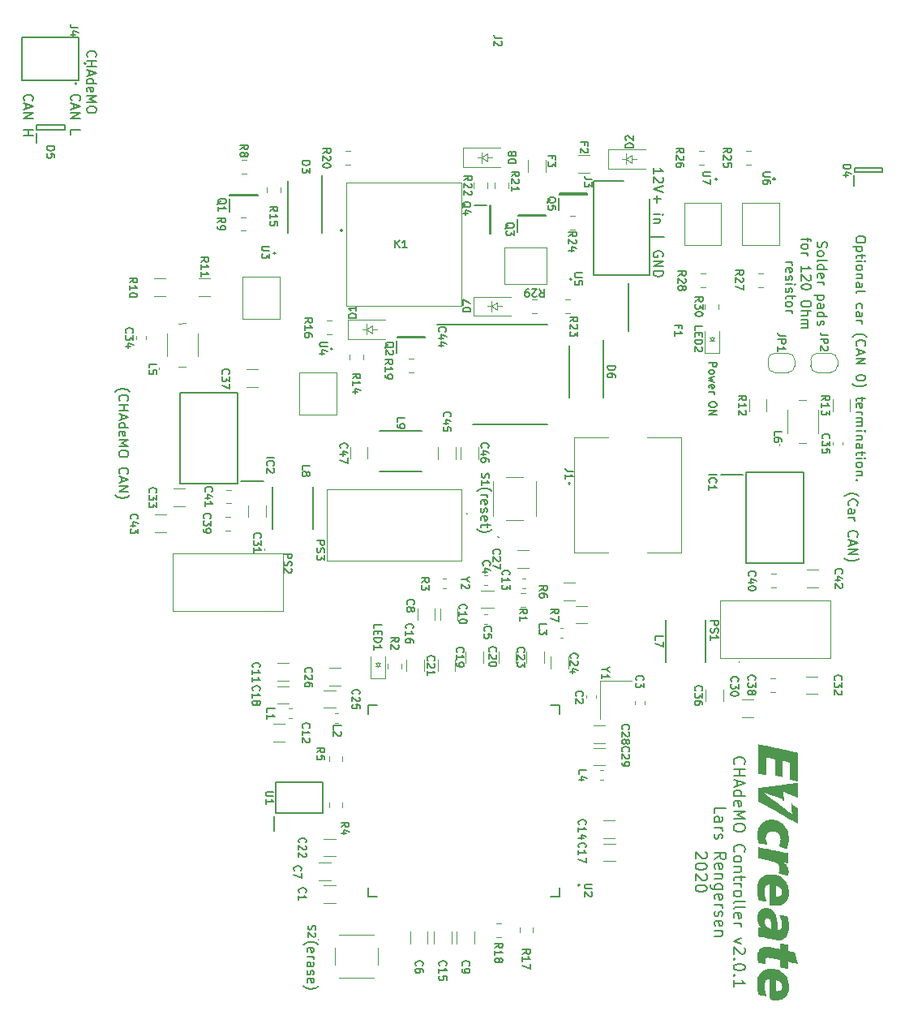
<source format=gto>
G04 #@! TF.GenerationSoftware,KiCad,Pcbnew,(5.1.6-0-10_14)*
G04 #@! TF.CreationDate,2020-11-30T16:05:06+01:00*
G04 #@! TF.ProjectId,CHAdeMO_V2.0,43484164-654d-44f5-9f56-322e302e6b69,rev?*
G04 #@! TF.SameCoordinates,Original*
G04 #@! TF.FileFunction,Legend,Top*
G04 #@! TF.FilePolarity,Positive*
%FSLAX46Y46*%
G04 Gerber Fmt 4.6, Leading zero omitted, Abs format (unit mm)*
G04 Created by KiCad (PCBNEW (5.1.6-0-10_14)) date 2020-11-30 16:05:06*
%MOMM*%
%LPD*%
G01*
G04 APERTURE LIST*
%ADD10C,0.150000*%
%ADD11C,0.200000*%
%ADD12C,0.120000*%
%ADD13C,0.100000*%
%ADD14C,0.127000*%
%ADD15C,0.010000*%
G04 APERTURE END LIST*
D10*
X121975195Y-79953190D02*
X122775195Y-79953190D01*
X122775195Y-80257952D01*
X122737100Y-80334142D01*
X122699004Y-80372238D01*
X122622814Y-80410333D01*
X122508528Y-80410333D01*
X122432338Y-80372238D01*
X122394242Y-80334142D01*
X122356147Y-80257952D01*
X122356147Y-79953190D01*
X121975195Y-80867476D02*
X122013290Y-80791285D01*
X122051385Y-80753190D01*
X122127576Y-80715095D01*
X122356147Y-80715095D01*
X122432338Y-80753190D01*
X122470433Y-80791285D01*
X122508528Y-80867476D01*
X122508528Y-80981761D01*
X122470433Y-81057952D01*
X122432338Y-81096047D01*
X122356147Y-81134142D01*
X122127576Y-81134142D01*
X122051385Y-81096047D01*
X122013290Y-81057952D01*
X121975195Y-80981761D01*
X121975195Y-80867476D01*
X122508528Y-81400809D02*
X121975195Y-81553190D01*
X122356147Y-81705571D01*
X121975195Y-81857952D01*
X122508528Y-82010333D01*
X122013290Y-82619857D02*
X121975195Y-82543666D01*
X121975195Y-82391285D01*
X122013290Y-82315095D01*
X122089480Y-82277000D01*
X122394242Y-82277000D01*
X122470433Y-82315095D01*
X122508528Y-82391285D01*
X122508528Y-82543666D01*
X122470433Y-82619857D01*
X122394242Y-82657952D01*
X122318052Y-82657952D01*
X122241861Y-82277000D01*
X121975195Y-83000809D02*
X122508528Y-83000809D01*
X122356147Y-83000809D02*
X122432338Y-83038904D01*
X122470433Y-83077000D01*
X122508528Y-83153190D01*
X122508528Y-83229380D01*
X122775195Y-84257952D02*
X122775195Y-84410333D01*
X122737100Y-84486523D01*
X122660909Y-84562714D01*
X122508528Y-84600809D01*
X122241861Y-84600809D01*
X122089480Y-84562714D01*
X122013290Y-84486523D01*
X121975195Y-84410333D01*
X121975195Y-84257952D01*
X122013290Y-84181761D01*
X122089480Y-84105571D01*
X122241861Y-84067476D01*
X122508528Y-84067476D01*
X122660909Y-84105571D01*
X122737100Y-84181761D01*
X122775195Y-84257952D01*
X121975195Y-84943666D02*
X122775195Y-84943666D01*
X121975195Y-85400809D01*
X122775195Y-85400809D01*
X57110357Y-48053952D02*
X57062738Y-48006333D01*
X57015119Y-47863476D01*
X57015119Y-47768238D01*
X57062738Y-47625380D01*
X57157976Y-47530142D01*
X57253214Y-47482523D01*
X57443690Y-47434904D01*
X57586547Y-47434904D01*
X57777023Y-47482523D01*
X57872261Y-47530142D01*
X57967500Y-47625380D01*
X58015119Y-47768238D01*
X58015119Y-47863476D01*
X57967500Y-48006333D01*
X57919880Y-48053952D01*
X57015119Y-48482523D02*
X58015119Y-48482523D01*
X57538928Y-48482523D02*
X57538928Y-49053952D01*
X57015119Y-49053952D02*
X58015119Y-49053952D01*
X57300833Y-49482523D02*
X57300833Y-49958714D01*
X57015119Y-49387285D02*
X58015119Y-49720619D01*
X57015119Y-50053952D01*
X57015119Y-50815857D02*
X58015119Y-50815857D01*
X57062738Y-50815857D02*
X57015119Y-50720619D01*
X57015119Y-50530142D01*
X57062738Y-50434904D01*
X57110357Y-50387285D01*
X57205595Y-50339666D01*
X57491309Y-50339666D01*
X57586547Y-50387285D01*
X57634166Y-50434904D01*
X57681785Y-50530142D01*
X57681785Y-50720619D01*
X57634166Y-50815857D01*
X57062738Y-51673000D02*
X57015119Y-51577761D01*
X57015119Y-51387285D01*
X57062738Y-51292047D01*
X57157976Y-51244428D01*
X57538928Y-51244428D01*
X57634166Y-51292047D01*
X57681785Y-51387285D01*
X57681785Y-51577761D01*
X57634166Y-51673000D01*
X57538928Y-51720619D01*
X57443690Y-51720619D01*
X57348452Y-51244428D01*
X57015119Y-52149190D02*
X58015119Y-52149190D01*
X57300833Y-52482523D01*
X58015119Y-52815857D01*
X57015119Y-52815857D01*
X58015119Y-53482523D02*
X58015119Y-53673000D01*
X57967500Y-53768238D01*
X57872261Y-53863476D01*
X57681785Y-53911095D01*
X57348452Y-53911095D01*
X57157976Y-53863476D01*
X57062738Y-53768238D01*
X57015119Y-53673000D01*
X57015119Y-53482523D01*
X57062738Y-53387285D01*
X57157976Y-53292047D01*
X57348452Y-53244428D01*
X57681785Y-53244428D01*
X57872261Y-53292047D01*
X57967500Y-53387285D01*
X58015119Y-53482523D01*
X55446657Y-52601976D02*
X55399038Y-52554357D01*
X55351419Y-52411500D01*
X55351419Y-52316262D01*
X55399038Y-52173405D01*
X55494276Y-52078167D01*
X55589514Y-52030548D01*
X55779990Y-51982928D01*
X55922847Y-51982928D01*
X56113323Y-52030548D01*
X56208561Y-52078167D01*
X56303800Y-52173405D01*
X56351419Y-52316262D01*
X56351419Y-52411500D01*
X56303800Y-52554357D01*
X56256180Y-52601976D01*
X55637133Y-52982928D02*
X55637133Y-53459119D01*
X55351419Y-52887690D02*
X56351419Y-53221024D01*
X55351419Y-53554357D01*
X55351419Y-53887690D02*
X56351419Y-53887690D01*
X55351419Y-54459119D01*
X56351419Y-54459119D01*
X55351419Y-56173405D02*
X55351419Y-55697214D01*
X56351419Y-55697214D01*
X50506357Y-52601976D02*
X50458738Y-52554357D01*
X50411119Y-52411500D01*
X50411119Y-52316262D01*
X50458738Y-52173405D01*
X50553976Y-52078167D01*
X50649214Y-52030548D01*
X50839690Y-51982929D01*
X50982547Y-51982929D01*
X51173023Y-52030548D01*
X51268261Y-52078167D01*
X51363500Y-52173405D01*
X51411119Y-52316262D01*
X51411119Y-52411500D01*
X51363500Y-52554357D01*
X51315880Y-52601976D01*
X50696833Y-52982929D02*
X50696833Y-53459119D01*
X50411119Y-52887691D02*
X51411119Y-53221024D01*
X50411119Y-53554357D01*
X50411119Y-53887691D02*
X51411119Y-53887691D01*
X50411119Y-54459119D01*
X51411119Y-54459119D01*
X50411119Y-55697215D02*
X51411119Y-55697215D01*
X50934928Y-55697215D02*
X50934928Y-56268643D01*
X50411119Y-56268643D02*
X51411119Y-56268643D01*
X133325238Y-67370914D02*
X133277619Y-67513771D01*
X133277619Y-67751866D01*
X133325238Y-67847104D01*
X133372857Y-67894723D01*
X133468095Y-67942342D01*
X133563333Y-67942342D01*
X133658571Y-67894723D01*
X133706190Y-67847104D01*
X133753809Y-67751866D01*
X133801428Y-67561390D01*
X133849047Y-67466152D01*
X133896666Y-67418533D01*
X133991904Y-67370914D01*
X134087142Y-67370914D01*
X134182380Y-67418533D01*
X134230000Y-67466152D01*
X134277619Y-67561390D01*
X134277619Y-67799485D01*
X134230000Y-67942342D01*
X133277619Y-68513771D02*
X133325238Y-68418533D01*
X133372857Y-68370914D01*
X133468095Y-68323295D01*
X133753809Y-68323295D01*
X133849047Y-68370914D01*
X133896666Y-68418533D01*
X133944285Y-68513771D01*
X133944285Y-68656628D01*
X133896666Y-68751866D01*
X133849047Y-68799485D01*
X133753809Y-68847104D01*
X133468095Y-68847104D01*
X133372857Y-68799485D01*
X133325238Y-68751866D01*
X133277619Y-68656628D01*
X133277619Y-68513771D01*
X133277619Y-69418533D02*
X133325238Y-69323295D01*
X133420476Y-69275676D01*
X134277619Y-69275676D01*
X133277619Y-70228057D02*
X134277619Y-70228057D01*
X133325238Y-70228057D02*
X133277619Y-70132819D01*
X133277619Y-69942342D01*
X133325238Y-69847104D01*
X133372857Y-69799485D01*
X133468095Y-69751866D01*
X133753809Y-69751866D01*
X133849047Y-69799485D01*
X133896666Y-69847104D01*
X133944285Y-69942342D01*
X133944285Y-70132819D01*
X133896666Y-70228057D01*
X133325238Y-71085200D02*
X133277619Y-70989961D01*
X133277619Y-70799485D01*
X133325238Y-70704247D01*
X133420476Y-70656628D01*
X133801428Y-70656628D01*
X133896666Y-70704247D01*
X133944285Y-70799485D01*
X133944285Y-70989961D01*
X133896666Y-71085200D01*
X133801428Y-71132819D01*
X133706190Y-71132819D01*
X133610952Y-70656628D01*
X133277619Y-71561390D02*
X133944285Y-71561390D01*
X133753809Y-71561390D02*
X133849047Y-71609009D01*
X133896666Y-71656628D01*
X133944285Y-71751866D01*
X133944285Y-71847104D01*
X133944285Y-72942342D02*
X132944285Y-72942342D01*
X133896666Y-72942342D02*
X133944285Y-73037580D01*
X133944285Y-73228057D01*
X133896666Y-73323295D01*
X133849047Y-73370914D01*
X133753809Y-73418533D01*
X133468095Y-73418533D01*
X133372857Y-73370914D01*
X133325238Y-73323295D01*
X133277619Y-73228057D01*
X133277619Y-73037580D01*
X133325238Y-72942342D01*
X133277619Y-74275676D02*
X133801428Y-74275676D01*
X133896666Y-74228057D01*
X133944285Y-74132819D01*
X133944285Y-73942342D01*
X133896666Y-73847104D01*
X133325238Y-74275676D02*
X133277619Y-74180438D01*
X133277619Y-73942342D01*
X133325238Y-73847104D01*
X133420476Y-73799485D01*
X133515714Y-73799485D01*
X133610952Y-73847104D01*
X133658571Y-73942342D01*
X133658571Y-74180438D01*
X133706190Y-74275676D01*
X133277619Y-75180438D02*
X134277619Y-75180438D01*
X133325238Y-75180438D02*
X133277619Y-75085200D01*
X133277619Y-74894723D01*
X133325238Y-74799485D01*
X133372857Y-74751866D01*
X133468095Y-74704247D01*
X133753809Y-74704247D01*
X133849047Y-74751866D01*
X133896666Y-74799485D01*
X133944285Y-74894723D01*
X133944285Y-75085200D01*
X133896666Y-75180438D01*
X133325238Y-75609009D02*
X133277619Y-75704247D01*
X133277619Y-75894723D01*
X133325238Y-75989961D01*
X133420476Y-76037580D01*
X133468095Y-76037580D01*
X133563333Y-75989961D01*
X133610952Y-75894723D01*
X133610952Y-75751866D01*
X133658571Y-75656628D01*
X133753809Y-75609009D01*
X133801428Y-75609009D01*
X133896666Y-75656628D01*
X133944285Y-75751866D01*
X133944285Y-75894723D01*
X133896666Y-75989961D01*
X132294285Y-66918533D02*
X132294285Y-67299485D01*
X131627619Y-67061390D02*
X132484761Y-67061390D01*
X132580000Y-67109009D01*
X132627619Y-67204247D01*
X132627619Y-67299485D01*
X131627619Y-67775676D02*
X131675238Y-67680438D01*
X131722857Y-67632819D01*
X131818095Y-67585200D01*
X132103809Y-67585200D01*
X132199047Y-67632819D01*
X132246666Y-67680438D01*
X132294285Y-67775676D01*
X132294285Y-67918533D01*
X132246666Y-68013771D01*
X132199047Y-68061390D01*
X132103809Y-68109009D01*
X131818095Y-68109009D01*
X131722857Y-68061390D01*
X131675238Y-68013771D01*
X131627619Y-67918533D01*
X131627619Y-67775676D01*
X131627619Y-68537580D02*
X132294285Y-68537580D01*
X132103809Y-68537580D02*
X132199047Y-68585200D01*
X132246666Y-68632819D01*
X132294285Y-68728057D01*
X132294285Y-68823295D01*
X131627619Y-70442342D02*
X131627619Y-69870914D01*
X131627619Y-70156628D02*
X132627619Y-70156628D01*
X132484761Y-70061390D01*
X132389523Y-69966152D01*
X132341904Y-69870914D01*
X132532380Y-70823295D02*
X132580000Y-70870914D01*
X132627619Y-70966152D01*
X132627619Y-71204247D01*
X132580000Y-71299485D01*
X132532380Y-71347104D01*
X132437142Y-71394723D01*
X132341904Y-71394723D01*
X132199047Y-71347104D01*
X131627619Y-70775676D01*
X131627619Y-71394723D01*
X132627619Y-72013771D02*
X132627619Y-72109009D01*
X132580000Y-72204247D01*
X132532380Y-72251866D01*
X132437142Y-72299485D01*
X132246666Y-72347104D01*
X132008571Y-72347104D01*
X131818095Y-72299485D01*
X131722857Y-72251866D01*
X131675238Y-72204247D01*
X131627619Y-72109009D01*
X131627619Y-72013771D01*
X131675238Y-71918533D01*
X131722857Y-71870914D01*
X131818095Y-71823295D01*
X132008571Y-71775676D01*
X132246666Y-71775676D01*
X132437142Y-71823295D01*
X132532380Y-71870914D01*
X132580000Y-71918533D01*
X132627619Y-72013771D01*
X132627619Y-73728057D02*
X132627619Y-73918533D01*
X132580000Y-74013771D01*
X132484761Y-74109009D01*
X132294285Y-74156628D01*
X131960952Y-74156628D01*
X131770476Y-74109009D01*
X131675238Y-74013771D01*
X131627619Y-73918533D01*
X131627619Y-73728057D01*
X131675238Y-73632819D01*
X131770476Y-73537580D01*
X131960952Y-73489961D01*
X132294285Y-73489961D01*
X132484761Y-73537580D01*
X132580000Y-73632819D01*
X132627619Y-73728057D01*
X131627619Y-74585200D02*
X132627619Y-74585200D01*
X131627619Y-75013771D02*
X132151428Y-75013771D01*
X132246666Y-74966152D01*
X132294285Y-74870914D01*
X132294285Y-74728057D01*
X132246666Y-74632819D01*
X132199047Y-74585200D01*
X131627619Y-75489961D02*
X132294285Y-75489961D01*
X132199047Y-75489961D02*
X132246666Y-75537580D01*
X132294285Y-75632819D01*
X132294285Y-75775676D01*
X132246666Y-75870914D01*
X132151428Y-75918533D01*
X131627619Y-75918533D01*
X132151428Y-75918533D02*
X132246666Y-75966152D01*
X132294285Y-76061390D01*
X132294285Y-76204247D01*
X132246666Y-76299485D01*
X132151428Y-76347104D01*
X131627619Y-76347104D01*
X129977619Y-69489961D02*
X130644285Y-69489961D01*
X130453809Y-69489961D02*
X130549047Y-69537580D01*
X130596666Y-69585200D01*
X130644285Y-69680438D01*
X130644285Y-69775676D01*
X130025238Y-70489961D02*
X129977619Y-70394723D01*
X129977619Y-70204247D01*
X130025238Y-70109009D01*
X130120476Y-70061390D01*
X130501428Y-70061390D01*
X130596666Y-70109009D01*
X130644285Y-70204247D01*
X130644285Y-70394723D01*
X130596666Y-70489961D01*
X130501428Y-70537580D01*
X130406190Y-70537580D01*
X130310952Y-70061390D01*
X130025238Y-70918533D02*
X129977619Y-71013771D01*
X129977619Y-71204247D01*
X130025238Y-71299485D01*
X130120476Y-71347104D01*
X130168095Y-71347104D01*
X130263333Y-71299485D01*
X130310952Y-71204247D01*
X130310952Y-71061390D01*
X130358571Y-70966152D01*
X130453809Y-70918533D01*
X130501428Y-70918533D01*
X130596666Y-70966152D01*
X130644285Y-71061390D01*
X130644285Y-71204247D01*
X130596666Y-71299485D01*
X129977619Y-71775676D02*
X130644285Y-71775676D01*
X130977619Y-71775676D02*
X130930000Y-71728057D01*
X130882380Y-71775676D01*
X130930000Y-71823295D01*
X130977619Y-71775676D01*
X130882380Y-71775676D01*
X130025238Y-72204247D02*
X129977619Y-72299485D01*
X129977619Y-72489961D01*
X130025238Y-72585200D01*
X130120476Y-72632819D01*
X130168095Y-72632819D01*
X130263333Y-72585200D01*
X130310952Y-72489961D01*
X130310952Y-72347104D01*
X130358571Y-72251866D01*
X130453809Y-72204247D01*
X130501428Y-72204247D01*
X130596666Y-72251866D01*
X130644285Y-72347104D01*
X130644285Y-72489961D01*
X130596666Y-72585200D01*
X130644285Y-72918533D02*
X130644285Y-73299485D01*
X130977619Y-73061390D02*
X130120476Y-73061390D01*
X130025238Y-73109009D01*
X129977619Y-73204247D01*
X129977619Y-73299485D01*
X129977619Y-73775676D02*
X130025238Y-73680438D01*
X130072857Y-73632819D01*
X130168095Y-73585200D01*
X130453809Y-73585200D01*
X130549047Y-73632819D01*
X130596666Y-73680438D01*
X130644285Y-73775676D01*
X130644285Y-73918533D01*
X130596666Y-74013771D01*
X130549047Y-74061390D01*
X130453809Y-74109009D01*
X130168095Y-74109009D01*
X130072857Y-74061390D01*
X130025238Y-74013771D01*
X129977619Y-73918533D01*
X129977619Y-73775676D01*
X129977619Y-74537580D02*
X130644285Y-74537580D01*
X130453809Y-74537580D02*
X130549047Y-74585200D01*
X130596666Y-74632819D01*
X130644285Y-74728057D01*
X130644285Y-74823295D01*
D11*
X124670228Y-121842657D02*
X124613085Y-121785514D01*
X124555942Y-121614085D01*
X124555942Y-121499800D01*
X124613085Y-121328371D01*
X124727371Y-121214085D01*
X124841657Y-121156942D01*
X125070228Y-121099800D01*
X125241657Y-121099800D01*
X125470228Y-121156942D01*
X125584514Y-121214085D01*
X125698800Y-121328371D01*
X125755942Y-121499800D01*
X125755942Y-121614085D01*
X125698800Y-121785514D01*
X125641657Y-121842657D01*
X124555942Y-122356942D02*
X125755942Y-122356942D01*
X125184514Y-122356942D02*
X125184514Y-123042657D01*
X124555942Y-123042657D02*
X125755942Y-123042657D01*
X124898800Y-123556942D02*
X124898800Y-124128371D01*
X124555942Y-123442657D02*
X125755942Y-123842657D01*
X124555942Y-124242657D01*
X124555942Y-125156942D02*
X125755942Y-125156942D01*
X124613085Y-125156942D02*
X124555942Y-125042657D01*
X124555942Y-124814085D01*
X124613085Y-124699800D01*
X124670228Y-124642657D01*
X124784514Y-124585514D01*
X125127371Y-124585514D01*
X125241657Y-124642657D01*
X125298800Y-124699800D01*
X125355942Y-124814085D01*
X125355942Y-125042657D01*
X125298800Y-125156942D01*
X124613085Y-126185514D02*
X124555942Y-126071228D01*
X124555942Y-125842657D01*
X124613085Y-125728371D01*
X124727371Y-125671228D01*
X125184514Y-125671228D01*
X125298800Y-125728371D01*
X125355942Y-125842657D01*
X125355942Y-126071228D01*
X125298800Y-126185514D01*
X125184514Y-126242657D01*
X125070228Y-126242657D01*
X124955942Y-125671228D01*
X124555942Y-126756942D02*
X125755942Y-126756942D01*
X124898800Y-127156942D01*
X125755942Y-127556942D01*
X124555942Y-127556942D01*
X125755942Y-128356942D02*
X125755942Y-128585514D01*
X125698800Y-128699800D01*
X125584514Y-128814085D01*
X125355942Y-128871228D01*
X124955942Y-128871228D01*
X124727371Y-128814085D01*
X124613085Y-128699800D01*
X124555942Y-128585514D01*
X124555942Y-128356942D01*
X124613085Y-128242657D01*
X124727371Y-128128371D01*
X124955942Y-128071228D01*
X125355942Y-128071228D01*
X125584514Y-128128371D01*
X125698800Y-128242657D01*
X125755942Y-128356942D01*
X124670228Y-130985514D02*
X124613085Y-130928371D01*
X124555942Y-130756942D01*
X124555942Y-130642657D01*
X124613085Y-130471228D01*
X124727371Y-130356942D01*
X124841657Y-130299800D01*
X125070228Y-130242657D01*
X125241657Y-130242657D01*
X125470228Y-130299800D01*
X125584514Y-130356942D01*
X125698800Y-130471228D01*
X125755942Y-130642657D01*
X125755942Y-130756942D01*
X125698800Y-130928371D01*
X125641657Y-130985514D01*
X124555942Y-131671228D02*
X124613085Y-131556942D01*
X124670228Y-131499800D01*
X124784514Y-131442657D01*
X125127371Y-131442657D01*
X125241657Y-131499800D01*
X125298800Y-131556942D01*
X125355942Y-131671228D01*
X125355942Y-131842657D01*
X125298800Y-131956942D01*
X125241657Y-132014085D01*
X125127371Y-132071228D01*
X124784514Y-132071228D01*
X124670228Y-132014085D01*
X124613085Y-131956942D01*
X124555942Y-131842657D01*
X124555942Y-131671228D01*
X125355942Y-132585514D02*
X124555942Y-132585514D01*
X125241657Y-132585514D02*
X125298800Y-132642657D01*
X125355942Y-132756942D01*
X125355942Y-132928371D01*
X125298800Y-133042657D01*
X125184514Y-133099800D01*
X124555942Y-133099800D01*
X125355942Y-133499800D02*
X125355942Y-133956942D01*
X125755942Y-133671228D02*
X124727371Y-133671228D01*
X124613085Y-133728371D01*
X124555942Y-133842657D01*
X124555942Y-133956942D01*
X124555942Y-134356942D02*
X125355942Y-134356942D01*
X125127371Y-134356942D02*
X125241657Y-134414085D01*
X125298800Y-134471228D01*
X125355942Y-134585514D01*
X125355942Y-134699800D01*
X124555942Y-135271228D02*
X124613085Y-135156942D01*
X124670228Y-135099800D01*
X124784514Y-135042657D01*
X125127371Y-135042657D01*
X125241657Y-135099800D01*
X125298800Y-135156942D01*
X125355942Y-135271228D01*
X125355942Y-135442657D01*
X125298800Y-135556942D01*
X125241657Y-135614085D01*
X125127371Y-135671228D01*
X124784514Y-135671228D01*
X124670228Y-135614085D01*
X124613085Y-135556942D01*
X124555942Y-135442657D01*
X124555942Y-135271228D01*
X124555942Y-136356942D02*
X124613085Y-136242657D01*
X124727371Y-136185514D01*
X125755942Y-136185514D01*
X124555942Y-136985514D02*
X124613085Y-136871228D01*
X124727371Y-136814085D01*
X125755942Y-136814085D01*
X124613085Y-137899800D02*
X124555942Y-137785514D01*
X124555942Y-137556942D01*
X124613085Y-137442657D01*
X124727371Y-137385514D01*
X125184514Y-137385514D01*
X125298800Y-137442657D01*
X125355942Y-137556942D01*
X125355942Y-137785514D01*
X125298800Y-137899800D01*
X125184514Y-137956942D01*
X125070228Y-137956942D01*
X124955942Y-137385514D01*
X124555942Y-138471228D02*
X125355942Y-138471228D01*
X125127371Y-138471228D02*
X125241657Y-138528371D01*
X125298800Y-138585514D01*
X125355942Y-138699800D01*
X125355942Y-138814085D01*
X125355942Y-140014085D02*
X124555942Y-140299800D01*
X125355942Y-140585514D01*
X125641657Y-140985514D02*
X125698800Y-141042657D01*
X125755942Y-141156942D01*
X125755942Y-141442657D01*
X125698800Y-141556942D01*
X125641657Y-141614085D01*
X125527371Y-141671228D01*
X125413085Y-141671228D01*
X125241657Y-141614085D01*
X124555942Y-140928371D01*
X124555942Y-141671228D01*
X124670228Y-142185514D02*
X124613085Y-142242657D01*
X124555942Y-142185514D01*
X124613085Y-142128371D01*
X124670228Y-142185514D01*
X124555942Y-142185514D01*
X125755942Y-142985514D02*
X125755942Y-143099800D01*
X125698800Y-143214085D01*
X125641657Y-143271228D01*
X125527371Y-143328371D01*
X125298800Y-143385514D01*
X125013085Y-143385514D01*
X124784514Y-143328371D01*
X124670228Y-143271228D01*
X124613085Y-143214085D01*
X124555942Y-143099800D01*
X124555942Y-142985514D01*
X124613085Y-142871228D01*
X124670228Y-142814085D01*
X124784514Y-142756942D01*
X125013085Y-142699800D01*
X125298800Y-142699800D01*
X125527371Y-142756942D01*
X125641657Y-142814085D01*
X125698800Y-142871228D01*
X125755942Y-142985514D01*
X124670228Y-143899800D02*
X124613085Y-143956942D01*
X124555942Y-143899800D01*
X124613085Y-143842657D01*
X124670228Y-143899800D01*
X124555942Y-143899800D01*
X124555942Y-145099800D02*
X124555942Y-144414085D01*
X124555942Y-144756942D02*
X125755942Y-144756942D01*
X125584514Y-144642657D01*
X125470228Y-144528371D01*
X125413085Y-144414085D01*
X122555942Y-126985514D02*
X122555942Y-126414085D01*
X123755942Y-126414085D01*
X122555942Y-127899800D02*
X123184514Y-127899800D01*
X123298800Y-127842657D01*
X123355942Y-127728371D01*
X123355942Y-127499800D01*
X123298800Y-127385514D01*
X122613085Y-127899800D02*
X122555942Y-127785514D01*
X122555942Y-127499800D01*
X122613085Y-127385514D01*
X122727371Y-127328371D01*
X122841657Y-127328371D01*
X122955942Y-127385514D01*
X123013085Y-127499800D01*
X123013085Y-127785514D01*
X123070228Y-127899800D01*
X122555942Y-128471228D02*
X123355942Y-128471228D01*
X123127371Y-128471228D02*
X123241657Y-128528371D01*
X123298800Y-128585514D01*
X123355942Y-128699800D01*
X123355942Y-128814085D01*
X122613085Y-129156942D02*
X122555942Y-129271228D01*
X122555942Y-129499800D01*
X122613085Y-129614085D01*
X122727371Y-129671228D01*
X122784514Y-129671228D01*
X122898800Y-129614085D01*
X122955942Y-129499800D01*
X122955942Y-129328371D01*
X123013085Y-129214085D01*
X123127371Y-129156942D01*
X123184514Y-129156942D01*
X123298800Y-129214085D01*
X123355942Y-129328371D01*
X123355942Y-129499800D01*
X123298800Y-129614085D01*
X122555942Y-131785514D02*
X123127371Y-131385514D01*
X122555942Y-131099800D02*
X123755942Y-131099800D01*
X123755942Y-131556942D01*
X123698800Y-131671228D01*
X123641657Y-131728371D01*
X123527371Y-131785514D01*
X123355942Y-131785514D01*
X123241657Y-131728371D01*
X123184514Y-131671228D01*
X123127371Y-131556942D01*
X123127371Y-131099800D01*
X122613085Y-132756942D02*
X122555942Y-132642657D01*
X122555942Y-132414085D01*
X122613085Y-132299800D01*
X122727371Y-132242657D01*
X123184514Y-132242657D01*
X123298800Y-132299800D01*
X123355942Y-132414085D01*
X123355942Y-132642657D01*
X123298800Y-132756942D01*
X123184514Y-132814085D01*
X123070228Y-132814085D01*
X122955942Y-132242657D01*
X123355942Y-133328371D02*
X122555942Y-133328371D01*
X123241657Y-133328371D02*
X123298800Y-133385514D01*
X123355942Y-133499800D01*
X123355942Y-133671228D01*
X123298800Y-133785514D01*
X123184514Y-133842657D01*
X122555942Y-133842657D01*
X123355942Y-134928371D02*
X122384514Y-134928371D01*
X122270228Y-134871228D01*
X122213085Y-134814085D01*
X122155942Y-134699800D01*
X122155942Y-134528371D01*
X122213085Y-134414085D01*
X122613085Y-134928371D02*
X122555942Y-134814085D01*
X122555942Y-134585514D01*
X122613085Y-134471228D01*
X122670228Y-134414085D01*
X122784514Y-134356942D01*
X123127371Y-134356942D01*
X123241657Y-134414085D01*
X123298800Y-134471228D01*
X123355942Y-134585514D01*
X123355942Y-134814085D01*
X123298800Y-134928371D01*
X122613085Y-135956942D02*
X122555942Y-135842657D01*
X122555942Y-135614085D01*
X122613085Y-135499800D01*
X122727371Y-135442657D01*
X123184514Y-135442657D01*
X123298800Y-135499800D01*
X123355942Y-135614085D01*
X123355942Y-135842657D01*
X123298800Y-135956942D01*
X123184514Y-136014085D01*
X123070228Y-136014085D01*
X122955942Y-135442657D01*
X122555942Y-136528371D02*
X123355942Y-136528371D01*
X123127371Y-136528371D02*
X123241657Y-136585514D01*
X123298800Y-136642657D01*
X123355942Y-136756942D01*
X123355942Y-136871228D01*
X122613085Y-137214085D02*
X122555942Y-137328371D01*
X122555942Y-137556942D01*
X122613085Y-137671228D01*
X122727371Y-137728371D01*
X122784514Y-137728371D01*
X122898800Y-137671228D01*
X122955942Y-137556942D01*
X122955942Y-137385514D01*
X123013085Y-137271228D01*
X123127371Y-137214085D01*
X123184514Y-137214085D01*
X123298800Y-137271228D01*
X123355942Y-137385514D01*
X123355942Y-137556942D01*
X123298800Y-137671228D01*
X122613085Y-138699800D02*
X122555942Y-138585514D01*
X122555942Y-138356942D01*
X122613085Y-138242657D01*
X122727371Y-138185514D01*
X123184514Y-138185514D01*
X123298800Y-138242657D01*
X123355942Y-138356942D01*
X123355942Y-138585514D01*
X123298800Y-138699800D01*
X123184514Y-138756942D01*
X123070228Y-138756942D01*
X122955942Y-138185514D01*
X123355942Y-139271228D02*
X122555942Y-139271228D01*
X123241657Y-139271228D02*
X123298800Y-139328371D01*
X123355942Y-139442657D01*
X123355942Y-139614085D01*
X123298800Y-139728371D01*
X123184514Y-139785514D01*
X122555942Y-139785514D01*
X121641657Y-131042657D02*
X121698800Y-131099800D01*
X121755942Y-131214085D01*
X121755942Y-131499800D01*
X121698800Y-131614085D01*
X121641657Y-131671228D01*
X121527371Y-131728371D01*
X121413085Y-131728371D01*
X121241657Y-131671228D01*
X120555942Y-130985514D01*
X120555942Y-131728371D01*
X121755942Y-132471228D02*
X121755942Y-132585514D01*
X121698800Y-132699800D01*
X121641657Y-132756942D01*
X121527371Y-132814085D01*
X121298800Y-132871228D01*
X121013085Y-132871228D01*
X120784514Y-132814085D01*
X120670228Y-132756942D01*
X120613085Y-132699800D01*
X120555942Y-132585514D01*
X120555942Y-132471228D01*
X120613085Y-132356942D01*
X120670228Y-132299800D01*
X120784514Y-132242657D01*
X121013085Y-132185514D01*
X121298800Y-132185514D01*
X121527371Y-132242657D01*
X121641657Y-132299800D01*
X121698800Y-132356942D01*
X121755942Y-132471228D01*
X121641657Y-133328371D02*
X121698800Y-133385514D01*
X121755942Y-133499800D01*
X121755942Y-133785514D01*
X121698800Y-133899800D01*
X121641657Y-133956942D01*
X121527371Y-134014085D01*
X121413085Y-134014085D01*
X121241657Y-133956942D01*
X120555942Y-133271228D01*
X120555942Y-134014085D01*
X121755942Y-134756942D02*
X121755942Y-134871228D01*
X121698800Y-134985514D01*
X121641657Y-135042657D01*
X121527371Y-135099800D01*
X121298800Y-135156942D01*
X121013085Y-135156942D01*
X120784514Y-135099800D01*
X120670228Y-135042657D01*
X120613085Y-134985514D01*
X120555942Y-134871228D01*
X120555942Y-134756942D01*
X120613085Y-134642657D01*
X120670228Y-134585514D01*
X120784514Y-134528371D01*
X121013085Y-134471228D01*
X121298800Y-134471228D01*
X121527371Y-134528371D01*
X121641657Y-134585514D01*
X121698800Y-134642657D01*
X121755942Y-134756942D01*
D10*
X138317219Y-67027447D02*
X138317219Y-67217923D01*
X138269600Y-67313161D01*
X138174361Y-67408400D01*
X137983885Y-67456019D01*
X137650552Y-67456019D01*
X137460076Y-67408400D01*
X137364838Y-67313161D01*
X137317219Y-67217923D01*
X137317219Y-67027447D01*
X137364838Y-66932209D01*
X137460076Y-66836971D01*
X137650552Y-66789352D01*
X137983885Y-66789352D01*
X138174361Y-66836971D01*
X138269600Y-66932209D01*
X138317219Y-67027447D01*
X137983885Y-67884590D02*
X136983885Y-67884590D01*
X137936266Y-67884590D02*
X137983885Y-67979828D01*
X137983885Y-68170304D01*
X137936266Y-68265542D01*
X137888647Y-68313161D01*
X137793409Y-68360780D01*
X137507695Y-68360780D01*
X137412457Y-68313161D01*
X137364838Y-68265542D01*
X137317219Y-68170304D01*
X137317219Y-67979828D01*
X137364838Y-67884590D01*
X137983885Y-68646495D02*
X137983885Y-69027447D01*
X138317219Y-68789352D02*
X137460076Y-68789352D01*
X137364838Y-68836971D01*
X137317219Y-68932209D01*
X137317219Y-69027447D01*
X137317219Y-69360780D02*
X137983885Y-69360780D01*
X138317219Y-69360780D02*
X138269600Y-69313161D01*
X138221980Y-69360780D01*
X138269600Y-69408400D01*
X138317219Y-69360780D01*
X138221980Y-69360780D01*
X137317219Y-69979828D02*
X137364838Y-69884590D01*
X137412457Y-69836971D01*
X137507695Y-69789352D01*
X137793409Y-69789352D01*
X137888647Y-69836971D01*
X137936266Y-69884590D01*
X137983885Y-69979828D01*
X137983885Y-70122685D01*
X137936266Y-70217923D01*
X137888647Y-70265542D01*
X137793409Y-70313161D01*
X137507695Y-70313161D01*
X137412457Y-70265542D01*
X137364838Y-70217923D01*
X137317219Y-70122685D01*
X137317219Y-69979828D01*
X137983885Y-70741733D02*
X137317219Y-70741733D01*
X137888647Y-70741733D02*
X137936266Y-70789352D01*
X137983885Y-70884590D01*
X137983885Y-71027447D01*
X137936266Y-71122685D01*
X137841028Y-71170304D01*
X137317219Y-71170304D01*
X137317219Y-72075066D02*
X137841028Y-72075066D01*
X137936266Y-72027447D01*
X137983885Y-71932209D01*
X137983885Y-71741733D01*
X137936266Y-71646495D01*
X137364838Y-72075066D02*
X137317219Y-71979828D01*
X137317219Y-71741733D01*
X137364838Y-71646495D01*
X137460076Y-71598876D01*
X137555314Y-71598876D01*
X137650552Y-71646495D01*
X137698171Y-71741733D01*
X137698171Y-71979828D01*
X137745790Y-72075066D01*
X137317219Y-72694114D02*
X137364838Y-72598876D01*
X137460076Y-72551257D01*
X138317219Y-72551257D01*
X137364838Y-74265542D02*
X137317219Y-74170304D01*
X137317219Y-73979828D01*
X137364838Y-73884590D01*
X137412457Y-73836971D01*
X137507695Y-73789352D01*
X137793409Y-73789352D01*
X137888647Y-73836971D01*
X137936266Y-73884590D01*
X137983885Y-73979828D01*
X137983885Y-74170304D01*
X137936266Y-74265542D01*
X137317219Y-75122685D02*
X137841028Y-75122685D01*
X137936266Y-75075066D01*
X137983885Y-74979828D01*
X137983885Y-74789352D01*
X137936266Y-74694114D01*
X137364838Y-75122685D02*
X137317219Y-75027447D01*
X137317219Y-74789352D01*
X137364838Y-74694114D01*
X137460076Y-74646495D01*
X137555314Y-74646495D01*
X137650552Y-74694114D01*
X137698171Y-74789352D01*
X137698171Y-75027447D01*
X137745790Y-75122685D01*
X137317219Y-75598876D02*
X137983885Y-75598876D01*
X137793409Y-75598876D02*
X137888647Y-75646495D01*
X137936266Y-75694114D01*
X137983885Y-75789352D01*
X137983885Y-75884590D01*
X136936266Y-77265542D02*
X136983885Y-77217923D01*
X137126742Y-77122685D01*
X137221980Y-77075066D01*
X137364838Y-77027447D01*
X137602933Y-76979828D01*
X137793409Y-76979828D01*
X138031504Y-77027447D01*
X138174361Y-77075066D01*
X138269600Y-77122685D01*
X138412457Y-77217923D01*
X138460076Y-77265542D01*
X137412457Y-78217923D02*
X137364838Y-78170304D01*
X137317219Y-78027447D01*
X137317219Y-77932209D01*
X137364838Y-77789352D01*
X137460076Y-77694114D01*
X137555314Y-77646495D01*
X137745790Y-77598876D01*
X137888647Y-77598876D01*
X138079123Y-77646495D01*
X138174361Y-77694114D01*
X138269600Y-77789352D01*
X138317219Y-77932209D01*
X138317219Y-78027447D01*
X138269600Y-78170304D01*
X138221980Y-78217923D01*
X137602933Y-78598876D02*
X137602933Y-79075066D01*
X137317219Y-78503638D02*
X138317219Y-78836971D01*
X137317219Y-79170304D01*
X137317219Y-79503638D02*
X138317219Y-79503638D01*
X137317219Y-80075066D01*
X138317219Y-80075066D01*
X138317219Y-81503638D02*
X138317219Y-81598876D01*
X138269600Y-81694114D01*
X138221980Y-81741733D01*
X138126742Y-81789352D01*
X137936266Y-81836971D01*
X137698171Y-81836971D01*
X137507695Y-81789352D01*
X137412457Y-81741733D01*
X137364838Y-81694114D01*
X137317219Y-81598876D01*
X137317219Y-81503638D01*
X137364838Y-81408400D01*
X137412457Y-81360780D01*
X137507695Y-81313161D01*
X137698171Y-81265542D01*
X137936266Y-81265542D01*
X138126742Y-81313161D01*
X138221980Y-81360780D01*
X138269600Y-81408400D01*
X138317219Y-81503638D01*
X136936266Y-82170304D02*
X136983885Y-82217923D01*
X137126742Y-82313161D01*
X137221980Y-82360780D01*
X137364838Y-82408400D01*
X137602933Y-82456019D01*
X137793409Y-82456019D01*
X138031504Y-82408400D01*
X138174361Y-82360780D01*
X138269600Y-82313161D01*
X138412457Y-82217923D01*
X138460076Y-82170304D01*
X137983885Y-83551257D02*
X137983885Y-83932209D01*
X138317219Y-83694114D02*
X137460076Y-83694114D01*
X137364838Y-83741733D01*
X137317219Y-83836971D01*
X137317219Y-83932209D01*
X137364838Y-84646495D02*
X137317219Y-84551257D01*
X137317219Y-84360780D01*
X137364838Y-84265542D01*
X137460076Y-84217923D01*
X137841028Y-84217923D01*
X137936266Y-84265542D01*
X137983885Y-84360780D01*
X137983885Y-84551257D01*
X137936266Y-84646495D01*
X137841028Y-84694114D01*
X137745790Y-84694114D01*
X137650552Y-84217923D01*
X137317219Y-85122685D02*
X137983885Y-85122685D01*
X137793409Y-85122685D02*
X137888647Y-85170304D01*
X137936266Y-85217923D01*
X137983885Y-85313161D01*
X137983885Y-85408400D01*
X137317219Y-85741733D02*
X137983885Y-85741733D01*
X137888647Y-85741733D02*
X137936266Y-85789352D01*
X137983885Y-85884590D01*
X137983885Y-86027447D01*
X137936266Y-86122685D01*
X137841028Y-86170304D01*
X137317219Y-86170304D01*
X137841028Y-86170304D02*
X137936266Y-86217923D01*
X137983885Y-86313161D01*
X137983885Y-86456019D01*
X137936266Y-86551257D01*
X137841028Y-86598876D01*
X137317219Y-86598876D01*
X137317219Y-87075066D02*
X137983885Y-87075066D01*
X138317219Y-87075066D02*
X138269600Y-87027447D01*
X138221980Y-87075066D01*
X138269600Y-87122685D01*
X138317219Y-87075066D01*
X138221980Y-87075066D01*
X137983885Y-87551257D02*
X137317219Y-87551257D01*
X137888647Y-87551257D02*
X137936266Y-87598876D01*
X137983885Y-87694114D01*
X137983885Y-87836971D01*
X137936266Y-87932209D01*
X137841028Y-87979828D01*
X137317219Y-87979828D01*
X137317219Y-88884590D02*
X137841028Y-88884590D01*
X137936266Y-88836971D01*
X137983885Y-88741733D01*
X137983885Y-88551257D01*
X137936266Y-88456019D01*
X137364838Y-88884590D02*
X137317219Y-88789352D01*
X137317219Y-88551257D01*
X137364838Y-88456019D01*
X137460076Y-88408400D01*
X137555314Y-88408400D01*
X137650552Y-88456019D01*
X137698171Y-88551257D01*
X137698171Y-88789352D01*
X137745790Y-88884590D01*
X137983885Y-89217923D02*
X137983885Y-89598876D01*
X138317219Y-89360780D02*
X137460076Y-89360780D01*
X137364838Y-89408400D01*
X137317219Y-89503638D01*
X137317219Y-89598876D01*
X137317219Y-89932209D02*
X137983885Y-89932209D01*
X138317219Y-89932209D02*
X138269600Y-89884590D01*
X138221980Y-89932209D01*
X138269600Y-89979828D01*
X138317219Y-89932209D01*
X138221980Y-89932209D01*
X137317219Y-90551257D02*
X137364838Y-90456019D01*
X137412457Y-90408400D01*
X137507695Y-90360780D01*
X137793409Y-90360780D01*
X137888647Y-90408400D01*
X137936266Y-90456019D01*
X137983885Y-90551257D01*
X137983885Y-90694114D01*
X137936266Y-90789352D01*
X137888647Y-90836971D01*
X137793409Y-90884590D01*
X137507695Y-90884590D01*
X137412457Y-90836971D01*
X137364838Y-90789352D01*
X137317219Y-90694114D01*
X137317219Y-90551257D01*
X137983885Y-91313161D02*
X137317219Y-91313161D01*
X137888647Y-91313161D02*
X137936266Y-91360780D01*
X137983885Y-91456019D01*
X137983885Y-91598876D01*
X137936266Y-91694114D01*
X137841028Y-91741733D01*
X137317219Y-91741733D01*
X137412457Y-92217923D02*
X137364838Y-92265542D01*
X137317219Y-92217923D01*
X137364838Y-92170304D01*
X137412457Y-92217923D01*
X137317219Y-92217923D01*
X136123466Y-93891504D02*
X136171085Y-93843885D01*
X136313942Y-93748647D01*
X136409180Y-93701028D01*
X136552038Y-93653409D01*
X136790133Y-93605790D01*
X136980609Y-93605790D01*
X137218704Y-93653409D01*
X137361561Y-93701028D01*
X137456800Y-93748647D01*
X137599657Y-93843885D01*
X137647276Y-93891504D01*
X136599657Y-94843885D02*
X136552038Y-94796266D01*
X136504419Y-94653409D01*
X136504419Y-94558171D01*
X136552038Y-94415314D01*
X136647276Y-94320076D01*
X136742514Y-94272457D01*
X136932990Y-94224838D01*
X137075847Y-94224838D01*
X137266323Y-94272457D01*
X137361561Y-94320076D01*
X137456800Y-94415314D01*
X137504419Y-94558171D01*
X137504419Y-94653409D01*
X137456800Y-94796266D01*
X137409180Y-94843885D01*
X136504419Y-95701028D02*
X137028228Y-95701028D01*
X137123466Y-95653409D01*
X137171085Y-95558171D01*
X137171085Y-95367695D01*
X137123466Y-95272457D01*
X136552038Y-95701028D02*
X136504419Y-95605790D01*
X136504419Y-95367695D01*
X136552038Y-95272457D01*
X136647276Y-95224838D01*
X136742514Y-95224838D01*
X136837752Y-95272457D01*
X136885371Y-95367695D01*
X136885371Y-95605790D01*
X136932990Y-95701028D01*
X136504419Y-96177219D02*
X137171085Y-96177219D01*
X136980609Y-96177219D02*
X137075847Y-96224838D01*
X137123466Y-96272457D01*
X137171085Y-96367695D01*
X137171085Y-96462933D01*
X136599657Y-98129600D02*
X136552038Y-98081980D01*
X136504419Y-97939123D01*
X136504419Y-97843885D01*
X136552038Y-97701028D01*
X136647276Y-97605790D01*
X136742514Y-97558171D01*
X136932990Y-97510552D01*
X137075847Y-97510552D01*
X137266323Y-97558171D01*
X137361561Y-97605790D01*
X137456800Y-97701028D01*
X137504419Y-97843885D01*
X137504419Y-97939123D01*
X137456800Y-98081980D01*
X137409180Y-98129600D01*
X136790133Y-98510552D02*
X136790133Y-98986742D01*
X136504419Y-98415314D02*
X137504419Y-98748647D01*
X136504419Y-99081980D01*
X136504419Y-99415314D02*
X137504419Y-99415314D01*
X136504419Y-99986742D01*
X137504419Y-99986742D01*
X136123466Y-100367695D02*
X136171085Y-100415314D01*
X136313942Y-100510552D01*
X136409180Y-100558171D01*
X136552038Y-100605790D01*
X136790133Y-100653409D01*
X136980609Y-100653409D01*
X137218704Y-100605790D01*
X137361561Y-100558171D01*
X137456800Y-100510552D01*
X137599657Y-100415314D01*
X137647276Y-100367695D01*
X59974266Y-82987238D02*
X60021885Y-82939619D01*
X60164742Y-82844380D01*
X60259980Y-82796761D01*
X60402838Y-82749142D01*
X60640933Y-82701523D01*
X60831409Y-82701523D01*
X61069504Y-82749142D01*
X61212361Y-82796761D01*
X61307600Y-82844380D01*
X61450457Y-82939619D01*
X61498076Y-82987238D01*
X60450457Y-83939619D02*
X60402838Y-83892000D01*
X60355219Y-83749142D01*
X60355219Y-83653904D01*
X60402838Y-83511047D01*
X60498076Y-83415809D01*
X60593314Y-83368190D01*
X60783790Y-83320571D01*
X60926647Y-83320571D01*
X61117123Y-83368190D01*
X61212361Y-83415809D01*
X61307600Y-83511047D01*
X61355219Y-83653904D01*
X61355219Y-83749142D01*
X61307600Y-83892000D01*
X61259980Y-83939619D01*
X60355219Y-84368190D02*
X61355219Y-84368190D01*
X60879028Y-84368190D02*
X60879028Y-84939619D01*
X60355219Y-84939619D02*
X61355219Y-84939619D01*
X60640933Y-85368190D02*
X60640933Y-85844380D01*
X60355219Y-85272952D02*
X61355219Y-85606285D01*
X60355219Y-85939619D01*
X60355219Y-86701523D02*
X61355219Y-86701523D01*
X60402838Y-86701523D02*
X60355219Y-86606285D01*
X60355219Y-86415809D01*
X60402838Y-86320571D01*
X60450457Y-86272952D01*
X60545695Y-86225333D01*
X60831409Y-86225333D01*
X60926647Y-86272952D01*
X60974266Y-86320571D01*
X61021885Y-86415809D01*
X61021885Y-86606285D01*
X60974266Y-86701523D01*
X60402838Y-87558666D02*
X60355219Y-87463428D01*
X60355219Y-87272952D01*
X60402838Y-87177714D01*
X60498076Y-87130095D01*
X60879028Y-87130095D01*
X60974266Y-87177714D01*
X61021885Y-87272952D01*
X61021885Y-87463428D01*
X60974266Y-87558666D01*
X60879028Y-87606285D01*
X60783790Y-87606285D01*
X60688552Y-87130095D01*
X60355219Y-88034857D02*
X61355219Y-88034857D01*
X60640933Y-88368190D01*
X61355219Y-88701523D01*
X60355219Y-88701523D01*
X61355219Y-89368190D02*
X61355219Y-89558666D01*
X61307600Y-89653904D01*
X61212361Y-89749142D01*
X61021885Y-89796761D01*
X60688552Y-89796761D01*
X60498076Y-89749142D01*
X60402838Y-89653904D01*
X60355219Y-89558666D01*
X60355219Y-89368190D01*
X60402838Y-89272952D01*
X60498076Y-89177714D01*
X60688552Y-89130095D01*
X61021885Y-89130095D01*
X61212361Y-89177714D01*
X61307600Y-89272952D01*
X61355219Y-89368190D01*
X60450457Y-91558666D02*
X60402838Y-91511047D01*
X60355219Y-91368190D01*
X60355219Y-91272952D01*
X60402838Y-91130095D01*
X60498076Y-91034857D01*
X60593314Y-90987238D01*
X60783790Y-90939619D01*
X60926647Y-90939619D01*
X61117123Y-90987238D01*
X61212361Y-91034857D01*
X61307600Y-91130095D01*
X61355219Y-91272952D01*
X61355219Y-91368190D01*
X61307600Y-91511047D01*
X61259980Y-91558666D01*
X60640933Y-91939619D02*
X60640933Y-92415809D01*
X60355219Y-91844380D02*
X61355219Y-92177714D01*
X60355219Y-92511047D01*
X60355219Y-92844380D02*
X61355219Y-92844380D01*
X60355219Y-93415809D01*
X61355219Y-93415809D01*
X59974266Y-93796761D02*
X60021885Y-93844380D01*
X60164742Y-93939619D01*
X60259980Y-93987238D01*
X60402838Y-94034857D01*
X60640933Y-94082476D01*
X60831409Y-94082476D01*
X61069504Y-94034857D01*
X61212361Y-93987238D01*
X61307600Y-93939619D01*
X61450457Y-93844380D01*
X61498076Y-93796761D01*
X97769466Y-93351600D02*
X97817085Y-93303980D01*
X97959942Y-93208742D01*
X98055180Y-93161123D01*
X98198038Y-93113504D01*
X98436133Y-93065885D01*
X98626609Y-93065885D01*
X98864704Y-93113504D01*
X99007561Y-93161123D01*
X99102800Y-93208742D01*
X99245657Y-93303980D01*
X99293276Y-93351600D01*
X98150419Y-93732552D02*
X98817085Y-93732552D01*
X98626609Y-93732552D02*
X98721847Y-93780171D01*
X98769466Y-93827790D01*
X98817085Y-93923028D01*
X98817085Y-94018266D01*
X98198038Y-94732552D02*
X98150419Y-94637314D01*
X98150419Y-94446838D01*
X98198038Y-94351600D01*
X98293276Y-94303980D01*
X98674228Y-94303980D01*
X98769466Y-94351600D01*
X98817085Y-94446838D01*
X98817085Y-94637314D01*
X98769466Y-94732552D01*
X98674228Y-94780171D01*
X98578990Y-94780171D01*
X98483752Y-94303980D01*
X98198038Y-95161123D02*
X98150419Y-95256361D01*
X98150419Y-95446838D01*
X98198038Y-95542076D01*
X98293276Y-95589695D01*
X98340895Y-95589695D01*
X98436133Y-95542076D01*
X98483752Y-95446838D01*
X98483752Y-95303980D01*
X98531371Y-95208742D01*
X98626609Y-95161123D01*
X98674228Y-95161123D01*
X98769466Y-95208742D01*
X98817085Y-95303980D01*
X98817085Y-95446838D01*
X98769466Y-95542076D01*
X98198038Y-96399219D02*
X98150419Y-96303980D01*
X98150419Y-96113504D01*
X98198038Y-96018266D01*
X98293276Y-95970647D01*
X98674228Y-95970647D01*
X98769466Y-96018266D01*
X98817085Y-96113504D01*
X98817085Y-96303980D01*
X98769466Y-96399219D01*
X98674228Y-96446838D01*
X98578990Y-96446838D01*
X98483752Y-95970647D01*
X98817085Y-96732552D02*
X98817085Y-97113504D01*
X99150419Y-96875409D02*
X98293276Y-96875409D01*
X98198038Y-96923028D01*
X98150419Y-97018266D01*
X98150419Y-97113504D01*
X97769466Y-97351600D02*
X97817085Y-97399219D01*
X97959942Y-97494457D01*
X98055180Y-97542076D01*
X98198038Y-97589695D01*
X98436133Y-97637314D01*
X98626609Y-97637314D01*
X98864704Y-97589695D01*
X99007561Y-97542076D01*
X99102800Y-97494457D01*
X99245657Y-97399219D01*
X99293276Y-97351600D01*
X79639866Y-140682933D02*
X79687485Y-140635314D01*
X79830342Y-140540076D01*
X79925580Y-140492457D01*
X80068438Y-140444838D01*
X80306533Y-140397219D01*
X80497009Y-140397219D01*
X80735104Y-140444838D01*
X80877961Y-140492457D01*
X80973200Y-140540076D01*
X81116057Y-140635314D01*
X81163676Y-140682933D01*
X80068438Y-141444838D02*
X80020819Y-141349600D01*
X80020819Y-141159123D01*
X80068438Y-141063885D01*
X80163676Y-141016266D01*
X80544628Y-141016266D01*
X80639866Y-141063885D01*
X80687485Y-141159123D01*
X80687485Y-141349600D01*
X80639866Y-141444838D01*
X80544628Y-141492457D01*
X80449390Y-141492457D01*
X80354152Y-141016266D01*
X80020819Y-141921028D02*
X80687485Y-141921028D01*
X80497009Y-141921028D02*
X80592247Y-141968647D01*
X80639866Y-142016266D01*
X80687485Y-142111504D01*
X80687485Y-142206742D01*
X80020819Y-142968647D02*
X80544628Y-142968647D01*
X80639866Y-142921028D01*
X80687485Y-142825790D01*
X80687485Y-142635314D01*
X80639866Y-142540076D01*
X80068438Y-142968647D02*
X80020819Y-142873409D01*
X80020819Y-142635314D01*
X80068438Y-142540076D01*
X80163676Y-142492457D01*
X80258914Y-142492457D01*
X80354152Y-142540076D01*
X80401771Y-142635314D01*
X80401771Y-142873409D01*
X80449390Y-142968647D01*
X80068438Y-143397219D02*
X80020819Y-143492457D01*
X80020819Y-143682933D01*
X80068438Y-143778171D01*
X80163676Y-143825790D01*
X80211295Y-143825790D01*
X80306533Y-143778171D01*
X80354152Y-143682933D01*
X80354152Y-143540076D01*
X80401771Y-143444838D01*
X80497009Y-143397219D01*
X80544628Y-143397219D01*
X80639866Y-143444838D01*
X80687485Y-143540076D01*
X80687485Y-143682933D01*
X80639866Y-143778171D01*
X80068438Y-144635314D02*
X80020819Y-144540076D01*
X80020819Y-144349600D01*
X80068438Y-144254361D01*
X80163676Y-144206742D01*
X80544628Y-144206742D01*
X80639866Y-144254361D01*
X80687485Y-144349600D01*
X80687485Y-144540076D01*
X80639866Y-144635314D01*
X80544628Y-144682933D01*
X80449390Y-144682933D01*
X80354152Y-144206742D01*
X79639866Y-145016266D02*
X79687485Y-145063885D01*
X79830342Y-145159123D01*
X79925580Y-145206742D01*
X80068438Y-145254361D01*
X80306533Y-145301980D01*
X80497009Y-145301980D01*
X80735104Y-145254361D01*
X80877961Y-145206742D01*
X80973200Y-145159123D01*
X81116057Y-145063885D01*
X81163676Y-145016266D01*
X116184419Y-60257371D02*
X116184419Y-59685942D01*
X116184419Y-59971657D02*
X117184419Y-59971657D01*
X117041561Y-59876419D01*
X116946323Y-59781180D01*
X116898704Y-59685942D01*
X117089180Y-60638323D02*
X117136800Y-60685942D01*
X117184419Y-60781180D01*
X117184419Y-61019276D01*
X117136800Y-61114514D01*
X117089180Y-61162133D01*
X116993942Y-61209752D01*
X116898704Y-61209752D01*
X116755847Y-61162133D01*
X116184419Y-60590704D01*
X116184419Y-61209752D01*
X117184419Y-61495466D02*
X116184419Y-61828800D01*
X117184419Y-62162133D01*
X116565371Y-62495466D02*
X116565371Y-63257371D01*
X116184419Y-62876419D02*
X116946323Y-62876419D01*
X116184419Y-64495466D02*
X116851085Y-64495466D01*
X117184419Y-64495466D02*
X117136800Y-64447847D01*
X117089180Y-64495466D01*
X117136800Y-64543085D01*
X117184419Y-64495466D01*
X117089180Y-64495466D01*
X116851085Y-64971657D02*
X116184419Y-64971657D01*
X116755847Y-64971657D02*
X116803466Y-65019276D01*
X116851085Y-65114514D01*
X116851085Y-65257371D01*
X116803466Y-65352609D01*
X116708228Y-65400228D01*
X116184419Y-65400228D01*
X115851085Y-66876419D02*
X117279657Y-66876419D01*
X117136800Y-68876419D02*
X117184419Y-68781180D01*
X117184419Y-68638323D01*
X117136800Y-68495466D01*
X117041561Y-68400228D01*
X116946323Y-68352609D01*
X116755847Y-68304990D01*
X116612990Y-68304990D01*
X116422514Y-68352609D01*
X116327276Y-68400228D01*
X116232038Y-68495466D01*
X116184419Y-68638323D01*
X116184419Y-68733561D01*
X116232038Y-68876419D01*
X116279657Y-68924038D01*
X116612990Y-68924038D01*
X116612990Y-68733561D01*
X116184419Y-69352609D02*
X117184419Y-69352609D01*
X116184419Y-69924038D01*
X117184419Y-69924038D01*
X116184419Y-70400228D02*
X117184419Y-70400228D01*
X117184419Y-70638323D01*
X117136800Y-70781180D01*
X117041561Y-70876419D01*
X116946323Y-70924038D01*
X116755847Y-70971657D01*
X116612990Y-70971657D01*
X116422514Y-70924038D01*
X116327276Y-70876419D01*
X116232038Y-70781180D01*
X116184419Y-70638323D01*
X116184419Y-70400228D01*
D12*
G04 #@! TO.C,LED2*
X122505600Y-77310000D02*
X122275600Y-77640000D01*
X122035600Y-77310000D02*
X122505600Y-77310000D01*
X122275600Y-77640000D02*
X122035600Y-77310000D01*
X122015600Y-77640000D02*
X122525600Y-77640000D01*
X122275600Y-77300000D02*
X122275600Y-77250000D01*
X121540600Y-76670000D02*
X121540600Y-78955000D01*
X121540600Y-78955000D02*
X123010600Y-78955000D01*
X123010600Y-78955000D02*
X123010600Y-76670000D01*
X122275600Y-77694000D02*
X122275600Y-77610000D01*
G04 #@! TO.C,LED1*
X87618700Y-111292700D02*
X87388700Y-111622700D01*
X87148700Y-111292700D02*
X87618700Y-111292700D01*
X87388700Y-111622700D02*
X87148700Y-111292700D01*
X87128700Y-111622700D02*
X87638700Y-111622700D01*
X87388700Y-111282700D02*
X87388700Y-111232700D01*
X86653700Y-110652700D02*
X86653700Y-112937700D01*
X86653700Y-112937700D02*
X88123700Y-112937700D01*
X88123700Y-112937700D02*
X88123700Y-110652700D01*
X87388700Y-111676700D02*
X87388700Y-111592700D01*
D13*
G04 #@! TO.C,D1*
X86187800Y-76476200D02*
X86187800Y-75926200D01*
X85787800Y-76476200D02*
X86187800Y-76476200D01*
X86187800Y-76476200D02*
X86787800Y-76076200D01*
X86187800Y-76476200D02*
X86187800Y-77026200D01*
X86787800Y-76876200D02*
X86187800Y-76476200D01*
X86787800Y-76076200D02*
X86787800Y-76876200D01*
X86787800Y-76476200D02*
X87287800Y-76476200D01*
D12*
X84287800Y-75476200D02*
X84287800Y-77476200D01*
X84287800Y-77476200D02*
X88187800Y-77476200D01*
X84287800Y-75476200D02*
X88187800Y-75476200D01*
D13*
G04 #@! TO.C,D2*
X113315000Y-58699400D02*
X113315000Y-58149400D01*
X112915000Y-58699400D02*
X113315000Y-58699400D01*
X113315000Y-58699400D02*
X113915000Y-58299400D01*
X113315000Y-58699400D02*
X113315000Y-59249400D01*
X113915000Y-59099400D02*
X113315000Y-58699400D01*
X113915000Y-58299400D02*
X113915000Y-59099400D01*
X113915000Y-58699400D02*
X114415000Y-58699400D01*
D12*
X111415000Y-57699400D02*
X111415000Y-59699400D01*
X111415000Y-59699400D02*
X115315000Y-59699400D01*
X111415000Y-57699400D02*
X115315000Y-57699400D01*
D13*
G04 #@! TO.C,D8*
X98202000Y-58547000D02*
X98202000Y-57997000D01*
X97802000Y-58547000D02*
X98202000Y-58547000D01*
X98202000Y-58547000D02*
X98802000Y-58147000D01*
X98202000Y-58547000D02*
X98202000Y-59097000D01*
X98802000Y-58947000D02*
X98202000Y-58547000D01*
X98802000Y-58147000D02*
X98802000Y-58947000D01*
X98802000Y-58547000D02*
X99302000Y-58547000D01*
D12*
X96302000Y-57547000D02*
X96302000Y-59547000D01*
X96302000Y-59547000D02*
X100202000Y-59547000D01*
X96302000Y-57547000D02*
X100202000Y-57547000D01*
D13*
G04 #@! TO.C,D7*
X99268800Y-74079100D02*
X99268800Y-73529100D01*
X98868800Y-74079100D02*
X99268800Y-74079100D01*
X99268800Y-74079100D02*
X99868800Y-73679100D01*
X99268800Y-74079100D02*
X99268800Y-74629100D01*
X99868800Y-74479100D02*
X99268800Y-74079100D01*
X99868800Y-73679100D02*
X99868800Y-74479100D01*
X99868800Y-74079100D02*
X100368800Y-74079100D01*
D12*
X97368800Y-73079100D02*
X97368800Y-75079100D01*
X97368800Y-75079100D02*
X101268800Y-75079100D01*
X97368800Y-73079100D02*
X101268800Y-73079100D01*
G04 #@! TO.C,R30*
X121565600Y-73833222D02*
X121565600Y-74350378D01*
X122985600Y-73833222D02*
X122985600Y-74350378D01*
G04 #@! TO.C,R23*
X107446578Y-73394500D02*
X106929422Y-73394500D01*
X107446578Y-74814500D02*
X106929422Y-74814500D01*
G04 #@! TO.C,R24*
X108018078Y-64631500D02*
X107500922Y-64631500D01*
X108018078Y-66051500D02*
X107500922Y-66051500D01*
G04 #@! TO.C,R29*
X104017578Y-73394500D02*
X103500422Y-73394500D01*
X104017578Y-74814500D02*
X103500422Y-74814500D01*
G04 #@! TO.C,R21*
X101040000Y-61726578D02*
X101040000Y-61209422D01*
X99620000Y-61726578D02*
X99620000Y-61209422D01*
G04 #@! TO.C,R28*
X121591678Y-70638600D02*
X121074522Y-70638600D01*
X121591678Y-72058600D02*
X121074522Y-72058600D01*
G04 #@! TO.C,R27*
X127097022Y-72058600D02*
X127614178Y-72058600D01*
X127097022Y-70638600D02*
X127614178Y-70638600D01*
G04 #@! TO.C,R19*
X90622622Y-80974000D02*
X91139778Y-80974000D01*
X90622622Y-79554000D02*
X91139778Y-79554000D01*
G04 #@! TO.C,R9*
X73122022Y-66191200D02*
X73639178Y-66191200D01*
X73122022Y-64771200D02*
X73639178Y-64771200D01*
G04 #@! TO.C,R22*
X97410200Y-61209422D02*
X97410200Y-61726578D01*
X98830200Y-61209422D02*
X98830200Y-61726578D01*
G04 #@! TO.C,R18*
X100309178Y-138507400D02*
X99792022Y-138507400D01*
X100309178Y-139927400D02*
X99792022Y-139927400D01*
G04 #@! TO.C,R17*
X103605400Y-139399778D02*
X103605400Y-138882622D01*
X102185400Y-139399778D02*
X102185400Y-138882622D01*
D11*
G04 #@! TO.C,K1*
X83588000Y-66071600D02*
X83588000Y-66071600D01*
X83588000Y-66271600D02*
X83588000Y-66271600D01*
D13*
X96088000Y-61171600D02*
X96088000Y-74071600D01*
X84088000Y-61171600D02*
X96088000Y-61171600D01*
X84088000Y-74071600D02*
X84088000Y-61171600D01*
X96088000Y-74071600D02*
X84088000Y-74071600D01*
D11*
X83588000Y-66271600D02*
G75*
G02*
X83588000Y-66071600I0J100000D01*
G01*
X83588000Y-66071600D02*
G75*
G02*
X83588000Y-66271600I0J-100000D01*
G01*
G04 #@! TO.C,D5*
X51747600Y-57047800D02*
X51747600Y-55997800D01*
X54697600Y-55647800D02*
X51797600Y-55647800D01*
X54697600Y-55197800D02*
X54697600Y-55647800D01*
X51797600Y-55197800D02*
X54697600Y-55197800D01*
X51797600Y-55647800D02*
X51797600Y-55197800D01*
G04 #@! TO.C,D4*
X137133200Y-61492800D02*
X137133200Y-60442800D01*
X140083200Y-60092800D02*
X137183200Y-60092800D01*
X140083200Y-59642800D02*
X140083200Y-60092800D01*
X137183200Y-59642800D02*
X140083200Y-59642800D01*
X137183200Y-60092800D02*
X137183200Y-59642800D01*
G04 #@! TO.C,Q5*
X106262600Y-64007000D02*
X106262600Y-62807000D01*
X109247600Y-62457000D02*
X106347600Y-62457000D01*
X109247600Y-62257000D02*
X109247600Y-62457000D01*
X106347600Y-62257000D02*
X109247600Y-62257000D01*
X106347600Y-62457000D02*
X106347600Y-62257000D01*
G04 #@! TO.C,Q3*
X102045000Y-64667600D02*
X102045000Y-64567600D01*
X102045000Y-64567600D02*
X104965000Y-64567600D01*
X104965000Y-64567600D02*
X104965000Y-64667600D01*
X104965000Y-64667600D02*
X102045000Y-64667600D01*
X102005000Y-66317600D02*
X102005000Y-65017600D01*
G04 #@! TO.C,Q4*
X99111600Y-63564000D02*
X99211600Y-63564000D01*
X99211600Y-63564000D02*
X99211600Y-66484000D01*
X99211600Y-66484000D02*
X99111600Y-66484000D01*
X99111600Y-66484000D02*
X99111600Y-63564000D01*
X97461600Y-63524000D02*
X98761600Y-63524000D01*
G04 #@! TO.C,Q2*
X89421200Y-77326200D02*
X89421200Y-77226200D01*
X89421200Y-77226200D02*
X92341200Y-77226200D01*
X92341200Y-77226200D02*
X92341200Y-77326200D01*
X92341200Y-77326200D02*
X89421200Y-77326200D01*
X89381200Y-78976200D02*
X89381200Y-77676200D01*
G04 #@! TO.C,Q1*
X71920600Y-62534000D02*
X71920600Y-62434000D01*
X71920600Y-62434000D02*
X74840600Y-62434000D01*
X74840600Y-62434000D02*
X74840600Y-62534000D01*
X74840600Y-62534000D02*
X71920600Y-62534000D01*
X71880600Y-64184000D02*
X71880600Y-62884000D01*
D13*
G04 #@! TO.C,L6*
X131349800Y-83856000D02*
X132149800Y-83831000D01*
X131349800Y-88356000D02*
X132149800Y-88356000D01*
X129349800Y-88606000D02*
X129349800Y-88606000D01*
X129349800Y-88506000D02*
X129349800Y-88506000D01*
X133349800Y-87306000D02*
X133349800Y-84906000D01*
X130149800Y-87306000D02*
X130149800Y-84906000D01*
X129349800Y-88506000D02*
G75*
G02*
X129349800Y-88606000I0J-50000D01*
G01*
X129349800Y-88606000D02*
G75*
G02*
X129349800Y-88506000I0J50000D01*
G01*
G04 #@! TO.C,L5*
X66574600Y-75872000D02*
X67374600Y-75847000D01*
X66574600Y-80372000D02*
X67374600Y-80372000D01*
X64574600Y-80622000D02*
X64574600Y-80622000D01*
X64574600Y-80522000D02*
X64574600Y-80522000D01*
X68574600Y-79322000D02*
X68574600Y-76922000D01*
X65374600Y-79322000D02*
X65374600Y-76922000D01*
X64574600Y-80522000D02*
G75*
G02*
X64574600Y-80622000I0J-50000D01*
G01*
X64574600Y-80622000D02*
G75*
G02*
X64574600Y-80522000I0J50000D01*
G01*
D11*
G04 #@! TO.C,L9*
X91989000Y-87079400D02*
X87589000Y-87079400D01*
X87589000Y-91279400D02*
X91989000Y-91279400D01*
D12*
G04 #@! TO.C,F2*
X109504564Y-60142800D02*
X108300436Y-60142800D01*
X109504564Y-58322800D02*
X108300436Y-58322800D01*
G04 #@! TO.C,F3*
X104923000Y-60038064D02*
X104923000Y-58833936D01*
X103103000Y-60038064D02*
X103103000Y-58833936D01*
D11*
G04 #@! TO.C,F1*
X113601500Y-76628000D02*
X113601500Y-71708000D01*
G04 #@! TO.C,D6*
X107359200Y-78173600D02*
X107359200Y-83573600D01*
X110979200Y-83573600D02*
X110979200Y-77598600D01*
G04 #@! TO.C,D3*
X77971400Y-60996600D02*
X77971400Y-66396600D01*
X81591400Y-66396600D02*
X81591400Y-60421600D01*
G04 #@! TO.C,U7*
X122833100Y-60794200D02*
X122833100Y-60794200D01*
X122633100Y-60794200D02*
X122633100Y-60794200D01*
D13*
X119408100Y-63294200D02*
X123258100Y-63294200D01*
X119408100Y-67694200D02*
X119408100Y-63294200D01*
X123258100Y-67694200D02*
X119408100Y-67694200D01*
X123258100Y-63294200D02*
X123258100Y-67694200D01*
D11*
X122633100Y-60794200D02*
G75*
G03*
X122833100Y-60794200I100000J0D01*
G01*
X122833100Y-60794200D02*
G75*
G03*
X122633100Y-60794200I-100000J0D01*
G01*
G04 #@! TO.C,U6*
X128855600Y-60794200D02*
X128855600Y-60794200D01*
X128655600Y-60794200D02*
X128655600Y-60794200D01*
D13*
X125430600Y-63294200D02*
X129280600Y-63294200D01*
X125430600Y-67694200D02*
X125430600Y-63294200D01*
X129280600Y-67694200D02*
X125430600Y-67694200D01*
X129280600Y-63294200D02*
X129280600Y-67694200D01*
D11*
X128655600Y-60794200D02*
G75*
G03*
X128855600Y-60794200I100000J0D01*
G01*
X128855600Y-60794200D02*
G75*
G03*
X128655600Y-60794200I-100000J0D01*
G01*
G04 #@! TO.C,U5*
X107544300Y-71350000D02*
X107544300Y-71350000D01*
X107544300Y-71150000D02*
X107544300Y-71150000D01*
D13*
X105044300Y-67925000D02*
X105044300Y-71775000D01*
X100644300Y-67925000D02*
X105044300Y-67925000D01*
X100644300Y-71775000D02*
X100644300Y-67925000D01*
X105044300Y-71775000D02*
X100644300Y-71775000D01*
D11*
X107544300Y-71150000D02*
G75*
G03*
X107544300Y-71350000I0J-100000D01*
G01*
X107544300Y-71350000D02*
G75*
G03*
X107544300Y-71150000I0J100000D01*
G01*
G04 #@! TO.C,U4*
X82653000Y-78523400D02*
X82653000Y-78523400D01*
X82453000Y-78523400D02*
X82453000Y-78523400D01*
D13*
X79228000Y-81023400D02*
X83078000Y-81023400D01*
X79228000Y-85423400D02*
X79228000Y-81023400D01*
X83078000Y-85423400D02*
X79228000Y-85423400D01*
X83078000Y-81023400D02*
X83078000Y-85423400D01*
D11*
X82453000Y-78523400D02*
G75*
G03*
X82653000Y-78523400I100000J0D01*
G01*
X82653000Y-78523400D02*
G75*
G03*
X82453000Y-78523400I-100000J0D01*
G01*
G04 #@! TO.C,U3*
X76709400Y-68515800D02*
X76709400Y-68515800D01*
X76509400Y-68515800D02*
X76509400Y-68515800D01*
D13*
X73284400Y-71015800D02*
X77134400Y-71015800D01*
X73284400Y-75415800D02*
X73284400Y-71015800D01*
X77134400Y-75415800D02*
X73284400Y-75415800D01*
X77134400Y-71015800D02*
X77134400Y-75415800D01*
D11*
X76509400Y-68515800D02*
G75*
G03*
X76709400Y-68515800I100000J0D01*
G01*
X76709400Y-68515800D02*
G75*
G03*
X76509400Y-68515800I-100000J0D01*
G01*
D13*
G04 #@! TO.C,S2*
X81140800Y-140184400D02*
X81140800Y-140184400D01*
X81140800Y-140084400D02*
X81140800Y-140084400D01*
X83340800Y-144134400D02*
X86940800Y-144134400D01*
X87390800Y-140984400D02*
X87390800Y-142784400D01*
X82890800Y-140984400D02*
X82890800Y-142784400D01*
X83340800Y-139634400D02*
X86940800Y-139634400D01*
X81140800Y-140184400D02*
G75*
G03*
X81140800Y-140084400I0J50000D01*
G01*
X81140800Y-140084400D02*
G75*
G03*
X81140800Y-140184400I0J-50000D01*
G01*
G04 #@! TO.C,S1*
X99451600Y-95932400D02*
X99451600Y-92332400D01*
X100801600Y-96382400D02*
X102601600Y-96382400D01*
X100801600Y-91882400D02*
X102601600Y-91882400D01*
X103951600Y-95932400D02*
X103951600Y-92332400D01*
X99901600Y-98132400D02*
X99901600Y-98132400D01*
X100001600Y-98132400D02*
X100001600Y-98132400D01*
X100001600Y-98132400D02*
G75*
G03*
X99901600Y-98132400I-50000J0D01*
G01*
X99901600Y-98132400D02*
G75*
G03*
X100001600Y-98132400I50000J0D01*
G01*
D11*
G04 #@! TO.C,C44*
X93573200Y-76003800D02*
X105098200Y-76003800D01*
X97298200Y-86403800D02*
X105098200Y-86403800D01*
D13*
G04 #@! TO.C,PS3*
X96103200Y-93137200D02*
X82103200Y-93137200D01*
X82103200Y-93137200D02*
X82103200Y-100637200D01*
X82103200Y-100637200D02*
X96103200Y-100637200D01*
X96103200Y-100637200D02*
X96103200Y-93137200D01*
X96643200Y-95707200D02*
X96643200Y-95707200D01*
X96743200Y-95707200D02*
X96743200Y-95707200D01*
X96643200Y-95707200D02*
G75*
G02*
X96743200Y-95707200I50000J0D01*
G01*
X96743200Y-95707200D02*
G75*
G02*
X96643200Y-95707200I-50000J0D01*
G01*
D11*
G04 #@! TO.C,J4*
X55954600Y-50850800D02*
G75*
G03*
X55954600Y-50850800I-100000J0D01*
G01*
D14*
X50263000Y-46010000D02*
X56163000Y-46010000D01*
X56163000Y-46010000D02*
X56163000Y-50510000D01*
X56163000Y-50510000D02*
X50263000Y-50510000D01*
X50263000Y-50510000D02*
X50263000Y-46010000D01*
D11*
X56913000Y-48760000D02*
G75*
G03*
X56913000Y-48760000I-100000J0D01*
G01*
D12*
G04 #@! TO.C,R13*
X136698400Y-85013064D02*
X136698400Y-83808936D01*
X134878400Y-85013064D02*
X134878400Y-83808936D01*
G04 #@! TO.C,R12*
X126140800Y-83808936D02*
X126140800Y-85013064D01*
X127960800Y-83808936D02*
X127960800Y-85013064D01*
G04 #@! TO.C,JP2*
X134674800Y-80984600D02*
X133274800Y-80984600D01*
X132574800Y-80284600D02*
X132574800Y-79684600D01*
X133274800Y-78984600D02*
X134674800Y-78984600D01*
X135374800Y-79684600D02*
X135374800Y-80284600D01*
X135374800Y-80284600D02*
G75*
G02*
X134674800Y-80984600I-700000J0D01*
G01*
X134674800Y-78984600D02*
G75*
G02*
X135374800Y-79684600I0J-700000D01*
G01*
X132574800Y-79684600D02*
G75*
G02*
X133274800Y-78984600I700000J0D01*
G01*
X133274800Y-80984600D02*
G75*
G02*
X132574800Y-80284600I0J700000D01*
G01*
G04 #@! TO.C,C35*
X134888400Y-88229221D02*
X134888400Y-88554779D01*
X135908400Y-88229221D02*
X135908400Y-88554779D01*
G04 #@! TO.C,JP1*
X130224800Y-80984600D02*
X128824800Y-80984600D01*
X128124800Y-80284600D02*
X128124800Y-79684600D01*
X128824800Y-78984600D02*
X130224800Y-78984600D01*
X130924800Y-79684600D02*
X130924800Y-80284600D01*
X130924800Y-80284600D02*
G75*
G02*
X130224800Y-80984600I-700000J0D01*
G01*
X130224800Y-78984600D02*
G75*
G02*
X130924800Y-79684600I0J-700000D01*
G01*
X128124800Y-79684600D02*
G75*
G02*
X128824800Y-78984600I700000J0D01*
G01*
X128824800Y-80984600D02*
G75*
G02*
X128124800Y-80284600I0J700000D01*
G01*
D11*
G04 #@! TO.C,U2*
X108480500Y-134465000D02*
G75*
G03*
X108480500Y-134465000I-100000J0D01*
G01*
D14*
X86380500Y-115715000D02*
X86380500Y-116645000D01*
X87310500Y-115715000D02*
X86380500Y-115715000D01*
X106380500Y-115715000D02*
X105450500Y-115715000D01*
X106380500Y-116645000D02*
X106380500Y-115715000D01*
X86380500Y-135715000D02*
X86380500Y-134785000D01*
X87310500Y-135715000D02*
X86380500Y-135715000D01*
X106380500Y-135715000D02*
X105450500Y-135715000D01*
X106380500Y-134785000D02*
X106380500Y-135715000D01*
D12*
G04 #@! TO.C,R26*
X121416578Y-59282400D02*
X120899422Y-59282400D01*
X121416578Y-57862400D02*
X120899422Y-57862400D01*
G04 #@! TO.C,R25*
X126318778Y-59282400D02*
X125801622Y-59282400D01*
X126318778Y-57862400D02*
X125801622Y-57862400D01*
D11*
G04 #@! TO.C,IC2*
X75448400Y-92343200D02*
X73098400Y-92343200D01*
X72748400Y-83083200D02*
X72748400Y-92583200D01*
X66748400Y-83083200D02*
X72748400Y-83083200D01*
X66748400Y-92583200D02*
X66748400Y-83083200D01*
X72748400Y-92583200D02*
X66748400Y-92583200D01*
D12*
G04 #@! TO.C,R14*
X84456200Y-79091022D02*
X84456200Y-79608178D01*
X85876200Y-79091022D02*
X85876200Y-79608178D01*
G04 #@! TO.C,R2*
X89876700Y-111911278D02*
X89876700Y-111394122D01*
X88456700Y-111911278D02*
X88456700Y-111394122D01*
G04 #@! TO.C,C37*
X74897064Y-80674800D02*
X73692936Y-80674800D01*
X74897064Y-82494800D02*
X73692936Y-82494800D01*
G04 #@! TO.C,C36*
X123439600Y-115283064D02*
X123439600Y-114078936D01*
X121619600Y-115283064D02*
X121619600Y-114078936D01*
G04 #@! TO.C,C33*
X67277064Y-93120800D02*
X66072936Y-93120800D01*
X67277064Y-94940800D02*
X66072936Y-94940800D01*
G04 #@! TO.C,C32*
X132087536Y-114511500D02*
X133291664Y-114511500D01*
X132087536Y-112691500D02*
X133291664Y-112691500D01*
G04 #@! TO.C,C29*
X109887936Y-121966400D02*
X111092064Y-121966400D01*
X109887936Y-120146400D02*
X111092064Y-120146400D01*
G04 #@! TO.C,C26*
X83533064Y-111840600D02*
X82328936Y-111840600D01*
X83533064Y-113660600D02*
X82328936Y-113660600D01*
G04 #@! TO.C,C24*
X107285200Y-111854064D02*
X107285200Y-110649936D01*
X105465200Y-111854064D02*
X105465200Y-110649936D01*
G04 #@! TO.C,C6*
X90758600Y-139351936D02*
X90758600Y-140556064D01*
X92578600Y-139351936D02*
X92578600Y-140556064D01*
G04 #@! TO.C,C1*
X82974264Y-134522800D02*
X81770136Y-134522800D01*
X82974264Y-136342800D02*
X81770136Y-136342800D01*
G04 #@! TO.C,R10*
X65245064Y-71200600D02*
X64040936Y-71200600D01*
X65245064Y-73020600D02*
X64040936Y-73020600D01*
G04 #@! TO.C,R11*
X69893264Y-71200600D02*
X68689136Y-71200600D01*
X69893264Y-73020600D02*
X68689136Y-73020600D01*
G04 #@! TO.C,C34*
X62202600Y-77205621D02*
X62202600Y-77531179D01*
X63222600Y-77205621D02*
X63222600Y-77531179D01*
G04 #@! TO.C,R20*
X84510378Y-57887800D02*
X83993222Y-57887800D01*
X84510378Y-59307800D02*
X83993222Y-59307800D01*
G04 #@! TO.C,R8*
X73145122Y-60196800D02*
X73662278Y-60196800D01*
X73145122Y-58776800D02*
X73662278Y-58776800D01*
G04 #@! TO.C,R16*
X82037422Y-75566200D02*
X82554578Y-75566200D01*
X82037422Y-76986200D02*
X82554578Y-76986200D01*
G04 #@! TO.C,R15*
X75820200Y-62171078D02*
X75820200Y-61653922D01*
X77240200Y-62171078D02*
X77240200Y-61653922D01*
D11*
G04 #@! TO.C,J3*
X115730000Y-70789600D02*
X115730000Y-62839600D01*
X109930000Y-70789600D02*
X115730000Y-70789600D01*
X109930000Y-60989600D02*
X109930000Y-70789600D01*
X113030000Y-60989600D02*
X109930000Y-60989600D01*
D12*
G04 #@! TO.C,C46*
X96048200Y-90008064D02*
X96048200Y-88803936D01*
X97868200Y-90008064D02*
X97868200Y-88803936D01*
G04 #@! TO.C,C47*
X84510200Y-89984664D02*
X84510200Y-88780536D01*
X86330200Y-89984664D02*
X86330200Y-88780536D01*
G04 #@! TO.C,C45*
X93679600Y-90008064D02*
X93679600Y-88803936D01*
X95499600Y-90008064D02*
X95499600Y-88803936D01*
G04 #@! TO.C,C40*
X128430522Y-103389500D02*
X128947678Y-103389500D01*
X128430522Y-101969500D02*
X128947678Y-101969500D01*
G04 #@! TO.C,C42*
X133355164Y-103399000D02*
X132151036Y-103399000D01*
X133355164Y-101579000D02*
X132151036Y-101579000D01*
G04 #@! TO.C,Y2*
X99481000Y-105523000D02*
X98131000Y-105523000D01*
X99481000Y-103773000D02*
X98131000Y-103773000D01*
D11*
G04 #@! TO.C,U1*
X76734500Y-126949000D02*
X76734500Y-123749000D01*
X76734500Y-123749000D02*
X81634500Y-123749000D01*
X81634500Y-123749000D02*
X81634500Y-126949000D01*
X81634500Y-126949000D02*
X76734500Y-126949000D01*
X76604500Y-128824000D02*
X76604500Y-127299000D01*
D12*
G04 #@! TO.C,C23*
X102912500Y-111269864D02*
X102912500Y-110065736D01*
X104732500Y-111269864D02*
X104732500Y-110065736D01*
D11*
G04 #@! TO.C,L7*
X117419700Y-106804100D02*
X117419700Y-111204100D01*
X121619700Y-111204100D02*
X121619700Y-106804100D01*
G04 #@! TO.C,L8*
X80611400Y-97323000D02*
X80611400Y-92923000D01*
X76411400Y-92923000D02*
X76411400Y-97323000D01*
D12*
G04 #@! TO.C,C43*
X64117136Y-95838600D02*
X65321264Y-95838600D01*
X64117136Y-97658600D02*
X65321264Y-97658600D01*
G04 #@! TO.C,C17*
X110967436Y-131974000D02*
X112171564Y-131974000D01*
X110967436Y-130154000D02*
X112171564Y-130154000D01*
D15*
G04 #@! TO.C,HLOGO1*
G36*
X130220629Y-135470019D02*
G01*
X130193931Y-135637726D01*
X130151503Y-135792636D01*
X130093339Y-135934777D01*
X130076540Y-135967940D01*
X130000461Y-136091329D01*
X129910001Y-136200740D01*
X129805681Y-136296007D01*
X129688024Y-136376966D01*
X129557550Y-136443450D01*
X129414782Y-136495293D01*
X129260242Y-136532331D01*
X129094452Y-136554398D01*
X128917934Y-136561329D01*
X128731209Y-136552957D01*
X128534800Y-136529117D01*
X128390140Y-136502789D01*
X128336800Y-136491799D01*
X128336800Y-134306042D01*
X128278380Y-134312904D01*
X128166582Y-134334016D01*
X128062867Y-134369441D01*
X127969598Y-134417861D01*
X127889136Y-134477959D01*
X127823843Y-134548417D01*
X127803216Y-134578080D01*
X127761152Y-134654667D01*
X127729080Y-134737702D01*
X127706340Y-134830098D01*
X127692272Y-134934768D01*
X127686216Y-135054625D01*
X127685862Y-135096240D01*
X127691854Y-135267959D01*
X127710330Y-135435081D01*
X127742144Y-135602509D01*
X127788150Y-135775147D01*
X127823047Y-135883640D01*
X127842469Y-135939988D01*
X127860978Y-135992433D01*
X127877021Y-136036670D01*
X127889049Y-136068394D01*
X127893510Y-136079220D01*
X127903527Y-136103357D01*
X127904677Y-136114287D01*
X127896685Y-136117219D01*
X127891484Y-136117320D01*
X127877309Y-136115770D01*
X127845502Y-136111367D01*
X127798493Y-136104474D01*
X127738714Y-136095459D01*
X127668595Y-136084688D01*
X127590567Y-136072525D01*
X127520295Y-136061440D01*
X127438230Y-136048443D01*
X127362684Y-136036518D01*
X127295964Y-136026023D01*
X127240374Y-136017322D01*
X127198222Y-136010774D01*
X127171814Y-136006741D01*
X127163434Y-136005560D01*
X127156366Y-135996032D01*
X127146204Y-135969282D01*
X127133603Y-135928059D01*
X127119216Y-135875112D01*
X127103697Y-135813189D01*
X127087701Y-135745040D01*
X127071882Y-135673414D01*
X127056894Y-135601060D01*
X127043392Y-135530726D01*
X127032028Y-135465163D01*
X127026838Y-135431520D01*
X127009717Y-135295744D01*
X126997072Y-135156005D01*
X126989066Y-135016765D01*
X126985859Y-134882490D01*
X126987615Y-134757644D01*
X126994495Y-134646692D01*
X126997361Y-134618720D01*
X127026294Y-134441109D01*
X127071381Y-134274384D01*
X127132024Y-134119213D01*
X127207624Y-133976267D01*
X127297583Y-133846215D01*
X127401303Y-133729728D01*
X127518186Y-133627474D01*
X127647634Y-133540124D01*
X127789047Y-133468347D01*
X127941828Y-133412814D01*
X128105380Y-133374194D01*
X128109666Y-133373439D01*
X128198506Y-133361690D01*
X128300380Y-133354429D01*
X128408487Y-133351717D01*
X128516028Y-133353617D01*
X128616204Y-133360191D01*
X128682237Y-133368199D01*
X128853767Y-133402452D01*
X128926080Y-133423589D01*
X128926080Y-134442015D01*
X128926080Y-135056466D01*
X128926109Y-135183780D01*
X128926223Y-135292291D01*
X128926467Y-135383515D01*
X128926883Y-135458969D01*
X128927515Y-135520171D01*
X128928407Y-135568636D01*
X128929602Y-135605881D01*
X128931142Y-135633423D01*
X128933072Y-135652780D01*
X128935435Y-135665466D01*
X128938275Y-135673000D01*
X128941634Y-135676898D01*
X128943860Y-135678100D01*
X128968824Y-135683126D01*
X129008634Y-135685590D01*
X129058004Y-135685697D01*
X129111651Y-135683651D01*
X129164289Y-135679655D01*
X129210633Y-135673916D01*
X129245399Y-135666635D01*
X129246120Y-135666421D01*
X129342464Y-135628002D01*
X129426213Y-135574872D01*
X129496068Y-135508355D01*
X129550726Y-135429777D01*
X129588887Y-135340462D01*
X129597742Y-135308428D01*
X129606202Y-135254313D01*
X129609627Y-135188546D01*
X129608241Y-135118430D01*
X129602266Y-135051265D01*
X129591925Y-134994353D01*
X129587698Y-134979400D01*
X129546039Y-134881113D01*
X129486094Y-134788295D01*
X129409483Y-134702331D01*
X129317826Y-134624606D01*
X129212742Y-134556507D01*
X129095853Y-134499419D01*
X128977316Y-134457230D01*
X128926080Y-134442015D01*
X128926080Y-133423589D01*
X129022317Y-133451720D01*
X129185585Y-133514748D01*
X129341271Y-133590281D01*
X129487074Y-133677062D01*
X129620694Y-133773836D01*
X129739831Y-133879347D01*
X129842183Y-133992339D01*
X129854646Y-134008170D01*
X129950051Y-134144257D01*
X130030551Y-134287128D01*
X130096745Y-134438542D01*
X130149237Y-134600257D01*
X130188627Y-134774032D01*
X130215517Y-134961625D01*
X130226852Y-135096101D01*
X130231601Y-135289486D01*
X130220629Y-135470019D01*
G37*
X130220629Y-135470019D02*
X130193931Y-135637726D01*
X130151503Y-135792636D01*
X130093339Y-135934777D01*
X130076540Y-135967940D01*
X130000461Y-136091329D01*
X129910001Y-136200740D01*
X129805681Y-136296007D01*
X129688024Y-136376966D01*
X129557550Y-136443450D01*
X129414782Y-136495293D01*
X129260242Y-136532331D01*
X129094452Y-136554398D01*
X128917934Y-136561329D01*
X128731209Y-136552957D01*
X128534800Y-136529117D01*
X128390140Y-136502789D01*
X128336800Y-136491799D01*
X128336800Y-134306042D01*
X128278380Y-134312904D01*
X128166582Y-134334016D01*
X128062867Y-134369441D01*
X127969598Y-134417861D01*
X127889136Y-134477959D01*
X127823843Y-134548417D01*
X127803216Y-134578080D01*
X127761152Y-134654667D01*
X127729080Y-134737702D01*
X127706340Y-134830098D01*
X127692272Y-134934768D01*
X127686216Y-135054625D01*
X127685862Y-135096240D01*
X127691854Y-135267959D01*
X127710330Y-135435081D01*
X127742144Y-135602509D01*
X127788150Y-135775147D01*
X127823047Y-135883640D01*
X127842469Y-135939988D01*
X127860978Y-135992433D01*
X127877021Y-136036670D01*
X127889049Y-136068394D01*
X127893510Y-136079220D01*
X127903527Y-136103357D01*
X127904677Y-136114287D01*
X127896685Y-136117219D01*
X127891484Y-136117320D01*
X127877309Y-136115770D01*
X127845502Y-136111367D01*
X127798493Y-136104474D01*
X127738714Y-136095459D01*
X127668595Y-136084688D01*
X127590567Y-136072525D01*
X127520295Y-136061440D01*
X127438230Y-136048443D01*
X127362684Y-136036518D01*
X127295964Y-136026023D01*
X127240374Y-136017322D01*
X127198222Y-136010774D01*
X127171814Y-136006741D01*
X127163434Y-136005560D01*
X127156366Y-135996032D01*
X127146204Y-135969282D01*
X127133603Y-135928059D01*
X127119216Y-135875112D01*
X127103697Y-135813189D01*
X127087701Y-135745040D01*
X127071882Y-135673414D01*
X127056894Y-135601060D01*
X127043392Y-135530726D01*
X127032028Y-135465163D01*
X127026838Y-135431520D01*
X127009717Y-135295744D01*
X126997072Y-135156005D01*
X126989066Y-135016765D01*
X126985859Y-134882490D01*
X126987615Y-134757644D01*
X126994495Y-134646692D01*
X126997361Y-134618720D01*
X127026294Y-134441109D01*
X127071381Y-134274384D01*
X127132024Y-134119213D01*
X127207624Y-133976267D01*
X127297583Y-133846215D01*
X127401303Y-133729728D01*
X127518186Y-133627474D01*
X127647634Y-133540124D01*
X127789047Y-133468347D01*
X127941828Y-133412814D01*
X128105380Y-133374194D01*
X128109666Y-133373439D01*
X128198506Y-133361690D01*
X128300380Y-133354429D01*
X128408487Y-133351717D01*
X128516028Y-133353617D01*
X128616204Y-133360191D01*
X128682237Y-133368199D01*
X128853767Y-133402452D01*
X128926080Y-133423589D01*
X128926080Y-134442015D01*
X128926080Y-135056466D01*
X128926109Y-135183780D01*
X128926223Y-135292291D01*
X128926467Y-135383515D01*
X128926883Y-135458969D01*
X128927515Y-135520171D01*
X128928407Y-135568636D01*
X128929602Y-135605881D01*
X128931142Y-135633423D01*
X128933072Y-135652780D01*
X128935435Y-135665466D01*
X128938275Y-135673000D01*
X128941634Y-135676898D01*
X128943860Y-135678100D01*
X128968824Y-135683126D01*
X129008634Y-135685590D01*
X129058004Y-135685697D01*
X129111651Y-135683651D01*
X129164289Y-135679655D01*
X129210633Y-135673916D01*
X129245399Y-135666635D01*
X129246120Y-135666421D01*
X129342464Y-135628002D01*
X129426213Y-135574872D01*
X129496068Y-135508355D01*
X129550726Y-135429777D01*
X129588887Y-135340462D01*
X129597742Y-135308428D01*
X129606202Y-135254313D01*
X129609627Y-135188546D01*
X129608241Y-135118430D01*
X129602266Y-135051265D01*
X129591925Y-134994353D01*
X129587698Y-134979400D01*
X129546039Y-134881113D01*
X129486094Y-134788295D01*
X129409483Y-134702331D01*
X129317826Y-134624606D01*
X129212742Y-134556507D01*
X129095853Y-134499419D01*
X128977316Y-134457230D01*
X128926080Y-134442015D01*
X128926080Y-133423589D01*
X129022317Y-133451720D01*
X129185585Y-133514748D01*
X129341271Y-133590281D01*
X129487074Y-133677062D01*
X129620694Y-133773836D01*
X129739831Y-133879347D01*
X129842183Y-133992339D01*
X129854646Y-134008170D01*
X129950051Y-134144257D01*
X130030551Y-134287128D01*
X130096745Y-134438542D01*
X130149237Y-134600257D01*
X130188627Y-134774032D01*
X130215517Y-134961625D01*
X130226852Y-135096101D01*
X130231601Y-135289486D01*
X130220629Y-135470019D01*
G36*
X130228569Y-145172850D02*
G01*
X130224282Y-145272770D01*
X130216660Y-145362064D01*
X130207878Y-145424086D01*
X130170363Y-145586506D01*
X130118135Y-145734943D01*
X130051315Y-145869275D01*
X129970022Y-145989382D01*
X129874376Y-146095144D01*
X129764496Y-146186439D01*
X129640503Y-146263147D01*
X129502515Y-146325146D01*
X129350653Y-146372317D01*
X129246120Y-146394690D01*
X129177191Y-146404277D01*
X129093916Y-146411430D01*
X129002142Y-146415983D01*
X128907716Y-146417771D01*
X128816486Y-146416627D01*
X128734300Y-146412385D01*
X128707083Y-146409970D01*
X128652934Y-146403685D01*
X128591448Y-146395279D01*
X128527561Y-146385558D01*
X128466211Y-146375331D01*
X128412333Y-146365404D01*
X128370866Y-146356585D01*
X128354580Y-146352335D01*
X128351767Y-146350678D01*
X128349266Y-146346714D01*
X128347059Y-146339314D01*
X128345129Y-146327345D01*
X128343455Y-146309677D01*
X128342022Y-146285179D01*
X128340809Y-146252719D01*
X128339798Y-146211166D01*
X128338972Y-146159390D01*
X128338312Y-146096259D01*
X128337800Y-146020642D01*
X128337417Y-145931408D01*
X128337145Y-145827426D01*
X128336966Y-145707566D01*
X128336861Y-145570695D01*
X128336812Y-145415683D01*
X128336800Y-145254932D01*
X128336800Y-144162794D01*
X128288540Y-144169359D01*
X128162768Y-144194477D01*
X128051688Y-144233629D01*
X127955279Y-144286830D01*
X127873521Y-144354100D01*
X127806391Y-144435456D01*
X127753869Y-144530916D01*
X127715934Y-144640498D01*
X127712189Y-144655301D01*
X127698716Y-144729499D01*
X127689961Y-144818992D01*
X127685926Y-144919310D01*
X127686618Y-145025981D01*
X127692040Y-145134534D01*
X127702198Y-145240499D01*
X127711529Y-145307040D01*
X127731170Y-145410396D01*
X127757966Y-145523814D01*
X127790067Y-145640860D01*
X127825626Y-145755097D01*
X127862794Y-145860092D01*
X127889231Y-145925697D01*
X127900648Y-145953821D01*
X127907178Y-145973022D01*
X127907796Y-145978038D01*
X127896920Y-145977613D01*
X127868735Y-145974140D01*
X127825948Y-145968067D01*
X127771267Y-145959839D01*
X127707402Y-145949901D01*
X127637058Y-145938699D01*
X127562946Y-145926679D01*
X127487772Y-145914285D01*
X127414245Y-145901965D01*
X127345073Y-145890163D01*
X127282964Y-145879326D01*
X127230626Y-145869898D01*
X127190767Y-145862325D01*
X127166095Y-145857054D01*
X127159150Y-145854843D01*
X127152751Y-145840868D01*
X127142771Y-145810634D01*
X127130151Y-145767691D01*
X127115831Y-145715593D01*
X127100752Y-145657890D01*
X127085852Y-145598134D01*
X127072072Y-145539876D01*
X127060352Y-145486668D01*
X127055843Y-145464520D01*
X127032675Y-145335892D01*
X127015216Y-145212462D01*
X127002830Y-145087867D01*
X126994880Y-144955741D01*
X126990804Y-144814280D01*
X126990026Y-144740067D01*
X126990093Y-144668013D01*
X126990940Y-144602105D01*
X126992500Y-144546329D01*
X126994708Y-144504675D01*
X126996183Y-144489160D01*
X127026157Y-144308499D01*
X127069382Y-144142650D01*
X127126239Y-143990700D01*
X127197109Y-143851734D01*
X127282372Y-143724841D01*
X127347990Y-143645846D01*
X127457501Y-143536022D01*
X127573004Y-143443800D01*
X127696814Y-143367881D01*
X127831242Y-143306967D01*
X127978605Y-143259761D01*
X128077186Y-143236868D01*
X128119532Y-143228859D01*
X128159234Y-143222931D01*
X128200573Y-143218787D01*
X128247826Y-143216134D01*
X128305272Y-143214677D01*
X128377190Y-143214121D01*
X128407920Y-143214085D01*
X128497524Y-143214869D01*
X128576348Y-143217139D01*
X128641546Y-143220765D01*
X128690267Y-143225618D01*
X128702560Y-143227522D01*
X128783751Y-143244031D01*
X128872916Y-143265830D01*
X128936989Y-143283713D01*
X128936989Y-144306280D01*
X128934480Y-144313915D01*
X128932322Y-144337230D01*
X128930504Y-144376842D01*
X128929013Y-144433363D01*
X128927841Y-144507411D01*
X128926975Y-144599599D01*
X128926405Y-144710543D01*
X128926120Y-144840857D01*
X128926080Y-144919579D01*
X128926080Y-145532878D01*
X128973219Y-145539339D01*
X129082393Y-145545970D01*
X129187261Y-145536072D01*
X129285248Y-145510384D01*
X129373784Y-145469641D01*
X129450293Y-145414582D01*
X129468536Y-145397375D01*
X129527751Y-145324143D01*
X129571800Y-145239437D01*
X129600142Y-145145893D01*
X129612234Y-145046145D01*
X129607534Y-144942829D01*
X129585500Y-144838579D01*
X129584303Y-144834600D01*
X129545116Y-144739525D01*
X129487430Y-144648646D01*
X129412920Y-144563758D01*
X129323267Y-144486659D01*
X129220146Y-144419146D01*
X129172794Y-144393866D01*
X129134426Y-144375995D01*
X129089392Y-144357041D01*
X129042543Y-144338806D01*
X128998732Y-144323092D01*
X128962812Y-144311702D01*
X128939637Y-144306439D01*
X128936989Y-144306280D01*
X128936989Y-143283713D01*
X128962665Y-143290880D01*
X129045608Y-143317144D01*
X129102609Y-143337861D01*
X129284634Y-143418556D01*
X129450190Y-143511043D01*
X129599442Y-143615538D01*
X129732557Y-143732256D01*
X129849702Y-143861411D01*
X129951042Y-144003218D01*
X130036744Y-144157892D01*
X130106974Y-144325647D01*
X130161899Y-144506698D01*
X130201684Y-144701260D01*
X130211745Y-144770175D01*
X130221108Y-144860964D01*
X130227012Y-144961782D01*
X130229489Y-145067466D01*
X130228569Y-145172850D01*
G37*
X130228569Y-145172850D02*
X130224282Y-145272770D01*
X130216660Y-145362064D01*
X130207878Y-145424086D01*
X130170363Y-145586506D01*
X130118135Y-145734943D01*
X130051315Y-145869275D01*
X129970022Y-145989382D01*
X129874376Y-146095144D01*
X129764496Y-146186439D01*
X129640503Y-146263147D01*
X129502515Y-146325146D01*
X129350653Y-146372317D01*
X129246120Y-146394690D01*
X129177191Y-146404277D01*
X129093916Y-146411430D01*
X129002142Y-146415983D01*
X128907716Y-146417771D01*
X128816486Y-146416627D01*
X128734300Y-146412385D01*
X128707083Y-146409970D01*
X128652934Y-146403685D01*
X128591448Y-146395279D01*
X128527561Y-146385558D01*
X128466211Y-146375331D01*
X128412333Y-146365404D01*
X128370866Y-146356585D01*
X128354580Y-146352335D01*
X128351767Y-146350678D01*
X128349266Y-146346714D01*
X128347059Y-146339314D01*
X128345129Y-146327345D01*
X128343455Y-146309677D01*
X128342022Y-146285179D01*
X128340809Y-146252719D01*
X128339798Y-146211166D01*
X128338972Y-146159390D01*
X128338312Y-146096259D01*
X128337800Y-146020642D01*
X128337417Y-145931408D01*
X128337145Y-145827426D01*
X128336966Y-145707566D01*
X128336861Y-145570695D01*
X128336812Y-145415683D01*
X128336800Y-145254932D01*
X128336800Y-144162794D01*
X128288540Y-144169359D01*
X128162768Y-144194477D01*
X128051688Y-144233629D01*
X127955279Y-144286830D01*
X127873521Y-144354100D01*
X127806391Y-144435456D01*
X127753869Y-144530916D01*
X127715934Y-144640498D01*
X127712189Y-144655301D01*
X127698716Y-144729499D01*
X127689961Y-144818992D01*
X127685926Y-144919310D01*
X127686618Y-145025981D01*
X127692040Y-145134534D01*
X127702198Y-145240499D01*
X127711529Y-145307040D01*
X127731170Y-145410396D01*
X127757966Y-145523814D01*
X127790067Y-145640860D01*
X127825626Y-145755097D01*
X127862794Y-145860092D01*
X127889231Y-145925697D01*
X127900648Y-145953821D01*
X127907178Y-145973022D01*
X127907796Y-145978038D01*
X127896920Y-145977613D01*
X127868735Y-145974140D01*
X127825948Y-145968067D01*
X127771267Y-145959839D01*
X127707402Y-145949901D01*
X127637058Y-145938699D01*
X127562946Y-145926679D01*
X127487772Y-145914285D01*
X127414245Y-145901965D01*
X127345073Y-145890163D01*
X127282964Y-145879326D01*
X127230626Y-145869898D01*
X127190767Y-145862325D01*
X127166095Y-145857054D01*
X127159150Y-145854843D01*
X127152751Y-145840868D01*
X127142771Y-145810634D01*
X127130151Y-145767691D01*
X127115831Y-145715593D01*
X127100752Y-145657890D01*
X127085852Y-145598134D01*
X127072072Y-145539876D01*
X127060352Y-145486668D01*
X127055843Y-145464520D01*
X127032675Y-145335892D01*
X127015216Y-145212462D01*
X127002830Y-145087867D01*
X126994880Y-144955741D01*
X126990804Y-144814280D01*
X126990026Y-144740067D01*
X126990093Y-144668013D01*
X126990940Y-144602105D01*
X126992500Y-144546329D01*
X126994708Y-144504675D01*
X126996183Y-144489160D01*
X127026157Y-144308499D01*
X127069382Y-144142650D01*
X127126239Y-143990700D01*
X127197109Y-143851734D01*
X127282372Y-143724841D01*
X127347990Y-143645846D01*
X127457501Y-143536022D01*
X127573004Y-143443800D01*
X127696814Y-143367881D01*
X127831242Y-143306967D01*
X127978605Y-143259761D01*
X128077186Y-143236868D01*
X128119532Y-143228859D01*
X128159234Y-143222931D01*
X128200573Y-143218787D01*
X128247826Y-143216134D01*
X128305272Y-143214677D01*
X128377190Y-143214121D01*
X128407920Y-143214085D01*
X128497524Y-143214869D01*
X128576348Y-143217139D01*
X128641546Y-143220765D01*
X128690267Y-143225618D01*
X128702560Y-143227522D01*
X128783751Y-143244031D01*
X128872916Y-143265830D01*
X128936989Y-143283713D01*
X128936989Y-144306280D01*
X128934480Y-144313915D01*
X128932322Y-144337230D01*
X128930504Y-144376842D01*
X128929013Y-144433363D01*
X128927841Y-144507411D01*
X128926975Y-144599599D01*
X128926405Y-144710543D01*
X128926120Y-144840857D01*
X128926080Y-144919579D01*
X128926080Y-145532878D01*
X128973219Y-145539339D01*
X129082393Y-145545970D01*
X129187261Y-145536072D01*
X129285248Y-145510384D01*
X129373784Y-145469641D01*
X129450293Y-145414582D01*
X129468536Y-145397375D01*
X129527751Y-145324143D01*
X129571800Y-145239437D01*
X129600142Y-145145893D01*
X129612234Y-145046145D01*
X129607534Y-144942829D01*
X129585500Y-144838579D01*
X129584303Y-144834600D01*
X129545116Y-144739525D01*
X129487430Y-144648646D01*
X129412920Y-144563758D01*
X129323267Y-144486659D01*
X129220146Y-144419146D01*
X129172794Y-144393866D01*
X129134426Y-144375995D01*
X129089392Y-144357041D01*
X129042543Y-144338806D01*
X128998732Y-144323092D01*
X128962812Y-144311702D01*
X128939637Y-144306439D01*
X128936989Y-144306280D01*
X128936989Y-143283713D01*
X128962665Y-143290880D01*
X129045608Y-143317144D01*
X129102609Y-143337861D01*
X129284634Y-143418556D01*
X129450190Y-143511043D01*
X129599442Y-143615538D01*
X129732557Y-143732256D01*
X129849702Y-143861411D01*
X129951042Y-144003218D01*
X130036744Y-144157892D01*
X130106974Y-144325647D01*
X130161899Y-144506698D01*
X130201684Y-144701260D01*
X130211745Y-144770175D01*
X130221108Y-144860964D01*
X130227012Y-144961782D01*
X130229489Y-145067466D01*
X130228569Y-145172850D01*
G36*
X130234561Y-138872801D02*
G01*
X130232248Y-138949289D01*
X130228282Y-139011851D01*
X130226865Y-139026271D01*
X130201117Y-139205107D01*
X130164335Y-139367541D01*
X130116166Y-139514459D01*
X130056255Y-139646745D01*
X129984250Y-139765285D01*
X129899797Y-139870962D01*
X129881818Y-139890178D01*
X129821547Y-139949193D01*
X129764725Y-139995715D01*
X129704575Y-140034812D01*
X129648552Y-140064620D01*
X129570869Y-140098197D01*
X129491890Y-140121782D01*
X129406531Y-140136388D01*
X129309707Y-140143024D01*
X129251200Y-140143653D01*
X129204405Y-140142962D01*
X129158297Y-140141202D01*
X129111060Y-140138090D01*
X129060879Y-140133339D01*
X129005939Y-140126664D01*
X128944426Y-140117782D01*
X128874524Y-140106406D01*
X128794418Y-140092252D01*
X128702293Y-140075034D01*
X128596333Y-140054468D01*
X128474725Y-140030269D01*
X128335652Y-140002151D01*
X128287093Y-139992265D01*
X128128493Y-139959959D01*
X127988336Y-139931487D01*
X127865164Y-139906582D01*
X127757517Y-139884980D01*
X127663937Y-139866414D01*
X127582964Y-139850619D01*
X127513140Y-139837329D01*
X127453006Y-139826279D01*
X127401103Y-139817203D01*
X127355971Y-139809834D01*
X127316153Y-139803908D01*
X127280189Y-139799159D01*
X127246620Y-139795320D01*
X127213987Y-139792127D01*
X127180832Y-139789314D01*
X127166516Y-139788190D01*
X127087120Y-139782068D01*
X127087120Y-138894746D01*
X127308100Y-138922492D01*
X127372602Y-138930453D01*
X127429940Y-138937269D01*
X127477183Y-138942611D01*
X127511403Y-138946154D01*
X127529668Y-138947571D01*
X127531890Y-138947443D01*
X127525926Y-138940437D01*
X127507592Y-138924771D01*
X127481090Y-138904016D01*
X127369558Y-138806958D01*
X127272448Y-138696385D01*
X127190259Y-138573584D01*
X127123493Y-138439842D01*
X127072650Y-138296446D01*
X127038232Y-138144685D01*
X127020739Y-137985845D01*
X127020671Y-137821214D01*
X127027295Y-137737453D01*
X127051156Y-137593201D01*
X127090853Y-137459202D01*
X127145606Y-137336451D01*
X127214637Y-137225941D01*
X127297168Y-137128667D01*
X127392419Y-137045623D01*
X127499612Y-136977802D01*
X127617969Y-136926200D01*
X127676950Y-136907909D01*
X127713035Y-136898803D01*
X127746637Y-136892416D01*
X127782590Y-136888318D01*
X127825728Y-136886077D01*
X127880883Y-136885264D01*
X127930400Y-136885319D01*
X128021246Y-136887356D01*
X128025043Y-136887650D01*
X128025043Y-137879516D01*
X127952575Y-137885096D01*
X127888419Y-137902683D01*
X127878924Y-137906824D01*
X127809825Y-137949794D01*
X127753816Y-138008182D01*
X127711202Y-138081613D01*
X127690261Y-138139160D01*
X127681564Y-138188212D01*
X127678927Y-138250445D01*
X127681977Y-138319766D01*
X127690347Y-138390078D01*
X127703665Y-138455288D01*
X127711013Y-138480846D01*
X127752587Y-138578914D01*
X127812082Y-138672792D01*
X127887188Y-138760168D01*
X127975593Y-138838728D01*
X128074985Y-138906159D01*
X128183055Y-138960150D01*
X128194779Y-138964932D01*
X128247770Y-138984051D01*
X128310523Y-139003632D01*
X128374397Y-139021190D01*
X128430753Y-139034239D01*
X128445073Y-139036933D01*
X128477146Y-139042513D01*
X128484614Y-138933736D01*
X128487659Y-138862803D01*
X128488223Y-138780642D01*
X128486521Y-138692768D01*
X128482771Y-138604696D01*
X128477188Y-138521942D01*
X128469990Y-138450021D01*
X128463991Y-138408400D01*
X128436182Y-138280960D01*
X128399618Y-138170503D01*
X128354512Y-138077394D01*
X128301079Y-138001995D01*
X128239532Y-137944669D01*
X128170086Y-137905779D01*
X128167096Y-137904592D01*
X128098868Y-137885997D01*
X128025043Y-137879516D01*
X128025043Y-136887650D01*
X128097173Y-136893243D01*
X128163394Y-136904061D01*
X128225120Y-136920889D01*
X128287564Y-136944810D01*
X128344297Y-136971131D01*
X128456174Y-137037347D01*
X128559037Y-137121276D01*
X128652630Y-137222295D01*
X128736696Y-137339782D01*
X128810980Y-137473114D01*
X128875226Y-137621669D01*
X128929177Y-137784823D01*
X128972578Y-137961954D01*
X129005171Y-138152439D01*
X129026703Y-138355656D01*
X129036915Y-138570982D01*
X129037775Y-138657320D01*
X129036971Y-138723421D01*
X129034752Y-138798369D01*
X129031385Y-138877189D01*
X129027138Y-138954907D01*
X129022279Y-139026550D01*
X129017076Y-139087142D01*
X129012511Y-139126751D01*
X129010338Y-139151467D01*
X129016507Y-139163500D01*
X129036105Y-139169788D01*
X129045415Y-139171601D01*
X129085580Y-139174386D01*
X129138020Y-139171407D01*
X129195853Y-139163682D01*
X129252201Y-139152229D01*
X129300182Y-139138063D01*
X129316142Y-139131569D01*
X129389550Y-139088129D01*
X129450484Y-139030268D01*
X129499857Y-138956871D01*
X129538583Y-138866823D01*
X129542366Y-138855440D01*
X129553152Y-138819231D01*
X129560944Y-138784538D01*
X129566406Y-138746307D01*
X129570200Y-138699481D01*
X129572989Y-138639005D01*
X129573777Y-138615982D01*
X129570424Y-138409341D01*
X129546928Y-138205325D01*
X129503315Y-138004061D01*
X129439608Y-137805675D01*
X129404035Y-137716537D01*
X129385202Y-137671419D01*
X129369973Y-137633634D01*
X129359757Y-137606774D01*
X129355962Y-137594436D01*
X129356036Y-137594057D01*
X129367039Y-137594440D01*
X129395208Y-137598241D01*
X129437771Y-137604947D01*
X129491957Y-137614047D01*
X129554996Y-137625029D01*
X129624116Y-137637381D01*
X129696547Y-137650591D01*
X129769517Y-137664146D01*
X129840256Y-137677536D01*
X129905993Y-137690247D01*
X129963956Y-137701769D01*
X130011374Y-137711589D01*
X130045477Y-137719195D01*
X130063494Y-137724074D01*
X130065579Y-137725153D01*
X130075652Y-137747843D01*
X130088934Y-137787238D01*
X130104618Y-137840126D01*
X130121895Y-137903294D01*
X130139956Y-137973528D01*
X130157993Y-138047617D01*
X130175198Y-138122346D01*
X130190762Y-138194503D01*
X130203877Y-138260874D01*
X130211925Y-138306800D01*
X130218697Y-138360987D01*
X130224438Y-138431195D01*
X130229058Y-138513145D01*
X130232470Y-138602558D01*
X130234583Y-138695158D01*
X130235310Y-138786665D01*
X130234561Y-138872801D01*
G37*
X130234561Y-138872801D02*
X130232248Y-138949289D01*
X130228282Y-139011851D01*
X130226865Y-139026271D01*
X130201117Y-139205107D01*
X130164335Y-139367541D01*
X130116166Y-139514459D01*
X130056255Y-139646745D01*
X129984250Y-139765285D01*
X129899797Y-139870962D01*
X129881818Y-139890178D01*
X129821547Y-139949193D01*
X129764725Y-139995715D01*
X129704575Y-140034812D01*
X129648552Y-140064620D01*
X129570869Y-140098197D01*
X129491890Y-140121782D01*
X129406531Y-140136388D01*
X129309707Y-140143024D01*
X129251200Y-140143653D01*
X129204405Y-140142962D01*
X129158297Y-140141202D01*
X129111060Y-140138090D01*
X129060879Y-140133339D01*
X129005939Y-140126664D01*
X128944426Y-140117782D01*
X128874524Y-140106406D01*
X128794418Y-140092252D01*
X128702293Y-140075034D01*
X128596333Y-140054468D01*
X128474725Y-140030269D01*
X128335652Y-140002151D01*
X128287093Y-139992265D01*
X128128493Y-139959959D01*
X127988336Y-139931487D01*
X127865164Y-139906582D01*
X127757517Y-139884980D01*
X127663937Y-139866414D01*
X127582964Y-139850619D01*
X127513140Y-139837329D01*
X127453006Y-139826279D01*
X127401103Y-139817203D01*
X127355971Y-139809834D01*
X127316153Y-139803908D01*
X127280189Y-139799159D01*
X127246620Y-139795320D01*
X127213987Y-139792127D01*
X127180832Y-139789314D01*
X127166516Y-139788190D01*
X127087120Y-139782068D01*
X127087120Y-138894746D01*
X127308100Y-138922492D01*
X127372602Y-138930453D01*
X127429940Y-138937269D01*
X127477183Y-138942611D01*
X127511403Y-138946154D01*
X127529668Y-138947571D01*
X127531890Y-138947443D01*
X127525926Y-138940437D01*
X127507592Y-138924771D01*
X127481090Y-138904016D01*
X127369558Y-138806958D01*
X127272448Y-138696385D01*
X127190259Y-138573584D01*
X127123493Y-138439842D01*
X127072650Y-138296446D01*
X127038232Y-138144685D01*
X127020739Y-137985845D01*
X127020671Y-137821214D01*
X127027295Y-137737453D01*
X127051156Y-137593201D01*
X127090853Y-137459202D01*
X127145606Y-137336451D01*
X127214637Y-137225941D01*
X127297168Y-137128667D01*
X127392419Y-137045623D01*
X127499612Y-136977802D01*
X127617969Y-136926200D01*
X127676950Y-136907909D01*
X127713035Y-136898803D01*
X127746637Y-136892416D01*
X127782590Y-136888318D01*
X127825728Y-136886077D01*
X127880883Y-136885264D01*
X127930400Y-136885319D01*
X128021246Y-136887356D01*
X128025043Y-136887650D01*
X128025043Y-137879516D01*
X127952575Y-137885096D01*
X127888419Y-137902683D01*
X127878924Y-137906824D01*
X127809825Y-137949794D01*
X127753816Y-138008182D01*
X127711202Y-138081613D01*
X127690261Y-138139160D01*
X127681564Y-138188212D01*
X127678927Y-138250445D01*
X127681977Y-138319766D01*
X127690347Y-138390078D01*
X127703665Y-138455288D01*
X127711013Y-138480846D01*
X127752587Y-138578914D01*
X127812082Y-138672792D01*
X127887188Y-138760168D01*
X127975593Y-138838728D01*
X128074985Y-138906159D01*
X128183055Y-138960150D01*
X128194779Y-138964932D01*
X128247770Y-138984051D01*
X128310523Y-139003632D01*
X128374397Y-139021190D01*
X128430753Y-139034239D01*
X128445073Y-139036933D01*
X128477146Y-139042513D01*
X128484614Y-138933736D01*
X128487659Y-138862803D01*
X128488223Y-138780642D01*
X128486521Y-138692768D01*
X128482771Y-138604696D01*
X128477188Y-138521942D01*
X128469990Y-138450021D01*
X128463991Y-138408400D01*
X128436182Y-138280960D01*
X128399618Y-138170503D01*
X128354512Y-138077394D01*
X128301079Y-138001995D01*
X128239532Y-137944669D01*
X128170086Y-137905779D01*
X128167096Y-137904592D01*
X128098868Y-137885997D01*
X128025043Y-137879516D01*
X128025043Y-136887650D01*
X128097173Y-136893243D01*
X128163394Y-136904061D01*
X128225120Y-136920889D01*
X128287564Y-136944810D01*
X128344297Y-136971131D01*
X128456174Y-137037347D01*
X128559037Y-137121276D01*
X128652630Y-137222295D01*
X128736696Y-137339782D01*
X128810980Y-137473114D01*
X128875226Y-137621669D01*
X128929177Y-137784823D01*
X128972578Y-137961954D01*
X129005171Y-138152439D01*
X129026703Y-138355656D01*
X129036915Y-138570982D01*
X129037775Y-138657320D01*
X129036971Y-138723421D01*
X129034752Y-138798369D01*
X129031385Y-138877189D01*
X129027138Y-138954907D01*
X129022279Y-139026550D01*
X129017076Y-139087142D01*
X129012511Y-139126751D01*
X129010338Y-139151467D01*
X129016507Y-139163500D01*
X129036105Y-139169788D01*
X129045415Y-139171601D01*
X129085580Y-139174386D01*
X129138020Y-139171407D01*
X129195853Y-139163682D01*
X129252201Y-139152229D01*
X129300182Y-139138063D01*
X129316142Y-139131569D01*
X129389550Y-139088129D01*
X129450484Y-139030268D01*
X129499857Y-138956871D01*
X129538583Y-138866823D01*
X129542366Y-138855440D01*
X129553152Y-138819231D01*
X129560944Y-138784538D01*
X129566406Y-138746307D01*
X129570200Y-138699481D01*
X129572989Y-138639005D01*
X129573777Y-138615982D01*
X129570424Y-138409341D01*
X129546928Y-138205325D01*
X129503315Y-138004061D01*
X129439608Y-137805675D01*
X129404035Y-137716537D01*
X129385202Y-137671419D01*
X129369973Y-137633634D01*
X129359757Y-137606774D01*
X129355962Y-137594436D01*
X129356036Y-137594057D01*
X129367039Y-137594440D01*
X129395208Y-137598241D01*
X129437771Y-137604947D01*
X129491957Y-137614047D01*
X129554996Y-137625029D01*
X129624116Y-137637381D01*
X129696547Y-137650591D01*
X129769517Y-137664146D01*
X129840256Y-137677536D01*
X129905993Y-137690247D01*
X129963956Y-137701769D01*
X130011374Y-137711589D01*
X130045477Y-137719195D01*
X130063494Y-137724074D01*
X130065579Y-137725153D01*
X130075652Y-137747843D01*
X130088934Y-137787238D01*
X130104618Y-137840126D01*
X130121895Y-137903294D01*
X130139956Y-137973528D01*
X130157993Y-138047617D01*
X130175198Y-138122346D01*
X130190762Y-138194503D01*
X130203877Y-138260874D01*
X130211925Y-138306800D01*
X130218697Y-138360987D01*
X130224438Y-138431195D01*
X130229058Y-138513145D01*
X130232470Y-138602558D01*
X130234583Y-138695158D01*
X130235310Y-138786665D01*
X130234561Y-138872801D01*
G36*
X131135291Y-142596765D02*
G01*
X131106840Y-142591664D01*
X131062313Y-142583055D01*
X131003605Y-142571323D01*
X130932610Y-142556850D01*
X130851223Y-142540021D01*
X130761339Y-142521220D01*
X130664852Y-142500829D01*
X130640829Y-142495721D01*
X130140200Y-142389153D01*
X130137537Y-142763516D01*
X130136807Y-142848466D01*
X130135893Y-142926659D01*
X130134839Y-142995855D01*
X130133691Y-143053813D01*
X130132493Y-143098292D01*
X130131289Y-143127052D01*
X130130125Y-143137851D01*
X130130066Y-143137880D01*
X130119367Y-143135826D01*
X130091063Y-143129984D01*
X130047416Y-143120831D01*
X129990688Y-143108845D01*
X129923141Y-143094504D01*
X129847038Y-143078286D01*
X129769361Y-143061680D01*
X129687253Y-143044128D01*
X129611567Y-143028002D01*
X129544564Y-143013779D01*
X129488506Y-143001939D01*
X129445655Y-142992958D01*
X129418273Y-142987314D01*
X129408655Y-142985480D01*
X129407500Y-142975691D01*
X129406303Y-142947814D01*
X129405109Y-142904079D01*
X129403961Y-142846716D01*
X129402903Y-142777957D01*
X129401981Y-142700033D01*
X129401237Y-142615173D01*
X129401184Y-142607756D01*
X129398520Y-142230032D01*
X128860040Y-142115189D01*
X128724599Y-142086333D01*
X128607405Y-142061469D01*
X128506839Y-142040315D01*
X128421285Y-142022586D01*
X128349123Y-142007999D01*
X128288736Y-141996271D01*
X128238505Y-141987118D01*
X128196814Y-141980258D01*
X128162043Y-141975406D01*
X128132574Y-141972279D01*
X128106790Y-141970593D01*
X128083072Y-141970066D01*
X128059802Y-141970414D01*
X128038154Y-141971230D01*
X127990102Y-141974175D01*
X127955396Y-141979122D01*
X127927063Y-141987722D01*
X127898132Y-142001629D01*
X127889311Y-142006509D01*
X127852710Y-142030288D01*
X127827195Y-142056773D01*
X127804656Y-142094400D01*
X127804471Y-142094760D01*
X127778787Y-142165065D01*
X127766378Y-142250216D01*
X127767249Y-142349667D01*
X127781406Y-142462873D01*
X127799649Y-142551825D01*
X127808529Y-142591535D01*
X127814723Y-142622879D01*
X127817367Y-142641288D01*
X127817108Y-142644200D01*
X127806589Y-142642905D01*
X127778951Y-142637752D01*
X127736902Y-142629327D01*
X127683152Y-142618219D01*
X127620409Y-142605015D01*
X127551382Y-142590302D01*
X127478780Y-142574669D01*
X127405310Y-142558703D01*
X127333682Y-142542991D01*
X127266605Y-142528121D01*
X127206786Y-142514681D01*
X127156935Y-142503259D01*
X127119761Y-142494442D01*
X127097971Y-142488818D01*
X127093367Y-142487184D01*
X127090345Y-142475841D01*
X127085184Y-142447556D01*
X127078400Y-142405532D01*
X127070508Y-142352973D01*
X127062024Y-142293082D01*
X127061472Y-142289064D01*
X127048984Y-142185582D01*
X127039502Y-142080871D01*
X127033204Y-141978990D01*
X127030265Y-141883998D01*
X127030864Y-141799951D01*
X127035176Y-141730910D01*
X127036607Y-141718402D01*
X127062313Y-141575431D01*
X127101782Y-141446755D01*
X127155546Y-141331247D01*
X127224138Y-141227781D01*
X127308089Y-141135230D01*
X127315131Y-141128593D01*
X127405852Y-141056978D01*
X127510027Y-140997647D01*
X127623419Y-140952887D01*
X127661160Y-140941960D01*
X127716357Y-140930982D01*
X127786322Y-140922507D01*
X127865632Y-140916750D01*
X127948864Y-140913928D01*
X128030595Y-140914255D01*
X128105402Y-140917947D01*
X128149741Y-140922517D01*
X128176549Y-140926862D01*
X128221086Y-140935035D01*
X128281215Y-140946609D01*
X128354796Y-140961152D01*
X128439691Y-140978236D01*
X128533761Y-140997431D01*
X128634867Y-141018309D01*
X128740870Y-141040440D01*
X128813632Y-141055769D01*
X128918637Y-141077941D01*
X129017713Y-141098805D01*
X129109074Y-141117987D01*
X129190935Y-141135115D01*
X129261510Y-141149818D01*
X129319013Y-141161722D01*
X129361657Y-141170456D01*
X129387658Y-141175647D01*
X129395292Y-141177000D01*
X129397355Y-141167250D01*
X129399231Y-141139640D01*
X129400855Y-141096632D01*
X129402160Y-141040685D01*
X129403081Y-140974258D01*
X129403552Y-140899813D01*
X129403600Y-140866435D01*
X129403662Y-140778796D01*
X129403928Y-140709410D01*
X129404519Y-140656211D01*
X129405554Y-140617131D01*
X129407155Y-140590104D01*
X129409441Y-140573063D01*
X129412533Y-140563941D01*
X129416551Y-140560672D01*
X129421380Y-140561118D01*
X129435419Y-140564444D01*
X129466157Y-140571221D01*
X129510820Y-140580866D01*
X129566635Y-140592797D01*
X129630826Y-140606431D01*
X129700619Y-140621184D01*
X129773239Y-140636473D01*
X129845912Y-140651717D01*
X129915863Y-140666332D01*
X129980317Y-140679735D01*
X130036501Y-140691343D01*
X130081639Y-140700573D01*
X130112956Y-140706843D01*
X130127679Y-140709570D01*
X130128357Y-140709640D01*
X130130030Y-140719391D01*
X130131554Y-140747009D01*
X130132873Y-140790044D01*
X130133936Y-140846041D01*
X130134688Y-140912550D01*
X130135078Y-140987117D01*
X130135121Y-141022251D01*
X130135121Y-141334863D01*
X130493261Y-141410041D01*
X130575590Y-141427365D01*
X130651416Y-141443399D01*
X130718495Y-141457665D01*
X130774584Y-141469681D01*
X130817438Y-141478966D01*
X130844813Y-141485040D01*
X130854451Y-141487407D01*
X130857930Y-141497611D01*
X130865902Y-141525295D01*
X130877804Y-141568317D01*
X130893074Y-141624533D01*
X130911151Y-141691800D01*
X130931472Y-141767975D01*
X130953475Y-141850915D01*
X130976597Y-141938477D01*
X131000277Y-142028516D01*
X131023953Y-142118892D01*
X131047061Y-142207459D01*
X131069040Y-142292076D01*
X131089329Y-142370598D01*
X131107363Y-142440883D01*
X131122583Y-142500788D01*
X131134424Y-142548169D01*
X131142325Y-142580883D01*
X131145725Y-142596788D01*
X131145772Y-142597975D01*
X131135291Y-142596765D01*
G37*
X131135291Y-142596765D02*
X131106840Y-142591664D01*
X131062313Y-142583055D01*
X131003605Y-142571323D01*
X130932610Y-142556850D01*
X130851223Y-142540021D01*
X130761339Y-142521220D01*
X130664852Y-142500829D01*
X130640829Y-142495721D01*
X130140200Y-142389153D01*
X130137537Y-142763516D01*
X130136807Y-142848466D01*
X130135893Y-142926659D01*
X130134839Y-142995855D01*
X130133691Y-143053813D01*
X130132493Y-143098292D01*
X130131289Y-143127052D01*
X130130125Y-143137851D01*
X130130066Y-143137880D01*
X130119367Y-143135826D01*
X130091063Y-143129984D01*
X130047416Y-143120831D01*
X129990688Y-143108845D01*
X129923141Y-143094504D01*
X129847038Y-143078286D01*
X129769361Y-143061680D01*
X129687253Y-143044128D01*
X129611567Y-143028002D01*
X129544564Y-143013779D01*
X129488506Y-143001939D01*
X129445655Y-142992958D01*
X129418273Y-142987314D01*
X129408655Y-142985480D01*
X129407500Y-142975691D01*
X129406303Y-142947814D01*
X129405109Y-142904079D01*
X129403961Y-142846716D01*
X129402903Y-142777957D01*
X129401981Y-142700033D01*
X129401237Y-142615173D01*
X129401184Y-142607756D01*
X129398520Y-142230032D01*
X128860040Y-142115189D01*
X128724599Y-142086333D01*
X128607405Y-142061469D01*
X128506839Y-142040315D01*
X128421285Y-142022586D01*
X128349123Y-142007999D01*
X128288736Y-141996271D01*
X128238505Y-141987118D01*
X128196814Y-141980258D01*
X128162043Y-141975406D01*
X128132574Y-141972279D01*
X128106790Y-141970593D01*
X128083072Y-141970066D01*
X128059802Y-141970414D01*
X128038154Y-141971230D01*
X127990102Y-141974175D01*
X127955396Y-141979122D01*
X127927063Y-141987722D01*
X127898132Y-142001629D01*
X127889311Y-142006509D01*
X127852710Y-142030288D01*
X127827195Y-142056773D01*
X127804656Y-142094400D01*
X127804471Y-142094760D01*
X127778787Y-142165065D01*
X127766378Y-142250216D01*
X127767249Y-142349667D01*
X127781406Y-142462873D01*
X127799649Y-142551825D01*
X127808529Y-142591535D01*
X127814723Y-142622879D01*
X127817367Y-142641288D01*
X127817108Y-142644200D01*
X127806589Y-142642905D01*
X127778951Y-142637752D01*
X127736902Y-142629327D01*
X127683152Y-142618219D01*
X127620409Y-142605015D01*
X127551382Y-142590302D01*
X127478780Y-142574669D01*
X127405310Y-142558703D01*
X127333682Y-142542991D01*
X127266605Y-142528121D01*
X127206786Y-142514681D01*
X127156935Y-142503259D01*
X127119761Y-142494442D01*
X127097971Y-142488818D01*
X127093367Y-142487184D01*
X127090345Y-142475841D01*
X127085184Y-142447556D01*
X127078400Y-142405532D01*
X127070508Y-142352973D01*
X127062024Y-142293082D01*
X127061472Y-142289064D01*
X127048984Y-142185582D01*
X127039502Y-142080871D01*
X127033204Y-141978990D01*
X127030265Y-141883998D01*
X127030864Y-141799951D01*
X127035176Y-141730910D01*
X127036607Y-141718402D01*
X127062313Y-141575431D01*
X127101782Y-141446755D01*
X127155546Y-141331247D01*
X127224138Y-141227781D01*
X127308089Y-141135230D01*
X127315131Y-141128593D01*
X127405852Y-141056978D01*
X127510027Y-140997647D01*
X127623419Y-140952887D01*
X127661160Y-140941960D01*
X127716357Y-140930982D01*
X127786322Y-140922507D01*
X127865632Y-140916750D01*
X127948864Y-140913928D01*
X128030595Y-140914255D01*
X128105402Y-140917947D01*
X128149741Y-140922517D01*
X128176549Y-140926862D01*
X128221086Y-140935035D01*
X128281215Y-140946609D01*
X128354796Y-140961152D01*
X128439691Y-140978236D01*
X128533761Y-140997431D01*
X128634867Y-141018309D01*
X128740870Y-141040440D01*
X128813632Y-141055769D01*
X128918637Y-141077941D01*
X129017713Y-141098805D01*
X129109074Y-141117987D01*
X129190935Y-141135115D01*
X129261510Y-141149818D01*
X129319013Y-141161722D01*
X129361657Y-141170456D01*
X129387658Y-141175647D01*
X129395292Y-141177000D01*
X129397355Y-141167250D01*
X129399231Y-141139640D01*
X129400855Y-141096632D01*
X129402160Y-141040685D01*
X129403081Y-140974258D01*
X129403552Y-140899813D01*
X129403600Y-140866435D01*
X129403662Y-140778796D01*
X129403928Y-140709410D01*
X129404519Y-140656211D01*
X129405554Y-140617131D01*
X129407155Y-140590104D01*
X129409441Y-140573063D01*
X129412533Y-140563941D01*
X129416551Y-140560672D01*
X129421380Y-140561118D01*
X129435419Y-140564444D01*
X129466157Y-140571221D01*
X129510820Y-140580866D01*
X129566635Y-140592797D01*
X129630826Y-140606431D01*
X129700619Y-140621184D01*
X129773239Y-140636473D01*
X129845912Y-140651717D01*
X129915863Y-140666332D01*
X129980317Y-140679735D01*
X130036501Y-140691343D01*
X130081639Y-140700573D01*
X130112956Y-140706843D01*
X130127679Y-140709570D01*
X130128357Y-140709640D01*
X130130030Y-140719391D01*
X130131554Y-140747009D01*
X130132873Y-140790044D01*
X130133936Y-140846041D01*
X130134688Y-140912550D01*
X130135078Y-140987117D01*
X130135121Y-141022251D01*
X130135121Y-141334863D01*
X130493261Y-141410041D01*
X130575590Y-141427365D01*
X130651416Y-141443399D01*
X130718495Y-141457665D01*
X130774584Y-141469681D01*
X130817438Y-141478966D01*
X130844813Y-141485040D01*
X130854451Y-141487407D01*
X130857930Y-141497611D01*
X130865902Y-141525295D01*
X130877804Y-141568317D01*
X130893074Y-141624533D01*
X130911151Y-141691800D01*
X130931472Y-141767975D01*
X130953475Y-141850915D01*
X130976597Y-141938477D01*
X131000277Y-142028516D01*
X131023953Y-142118892D01*
X131047061Y-142207459D01*
X131069040Y-142292076D01*
X131089329Y-142370598D01*
X131107363Y-142440883D01*
X131122583Y-142500788D01*
X131134424Y-142548169D01*
X131142325Y-142580883D01*
X131145725Y-142596788D01*
X131145772Y-142597975D01*
X131135291Y-142596765D01*
G36*
X130213648Y-129662768D02*
G01*
X130209788Y-129781896D01*
X130203401Y-129886026D01*
X130193838Y-129980392D01*
X130180450Y-130070230D01*
X130162589Y-130160774D01*
X130140358Y-130254299D01*
X130128410Y-130298463D01*
X130113081Y-130350868D01*
X130095717Y-130407358D01*
X130077666Y-130463778D01*
X130060275Y-130515970D01*
X130044893Y-130559780D01*
X130032866Y-130591050D01*
X130027284Y-130603045D01*
X130022837Y-130606471D01*
X130013446Y-130607360D01*
X129997343Y-130605219D01*
X129972763Y-130599554D01*
X129937937Y-130589871D01*
X129891099Y-130575676D01*
X129830482Y-130556474D01*
X129754319Y-130531773D01*
X129660843Y-130501078D01*
X129651379Y-130497958D01*
X129284478Y-130376965D01*
X129324571Y-130277882D01*
X129377850Y-130126347D01*
X129414826Y-129976741D01*
X129435818Y-129830336D01*
X129441144Y-129688402D01*
X129431123Y-129552211D01*
X129406073Y-129423034D01*
X129366312Y-129302141D01*
X129312161Y-129190805D01*
X129243936Y-129090296D01*
X129161956Y-129001885D01*
X129066541Y-128926844D01*
X128972588Y-128873297D01*
X128895753Y-128839246D01*
X128824283Y-128814902D01*
X128752114Y-128798986D01*
X128673184Y-128790218D01*
X128581431Y-128787317D01*
X128565400Y-128787311D01*
X128477979Y-128789566D01*
X128404722Y-128796541D01*
X128339786Y-128809428D01*
X128277324Y-128829422D01*
X128211490Y-128857716D01*
X128204720Y-128860940D01*
X128141824Y-128898477D01*
X128076808Y-128950065D01*
X128014720Y-129010743D01*
X127960610Y-129075552D01*
X127919527Y-129139528D01*
X127917738Y-129142937D01*
X127872124Y-129252219D01*
X127841972Y-129372555D01*
X127827266Y-129501838D01*
X127827989Y-129637960D01*
X127844121Y-129778814D01*
X127875647Y-129922291D01*
X127922548Y-130066285D01*
X127925491Y-130073963D01*
X127940397Y-130113616D01*
X127951596Y-130145455D01*
X127957647Y-130165261D01*
X127958173Y-130169653D01*
X127947797Y-130168831D01*
X127919527Y-130165169D01*
X127875545Y-130158986D01*
X127818030Y-130150602D01*
X127749162Y-130140335D01*
X127671123Y-130128503D01*
X127586090Y-130115426D01*
X127565719Y-130112268D01*
X127479103Y-130098850D01*
X127398744Y-130086466D01*
X127326865Y-130075454D01*
X127265688Y-130066151D01*
X127217435Y-130058895D01*
X127184329Y-130054023D01*
X127168593Y-130051874D01*
X127167686Y-130051800D01*
X127160501Y-130042185D01*
X127150710Y-130015021D01*
X127138883Y-129972831D01*
X127125591Y-129918134D01*
X127111406Y-129853452D01*
X127096898Y-129781306D01*
X127082640Y-129704218D01*
X127069202Y-129624708D01*
X127065249Y-129599680D01*
X127056690Y-129531378D01*
X127049748Y-129449755D01*
X127044514Y-129359216D01*
X127041076Y-129264169D01*
X127039524Y-129169021D01*
X127039946Y-129078178D01*
X127042432Y-128996049D01*
X127047072Y-128927040D01*
X127050955Y-128893560D01*
X127084055Y-128717883D01*
X127131121Y-128556351D01*
X127192637Y-128407903D01*
X127269089Y-128271479D01*
X127360961Y-128146020D01*
X127426417Y-128072716D01*
X127546349Y-127961896D01*
X127676487Y-127868641D01*
X127816805Y-127792959D01*
X127967275Y-127734859D01*
X128127871Y-127694352D01*
X128298565Y-127671445D01*
X128479331Y-127666148D01*
X128603515Y-127672254D01*
X128792615Y-127694988D01*
X128969044Y-127732803D01*
X129134293Y-127786208D01*
X129289853Y-127855712D01*
X129437216Y-127941825D01*
X129481884Y-127972267D01*
X129545934Y-128021876D01*
X129616353Y-128083923D01*
X129688511Y-128153758D01*
X129757778Y-128226732D01*
X129819524Y-128298197D01*
X129863330Y-128355256D01*
X129938207Y-128471573D01*
X130007868Y-128601209D01*
X130069177Y-128737403D01*
X130118996Y-128873390D01*
X130144490Y-128961431D01*
X130168875Y-129064414D01*
X130187590Y-129161635D01*
X130201090Y-129257729D01*
X130209833Y-129357327D01*
X130214275Y-129465064D01*
X130214874Y-129585572D01*
X130213648Y-129662768D01*
G37*
X130213648Y-129662768D02*
X130209788Y-129781896D01*
X130203401Y-129886026D01*
X130193838Y-129980392D01*
X130180450Y-130070230D01*
X130162589Y-130160774D01*
X130140358Y-130254299D01*
X130128410Y-130298463D01*
X130113081Y-130350868D01*
X130095717Y-130407358D01*
X130077666Y-130463778D01*
X130060275Y-130515970D01*
X130044893Y-130559780D01*
X130032866Y-130591050D01*
X130027284Y-130603045D01*
X130022837Y-130606471D01*
X130013446Y-130607360D01*
X129997343Y-130605219D01*
X129972763Y-130599554D01*
X129937937Y-130589871D01*
X129891099Y-130575676D01*
X129830482Y-130556474D01*
X129754319Y-130531773D01*
X129660843Y-130501078D01*
X129651379Y-130497958D01*
X129284478Y-130376965D01*
X129324571Y-130277882D01*
X129377850Y-130126347D01*
X129414826Y-129976741D01*
X129435818Y-129830336D01*
X129441144Y-129688402D01*
X129431123Y-129552211D01*
X129406073Y-129423034D01*
X129366312Y-129302141D01*
X129312161Y-129190805D01*
X129243936Y-129090296D01*
X129161956Y-129001885D01*
X129066541Y-128926844D01*
X128972588Y-128873297D01*
X128895753Y-128839246D01*
X128824283Y-128814902D01*
X128752114Y-128798986D01*
X128673184Y-128790218D01*
X128581431Y-128787317D01*
X128565400Y-128787311D01*
X128477979Y-128789566D01*
X128404722Y-128796541D01*
X128339786Y-128809428D01*
X128277324Y-128829422D01*
X128211490Y-128857716D01*
X128204720Y-128860940D01*
X128141824Y-128898477D01*
X128076808Y-128950065D01*
X128014720Y-129010743D01*
X127960610Y-129075552D01*
X127919527Y-129139528D01*
X127917738Y-129142937D01*
X127872124Y-129252219D01*
X127841972Y-129372555D01*
X127827266Y-129501838D01*
X127827989Y-129637960D01*
X127844121Y-129778814D01*
X127875647Y-129922291D01*
X127922548Y-130066285D01*
X127925491Y-130073963D01*
X127940397Y-130113616D01*
X127951596Y-130145455D01*
X127957647Y-130165261D01*
X127958173Y-130169653D01*
X127947797Y-130168831D01*
X127919527Y-130165169D01*
X127875545Y-130158986D01*
X127818030Y-130150602D01*
X127749162Y-130140335D01*
X127671123Y-130128503D01*
X127586090Y-130115426D01*
X127565719Y-130112268D01*
X127479103Y-130098850D01*
X127398744Y-130086466D01*
X127326865Y-130075454D01*
X127265688Y-130066151D01*
X127217435Y-130058895D01*
X127184329Y-130054023D01*
X127168593Y-130051874D01*
X127167686Y-130051800D01*
X127160501Y-130042185D01*
X127150710Y-130015021D01*
X127138883Y-129972831D01*
X127125591Y-129918134D01*
X127111406Y-129853452D01*
X127096898Y-129781306D01*
X127082640Y-129704218D01*
X127069202Y-129624708D01*
X127065249Y-129599680D01*
X127056690Y-129531378D01*
X127049748Y-129449755D01*
X127044514Y-129359216D01*
X127041076Y-129264169D01*
X127039524Y-129169021D01*
X127039946Y-129078178D01*
X127042432Y-128996049D01*
X127047072Y-128927040D01*
X127050955Y-128893560D01*
X127084055Y-128717883D01*
X127131121Y-128556351D01*
X127192637Y-128407903D01*
X127269089Y-128271479D01*
X127360961Y-128146020D01*
X127426417Y-128072716D01*
X127546349Y-127961896D01*
X127676487Y-127868641D01*
X127816805Y-127792959D01*
X127967275Y-127734859D01*
X128127871Y-127694352D01*
X128298565Y-127671445D01*
X128479331Y-127666148D01*
X128603515Y-127672254D01*
X128792615Y-127694988D01*
X128969044Y-127732803D01*
X129134293Y-127786208D01*
X129289853Y-127855712D01*
X129437216Y-127941825D01*
X129481884Y-127972267D01*
X129545934Y-128021876D01*
X129616353Y-128083923D01*
X129688511Y-128153758D01*
X129757778Y-128226732D01*
X129819524Y-128298197D01*
X129863330Y-128355256D01*
X129938207Y-128471573D01*
X130007868Y-128601209D01*
X130069177Y-128737403D01*
X130118996Y-128873390D01*
X130144490Y-128961431D01*
X130168875Y-129064414D01*
X130187590Y-129161635D01*
X130201090Y-129257729D01*
X130209833Y-129357327D01*
X130214275Y-129465064D01*
X130214874Y-129585572D01*
X130213648Y-129662768D01*
G36*
X131201911Y-122312898D02*
G01*
X131201875Y-122493887D01*
X131201801Y-122656511D01*
X131201676Y-122801750D01*
X131201488Y-122930581D01*
X131201226Y-123043981D01*
X131200877Y-123142929D01*
X131200429Y-123228402D01*
X131199871Y-123301379D01*
X131199190Y-123362838D01*
X131198374Y-123413756D01*
X131197411Y-123455112D01*
X131196290Y-123487883D01*
X131194997Y-123513047D01*
X131193522Y-123531583D01*
X131191852Y-123544468D01*
X131189975Y-123552680D01*
X131187880Y-123557197D01*
X131185553Y-123558998D01*
X131184140Y-123559183D01*
X131170422Y-123557003D01*
X131139187Y-123550962D01*
X131092768Y-123541544D01*
X131033498Y-123529234D01*
X130963710Y-123514517D01*
X130885737Y-123497878D01*
X130801911Y-123479800D01*
X130800600Y-123479516D01*
X130434840Y-123400225D01*
X130429760Y-122497659D01*
X130424680Y-121595094D01*
X130048760Y-121517378D01*
X129962820Y-121499617D01*
X129882035Y-121482933D01*
X129808834Y-121467826D01*
X129745644Y-121454798D01*
X129694894Y-121444348D01*
X129659012Y-121436977D01*
X129640426Y-121433186D01*
X129639820Y-121433065D01*
X129606800Y-121426467D01*
X129606800Y-122275258D01*
X129606783Y-122426380D01*
X129606714Y-122558450D01*
X129606566Y-122672737D01*
X129606312Y-122770509D01*
X129605927Y-122853034D01*
X129605382Y-122921581D01*
X129604651Y-122977419D01*
X129603708Y-123021815D01*
X129602525Y-123056037D01*
X129601077Y-123081355D01*
X129599336Y-123099037D01*
X129597275Y-123110351D01*
X129594869Y-123116565D01*
X129592089Y-123118948D01*
X129589020Y-123118801D01*
X129575168Y-123115537D01*
X129543843Y-123108634D01*
X129497463Y-123098609D01*
X129438445Y-123085982D01*
X129369207Y-123071268D01*
X129292166Y-123054987D01*
X129225994Y-123041065D01*
X129144946Y-123023960D01*
X129070219Y-123008018D01*
X129004140Y-122993749D01*
X128949041Y-122981664D01*
X128907249Y-122972272D01*
X128881094Y-122966084D01*
X128872934Y-122963749D01*
X128871740Y-122953088D01*
X128870602Y-122923608D01*
X128869534Y-122876812D01*
X128868548Y-122814203D01*
X128867660Y-122737281D01*
X128866882Y-122647549D01*
X128866229Y-122546509D01*
X128865713Y-122435662D01*
X128865350Y-122316511D01*
X128865153Y-122190558D01*
X128865120Y-122112868D01*
X128865120Y-121266816D01*
X128562860Y-121202906D01*
X128474252Y-121184161D01*
X128380445Y-121164298D01*
X128286542Y-121144400D01*
X128197646Y-121125549D01*
X128118858Y-121108824D01*
X128059940Y-121096300D01*
X127859280Y-121053605D01*
X127859280Y-122921682D01*
X127836420Y-122915979D01*
X127820287Y-122912297D01*
X127787777Y-122905149D01*
X127741568Y-122895110D01*
X127684340Y-122882750D01*
X127618772Y-122868643D01*
X127547543Y-122853362D01*
X127473331Y-122837477D01*
X127398817Y-122821563D01*
X127326677Y-122806191D01*
X127259593Y-122791933D01*
X127200242Y-122779364D01*
X127151303Y-122769053D01*
X127115456Y-122761575D01*
X127095380Y-122757502D01*
X127092052Y-122756920D01*
X127091480Y-122746947D01*
X127090928Y-122717780D01*
X127090397Y-122670545D01*
X127089894Y-122606367D01*
X127089420Y-122526372D01*
X127088979Y-122431686D01*
X127088577Y-122323434D01*
X127088215Y-122202742D01*
X127087898Y-122070736D01*
X127087630Y-121928542D01*
X127087415Y-121777285D01*
X127087256Y-121618091D01*
X127087156Y-121452086D01*
X127087121Y-121280396D01*
X127087120Y-121273560D01*
X127087144Y-121101669D01*
X127087214Y-120935420D01*
X127087328Y-120775937D01*
X127087481Y-120624348D01*
X127087673Y-120481777D01*
X127087900Y-120349350D01*
X127088159Y-120228193D01*
X127088449Y-120119432D01*
X127088765Y-120024192D01*
X127089106Y-119943599D01*
X127089468Y-119878780D01*
X127089850Y-119830858D01*
X127090248Y-119800962D01*
X127090659Y-119790215D01*
X127090676Y-119790200D01*
X127100810Y-119792285D01*
X127129884Y-119798410D01*
X127176964Y-119808374D01*
X127241115Y-119821980D01*
X127321404Y-119839029D01*
X127416897Y-119859322D01*
X127526660Y-119882660D01*
X127649759Y-119908844D01*
X127785261Y-119937677D01*
X127932231Y-119968959D01*
X128089736Y-120002491D01*
X128256841Y-120038075D01*
X128432613Y-120075513D01*
X128616119Y-120114605D01*
X128806423Y-120155152D01*
X129002593Y-120196957D01*
X129120136Y-120222009D01*
X129319698Y-120264544D01*
X129514156Y-120305990D01*
X129702561Y-120346146D01*
X129883964Y-120384809D01*
X130057417Y-120421776D01*
X130221970Y-120456846D01*
X130376675Y-120489816D01*
X130520582Y-120520484D01*
X130652743Y-120548648D01*
X130772209Y-120574106D01*
X130878031Y-120596656D01*
X130969260Y-120616094D01*
X131044947Y-120632220D01*
X131104143Y-120644830D01*
X131145899Y-120653723D01*
X131169267Y-120658696D01*
X131173981Y-120659696D01*
X131201920Y-120665574D01*
X131201920Y-122112567D01*
X131201911Y-122312898D01*
G37*
X131201911Y-122312898D02*
X131201875Y-122493887D01*
X131201801Y-122656511D01*
X131201676Y-122801750D01*
X131201488Y-122930581D01*
X131201226Y-123043981D01*
X131200877Y-123142929D01*
X131200429Y-123228402D01*
X131199871Y-123301379D01*
X131199190Y-123362838D01*
X131198374Y-123413756D01*
X131197411Y-123455112D01*
X131196290Y-123487883D01*
X131194997Y-123513047D01*
X131193522Y-123531583D01*
X131191852Y-123544468D01*
X131189975Y-123552680D01*
X131187880Y-123557197D01*
X131185553Y-123558998D01*
X131184140Y-123559183D01*
X131170422Y-123557003D01*
X131139187Y-123550962D01*
X131092768Y-123541544D01*
X131033498Y-123529234D01*
X130963710Y-123514517D01*
X130885737Y-123497878D01*
X130801911Y-123479800D01*
X130800600Y-123479516D01*
X130434840Y-123400225D01*
X130429760Y-122497659D01*
X130424680Y-121595094D01*
X130048760Y-121517378D01*
X129962820Y-121499617D01*
X129882035Y-121482933D01*
X129808834Y-121467826D01*
X129745644Y-121454798D01*
X129694894Y-121444348D01*
X129659012Y-121436977D01*
X129640426Y-121433186D01*
X129639820Y-121433065D01*
X129606800Y-121426467D01*
X129606800Y-122275258D01*
X129606783Y-122426380D01*
X129606714Y-122558450D01*
X129606566Y-122672737D01*
X129606312Y-122770509D01*
X129605927Y-122853034D01*
X129605382Y-122921581D01*
X129604651Y-122977419D01*
X129603708Y-123021815D01*
X129602525Y-123056037D01*
X129601077Y-123081355D01*
X129599336Y-123099037D01*
X129597275Y-123110351D01*
X129594869Y-123116565D01*
X129592089Y-123118948D01*
X129589020Y-123118801D01*
X129575168Y-123115537D01*
X129543843Y-123108634D01*
X129497463Y-123098609D01*
X129438445Y-123085982D01*
X129369207Y-123071268D01*
X129292166Y-123054987D01*
X129225994Y-123041065D01*
X129144946Y-123023960D01*
X129070219Y-123008018D01*
X129004140Y-122993749D01*
X128949041Y-122981664D01*
X128907249Y-122972272D01*
X128881094Y-122966084D01*
X128872934Y-122963749D01*
X128871740Y-122953088D01*
X128870602Y-122923608D01*
X128869534Y-122876812D01*
X128868548Y-122814203D01*
X128867660Y-122737281D01*
X128866882Y-122647549D01*
X128866229Y-122546509D01*
X128865713Y-122435662D01*
X128865350Y-122316511D01*
X128865153Y-122190558D01*
X128865120Y-122112868D01*
X128865120Y-121266816D01*
X128562860Y-121202906D01*
X128474252Y-121184161D01*
X128380445Y-121164298D01*
X128286542Y-121144400D01*
X128197646Y-121125549D01*
X128118858Y-121108824D01*
X128059940Y-121096300D01*
X127859280Y-121053605D01*
X127859280Y-122921682D01*
X127836420Y-122915979D01*
X127820287Y-122912297D01*
X127787777Y-122905149D01*
X127741568Y-122895110D01*
X127684340Y-122882750D01*
X127618772Y-122868643D01*
X127547543Y-122853362D01*
X127473331Y-122837477D01*
X127398817Y-122821563D01*
X127326677Y-122806191D01*
X127259593Y-122791933D01*
X127200242Y-122779364D01*
X127151303Y-122769053D01*
X127115456Y-122761575D01*
X127095380Y-122757502D01*
X127092052Y-122756920D01*
X127091480Y-122746947D01*
X127090928Y-122717780D01*
X127090397Y-122670545D01*
X127089894Y-122606367D01*
X127089420Y-122526372D01*
X127088979Y-122431686D01*
X127088577Y-122323434D01*
X127088215Y-122202742D01*
X127087898Y-122070736D01*
X127087630Y-121928542D01*
X127087415Y-121777285D01*
X127087256Y-121618091D01*
X127087156Y-121452086D01*
X127087121Y-121280396D01*
X127087120Y-121273560D01*
X127087144Y-121101669D01*
X127087214Y-120935420D01*
X127087328Y-120775937D01*
X127087481Y-120624348D01*
X127087673Y-120481777D01*
X127087900Y-120349350D01*
X127088159Y-120228193D01*
X127088449Y-120119432D01*
X127088765Y-120024192D01*
X127089106Y-119943599D01*
X127089468Y-119878780D01*
X127089850Y-119830858D01*
X127090248Y-119800962D01*
X127090659Y-119790215D01*
X127090676Y-119790200D01*
X127100810Y-119792285D01*
X127129884Y-119798410D01*
X127176964Y-119808374D01*
X127241115Y-119821980D01*
X127321404Y-119839029D01*
X127416897Y-119859322D01*
X127526660Y-119882660D01*
X127649759Y-119908844D01*
X127785261Y-119937677D01*
X127932231Y-119968959D01*
X128089736Y-120002491D01*
X128256841Y-120038075D01*
X128432613Y-120075513D01*
X128616119Y-120114605D01*
X128806423Y-120155152D01*
X129002593Y-120196957D01*
X129120136Y-120222009D01*
X129319698Y-120264544D01*
X129514156Y-120305990D01*
X129702561Y-120346146D01*
X129883964Y-120384809D01*
X130057417Y-120421776D01*
X130221970Y-120456846D01*
X130376675Y-120489816D01*
X130520582Y-120520484D01*
X130652743Y-120548648D01*
X130772209Y-120574106D01*
X130878031Y-120596656D01*
X130969260Y-120616094D01*
X131044947Y-120632220D01*
X131104143Y-120644830D01*
X131145899Y-120653723D01*
X131169267Y-120658696D01*
X131173981Y-120659696D01*
X131201920Y-120665574D01*
X131201920Y-122112567D01*
X131201911Y-122312898D01*
G36*
X131201864Y-124670487D02*
G01*
X131201700Y-124784701D01*
X131201437Y-124891204D01*
X131201086Y-124988400D01*
X131200655Y-125074690D01*
X131200153Y-125148477D01*
X131199590Y-125208163D01*
X131198974Y-125252151D01*
X131198315Y-125278844D01*
X131197697Y-125286760D01*
X131187927Y-125282805D01*
X131161002Y-125271365D01*
X131118396Y-125253077D01*
X131061582Y-125228578D01*
X130992030Y-125198506D01*
X130911214Y-125163498D01*
X130820605Y-125124190D01*
X130721677Y-125081221D01*
X130615902Y-125035227D01*
X130514437Y-124991063D01*
X130402307Y-124942260D01*
X130294641Y-124895450D01*
X130193043Y-124851326D01*
X130099113Y-124810582D01*
X130014452Y-124773910D01*
X129940662Y-124742005D01*
X129879344Y-124715558D01*
X129832100Y-124695263D01*
X129800530Y-124681814D01*
X129787274Y-124676304D01*
X129741006Y-124664426D01*
X129705546Y-124669704D01*
X129680947Y-124692129D01*
X129678593Y-124696223D01*
X129676865Y-124710328D01*
X129676289Y-124742292D01*
X129676763Y-124789691D01*
X129678186Y-124850102D01*
X129680456Y-124921103D01*
X129683471Y-125000270D01*
X129687129Y-125085181D01*
X129691330Y-125173412D01*
X129695970Y-125262540D01*
X129700949Y-125350143D01*
X129706166Y-125433798D01*
X129711517Y-125511081D01*
X129714353Y-125548380D01*
X129717121Y-125590138D01*
X129717084Y-125615499D01*
X129713846Y-125628241D01*
X129707013Y-125632143D01*
X129705601Y-125632200D01*
X129697567Y-125627734D01*
X129691587Y-125612186D01*
X129686851Y-125582330D01*
X129683146Y-125542594D01*
X129676054Y-125452988D01*
X128724487Y-125110761D01*
X128590735Y-125062756D01*
X128462035Y-125016753D01*
X128339717Y-124973218D01*
X128225113Y-124932617D01*
X128119554Y-124895414D01*
X128024370Y-124862076D01*
X127940894Y-124833066D01*
X127870457Y-124808852D01*
X127814388Y-124789898D01*
X127774021Y-124776669D01*
X127750685Y-124769631D01*
X127745557Y-124768567D01*
X127716834Y-124777151D01*
X127697059Y-124799003D01*
X127687973Y-124828394D01*
X127691321Y-124859591D01*
X127708844Y-124886864D01*
X127709420Y-124887393D01*
X127721211Y-124896857D01*
X127748109Y-124917670D01*
X127789098Y-124949065D01*
X127843163Y-124990275D01*
X127909285Y-125040536D01*
X127986449Y-125099079D01*
X128073638Y-125165141D01*
X128169836Y-125237953D01*
X128274025Y-125316751D01*
X128385189Y-125400768D01*
X128502311Y-125489237D01*
X128624375Y-125581393D01*
X128750364Y-125676470D01*
X128879262Y-125773700D01*
X129010052Y-125872319D01*
X129141717Y-125971560D01*
X129273240Y-126070657D01*
X129403606Y-126168844D01*
X129531797Y-126265354D01*
X129656796Y-126359421D01*
X129777588Y-126450280D01*
X129893155Y-126537163D01*
X130002481Y-126619306D01*
X130104549Y-126695941D01*
X130198342Y-126766303D01*
X130282845Y-126829625D01*
X130357040Y-126885142D01*
X130419910Y-126932086D01*
X130470440Y-126969693D01*
X130507612Y-126997195D01*
X130530410Y-127013827D01*
X130537629Y-127018799D01*
X130570368Y-127026736D01*
X130601233Y-127019423D01*
X130623754Y-126999229D01*
X130629874Y-126985004D01*
X130630545Y-126970569D01*
X130630209Y-126938226D01*
X130628974Y-126890359D01*
X130626948Y-126829348D01*
X130624240Y-126757576D01*
X130620956Y-126677425D01*
X130617206Y-126591277D01*
X130613096Y-126501515D01*
X130608736Y-126410520D01*
X130604233Y-126320675D01*
X130599695Y-126234361D01*
X130595229Y-126153961D01*
X130590945Y-126081856D01*
X130586950Y-126020429D01*
X130584785Y-125990340D01*
X130582531Y-125951544D01*
X130583389Y-125928971D01*
X130587872Y-125918692D01*
X130594433Y-125916680D01*
X130601803Y-125920917D01*
X130607625Y-125935620D01*
X130612568Y-125963776D01*
X130617303Y-126008373D01*
X130618759Y-126025119D01*
X130627880Y-126133558D01*
X130912360Y-126293404D01*
X131196840Y-126453249D01*
X131199446Y-127202167D01*
X131199919Y-127343512D01*
X131200265Y-127465888D01*
X131200457Y-127570643D01*
X131200468Y-127659127D01*
X131200270Y-127732691D01*
X131199834Y-127792684D01*
X131199134Y-127840455D01*
X131198142Y-127877354D01*
X131196830Y-127904731D01*
X131195171Y-127923936D01*
X131193137Y-127936319D01*
X131190699Y-127943229D01*
X131187831Y-127946015D01*
X131184505Y-127946028D01*
X131184206Y-127945947D01*
X131173784Y-127940601D01*
X131146396Y-127925820D01*
X131102837Y-127902043D01*
X131043901Y-127869710D01*
X130970381Y-127829259D01*
X130883073Y-127781131D01*
X130782769Y-127725764D01*
X130670264Y-127663598D01*
X130546353Y-127595072D01*
X130411829Y-127520624D01*
X130267487Y-127440695D01*
X130114120Y-127355724D01*
X129952523Y-127266149D01*
X129783489Y-127172411D01*
X129607813Y-127074948D01*
X129426290Y-126974199D01*
X129239712Y-126870605D01*
X129129280Y-126809270D01*
X127092200Y-125677731D01*
X127089587Y-125015791D01*
X127086974Y-124353850D01*
X127125147Y-124347614D01*
X127140270Y-124345460D01*
X127174138Y-124340853D01*
X127225586Y-124333944D01*
X127293449Y-124324888D01*
X127376564Y-124313837D01*
X127473765Y-124300945D01*
X127583888Y-124286365D01*
X127705768Y-124270248D01*
X127838241Y-124252750D01*
X127980142Y-124234022D01*
X128130306Y-124214219D01*
X128287569Y-124193492D01*
X128450767Y-124171995D01*
X128618735Y-124149881D01*
X128790307Y-124127303D01*
X128964321Y-124104414D01*
X129139610Y-124081368D01*
X129315011Y-124058317D01*
X129489358Y-124035414D01*
X129661488Y-124012813D01*
X129830236Y-123990666D01*
X129994437Y-123969127D01*
X130152926Y-123948348D01*
X130304539Y-123928483D01*
X130448112Y-123909685D01*
X130582480Y-123892107D01*
X130706477Y-123875902D01*
X130818941Y-123861222D01*
X130918705Y-123848222D01*
X131004606Y-123837054D01*
X131075478Y-123827871D01*
X131130159Y-123820826D01*
X131167481Y-123816073D01*
X131186282Y-123813764D01*
X131188348Y-123813560D01*
X131190990Y-123816501D01*
X131193280Y-123826158D01*
X131195242Y-123843781D01*
X131196899Y-123870617D01*
X131198273Y-123907916D01*
X131199388Y-123956927D01*
X131200266Y-124018898D01*
X131200932Y-124095080D01*
X131201407Y-124186721D01*
X131201714Y-124295069D01*
X131201878Y-124421375D01*
X131201920Y-124550160D01*
X131201864Y-124670487D01*
G37*
X131201864Y-124670487D02*
X131201700Y-124784701D01*
X131201437Y-124891204D01*
X131201086Y-124988400D01*
X131200655Y-125074690D01*
X131200153Y-125148477D01*
X131199590Y-125208163D01*
X131198974Y-125252151D01*
X131198315Y-125278844D01*
X131197697Y-125286760D01*
X131187927Y-125282805D01*
X131161002Y-125271365D01*
X131118396Y-125253077D01*
X131061582Y-125228578D01*
X130992030Y-125198506D01*
X130911214Y-125163498D01*
X130820605Y-125124190D01*
X130721677Y-125081221D01*
X130615902Y-125035227D01*
X130514437Y-124991063D01*
X130402307Y-124942260D01*
X130294641Y-124895450D01*
X130193043Y-124851326D01*
X130099113Y-124810582D01*
X130014452Y-124773910D01*
X129940662Y-124742005D01*
X129879344Y-124715558D01*
X129832100Y-124695263D01*
X129800530Y-124681814D01*
X129787274Y-124676304D01*
X129741006Y-124664426D01*
X129705546Y-124669704D01*
X129680947Y-124692129D01*
X129678593Y-124696223D01*
X129676865Y-124710328D01*
X129676289Y-124742292D01*
X129676763Y-124789691D01*
X129678186Y-124850102D01*
X129680456Y-124921103D01*
X129683471Y-125000270D01*
X129687129Y-125085181D01*
X129691330Y-125173412D01*
X129695970Y-125262540D01*
X129700949Y-125350143D01*
X129706166Y-125433798D01*
X129711517Y-125511081D01*
X129714353Y-125548380D01*
X129717121Y-125590138D01*
X129717084Y-125615499D01*
X129713846Y-125628241D01*
X129707013Y-125632143D01*
X129705601Y-125632200D01*
X129697567Y-125627734D01*
X129691587Y-125612186D01*
X129686851Y-125582330D01*
X129683146Y-125542594D01*
X129676054Y-125452988D01*
X128724487Y-125110761D01*
X128590735Y-125062756D01*
X128462035Y-125016753D01*
X128339717Y-124973218D01*
X128225113Y-124932617D01*
X128119554Y-124895414D01*
X128024370Y-124862076D01*
X127940894Y-124833066D01*
X127870457Y-124808852D01*
X127814388Y-124789898D01*
X127774021Y-124776669D01*
X127750685Y-124769631D01*
X127745557Y-124768567D01*
X127716834Y-124777151D01*
X127697059Y-124799003D01*
X127687973Y-124828394D01*
X127691321Y-124859591D01*
X127708844Y-124886864D01*
X127709420Y-124887393D01*
X127721211Y-124896857D01*
X127748109Y-124917670D01*
X127789098Y-124949065D01*
X127843163Y-124990275D01*
X127909285Y-125040536D01*
X127986449Y-125099079D01*
X128073638Y-125165141D01*
X128169836Y-125237953D01*
X128274025Y-125316751D01*
X128385189Y-125400768D01*
X128502311Y-125489237D01*
X128624375Y-125581393D01*
X128750364Y-125676470D01*
X128879262Y-125773700D01*
X129010052Y-125872319D01*
X129141717Y-125971560D01*
X129273240Y-126070657D01*
X129403606Y-126168844D01*
X129531797Y-126265354D01*
X129656796Y-126359421D01*
X129777588Y-126450280D01*
X129893155Y-126537163D01*
X130002481Y-126619306D01*
X130104549Y-126695941D01*
X130198342Y-126766303D01*
X130282845Y-126829625D01*
X130357040Y-126885142D01*
X130419910Y-126932086D01*
X130470440Y-126969693D01*
X130507612Y-126997195D01*
X130530410Y-127013827D01*
X130537629Y-127018799D01*
X130570368Y-127026736D01*
X130601233Y-127019423D01*
X130623754Y-126999229D01*
X130629874Y-126985004D01*
X130630545Y-126970569D01*
X130630209Y-126938226D01*
X130628974Y-126890359D01*
X130626948Y-126829348D01*
X130624240Y-126757576D01*
X130620956Y-126677425D01*
X130617206Y-126591277D01*
X130613096Y-126501515D01*
X130608736Y-126410520D01*
X130604233Y-126320675D01*
X130599695Y-126234361D01*
X130595229Y-126153961D01*
X130590945Y-126081856D01*
X130586950Y-126020429D01*
X130584785Y-125990340D01*
X130582531Y-125951544D01*
X130583389Y-125928971D01*
X130587872Y-125918692D01*
X130594433Y-125916680D01*
X130601803Y-125920917D01*
X130607625Y-125935620D01*
X130612568Y-125963776D01*
X130617303Y-126008373D01*
X130618759Y-126025119D01*
X130627880Y-126133558D01*
X130912360Y-126293404D01*
X131196840Y-126453249D01*
X131199446Y-127202167D01*
X131199919Y-127343512D01*
X131200265Y-127465888D01*
X131200457Y-127570643D01*
X131200468Y-127659127D01*
X131200270Y-127732691D01*
X131199834Y-127792684D01*
X131199134Y-127840455D01*
X131198142Y-127877354D01*
X131196830Y-127904731D01*
X131195171Y-127923936D01*
X131193137Y-127936319D01*
X131190699Y-127943229D01*
X131187831Y-127946015D01*
X131184505Y-127946028D01*
X131184206Y-127945947D01*
X131173784Y-127940601D01*
X131146396Y-127925820D01*
X131102837Y-127902043D01*
X131043901Y-127869710D01*
X130970381Y-127829259D01*
X130883073Y-127781131D01*
X130782769Y-127725764D01*
X130670264Y-127663598D01*
X130546353Y-127595072D01*
X130411829Y-127520624D01*
X130267487Y-127440695D01*
X130114120Y-127355724D01*
X129952523Y-127266149D01*
X129783489Y-127172411D01*
X129607813Y-127074948D01*
X129426290Y-126974199D01*
X129239712Y-126870605D01*
X129129280Y-126809270D01*
X127092200Y-125677731D01*
X127089587Y-125015791D01*
X127086974Y-124353850D01*
X127125147Y-124347614D01*
X127140270Y-124345460D01*
X127174138Y-124340853D01*
X127225586Y-124333944D01*
X127293449Y-124324888D01*
X127376564Y-124313837D01*
X127473765Y-124300945D01*
X127583888Y-124286365D01*
X127705768Y-124270248D01*
X127838241Y-124252750D01*
X127980142Y-124234022D01*
X128130306Y-124214219D01*
X128287569Y-124193492D01*
X128450767Y-124171995D01*
X128618735Y-124149881D01*
X128790307Y-124127303D01*
X128964321Y-124104414D01*
X129139610Y-124081368D01*
X129315011Y-124058317D01*
X129489358Y-124035414D01*
X129661488Y-124012813D01*
X129830236Y-123990666D01*
X129994437Y-123969127D01*
X130152926Y-123948348D01*
X130304539Y-123928483D01*
X130448112Y-123909685D01*
X130582480Y-123892107D01*
X130706477Y-123875902D01*
X130818941Y-123861222D01*
X130918705Y-123848222D01*
X131004606Y-123837054D01*
X131075478Y-123827871D01*
X131130159Y-123820826D01*
X131167481Y-123816073D01*
X131186282Y-123813764D01*
X131188348Y-123813560D01*
X131190990Y-123816501D01*
X131193280Y-123826158D01*
X131195242Y-123843781D01*
X131196899Y-123870617D01*
X131198273Y-123907916D01*
X131199388Y-123956927D01*
X131200266Y-124018898D01*
X131200932Y-124095080D01*
X131201407Y-124186721D01*
X131201714Y-124295069D01*
X131201878Y-124421375D01*
X131201920Y-124550160D01*
X131201864Y-124670487D01*
G36*
X130207970Y-133139781D02*
G01*
X130191215Y-133246509D01*
X130174223Y-133326247D01*
X130163548Y-133369459D01*
X130154952Y-133395859D01*
X130147012Y-133408650D01*
X130138305Y-133411035D01*
X130136723Y-133410659D01*
X130123610Y-133407086D01*
X130092960Y-133398853D01*
X130046873Y-133386518D01*
X129987450Y-133370643D01*
X129916790Y-133351790D01*
X129836995Y-133330518D01*
X129750164Y-133307390D01*
X129693160Y-133292215D01*
X129603623Y-133268348D01*
X129520341Y-133246078D01*
X129445327Y-133225948D01*
X129380592Y-133208501D01*
X129328148Y-133194280D01*
X129290006Y-133183827D01*
X129268178Y-133177688D01*
X129263689Y-133176264D01*
X129264903Y-133166086D01*
X129270214Y-133140047D01*
X129278784Y-133101996D01*
X129289778Y-133055783D01*
X129290707Y-133051973D01*
X129319658Y-132915737D01*
X129336187Y-132793218D01*
X129340221Y-132681999D01*
X129331688Y-132579663D01*
X129310518Y-132483792D01*
X129276638Y-132391970D01*
X129270775Y-132379082D01*
X129221741Y-132292664D01*
X129159070Y-132216198D01*
X129081014Y-132148053D01*
X128985828Y-132086599D01*
X128921390Y-132053045D01*
X128881950Y-132034223D01*
X128844383Y-132017033D01*
X128807206Y-132001079D01*
X128768934Y-131985965D01*
X128728083Y-131971296D01*
X128683171Y-131956675D01*
X128632713Y-131941708D01*
X128575224Y-131925998D01*
X128509222Y-131909149D01*
X128433222Y-131890766D01*
X128345740Y-131870453D01*
X128245293Y-131847813D01*
X128130396Y-131822452D01*
X127999567Y-131793974D01*
X127851320Y-131761982D01*
X127742440Y-131738584D01*
X127632878Y-131715040D01*
X127528935Y-131692655D01*
X127432360Y-131671810D01*
X127344903Y-131652884D01*
X127268311Y-131636258D01*
X127204335Y-131622310D01*
X127154724Y-131611420D01*
X127121225Y-131603969D01*
X127105590Y-131600336D01*
X127104900Y-131600146D01*
X127100971Y-131597937D01*
X127097664Y-131592814D01*
X127094928Y-131583151D01*
X127092708Y-131567327D01*
X127090952Y-131543716D01*
X127089604Y-131510696D01*
X127088613Y-131466642D01*
X127087924Y-131409932D01*
X127087484Y-131338940D01*
X127087239Y-131252043D01*
X127087137Y-131147619D01*
X127087120Y-131060765D01*
X127087120Y-130526780D01*
X127115060Y-130532399D01*
X127147784Y-130539004D01*
X127197558Y-130549080D01*
X127263051Y-130562357D01*
X127342931Y-130578564D01*
X127435868Y-130597431D01*
X127540530Y-130618686D01*
X127655586Y-130642060D01*
X127779705Y-130667280D01*
X127911556Y-130694077D01*
X128049807Y-130722180D01*
X128193128Y-130751317D01*
X128340188Y-130781219D01*
X128489655Y-130811613D01*
X128640197Y-130842231D01*
X128790485Y-130872800D01*
X128939186Y-130903051D01*
X129084970Y-130932711D01*
X129226506Y-130961512D01*
X129362461Y-130989181D01*
X129491506Y-131015448D01*
X129612309Y-131040042D01*
X129723538Y-131062693D01*
X129823864Y-131083130D01*
X129911954Y-131101081D01*
X129986477Y-131116277D01*
X130046102Y-131128447D01*
X130089498Y-131137319D01*
X130115335Y-131142623D01*
X130122421Y-131144104D01*
X130145281Y-131149467D01*
X130145281Y-131631873D01*
X130145113Y-131728705D01*
X130144635Y-131819048D01*
X130143878Y-131900927D01*
X130142877Y-131972368D01*
X130141664Y-132031398D01*
X130140274Y-132076043D01*
X130138740Y-132104328D01*
X130137096Y-132114279D01*
X130137085Y-132114280D01*
X130125271Y-132112354D01*
X130096299Y-132106935D01*
X130052930Y-132098559D01*
X129997921Y-132087764D01*
X129934034Y-132075087D01*
X129875682Y-132063407D01*
X129806481Y-132049674D01*
X129743833Y-132037565D01*
X129690495Y-132027588D01*
X129649229Y-132020249D01*
X129622795Y-132016056D01*
X129614074Y-132015335D01*
X129616769Y-132022067D01*
X129632610Y-132036431D01*
X129649418Y-132049041D01*
X129705817Y-132091503D01*
X129767602Y-132142368D01*
X129829715Y-132197121D01*
X129887098Y-132251246D01*
X129934694Y-132300227D01*
X129949460Y-132316902D01*
X130030572Y-132420057D01*
X130094424Y-132520634D01*
X130142959Y-132622704D01*
X130178117Y-132730341D01*
X130201564Y-132845800D01*
X130212823Y-132945062D01*
X130215066Y-133041177D01*
X130207970Y-133139781D01*
G37*
X130207970Y-133139781D02*
X130191215Y-133246509D01*
X130174223Y-133326247D01*
X130163548Y-133369459D01*
X130154952Y-133395859D01*
X130147012Y-133408650D01*
X130138305Y-133411035D01*
X130136723Y-133410659D01*
X130123610Y-133407086D01*
X130092960Y-133398853D01*
X130046873Y-133386518D01*
X129987450Y-133370643D01*
X129916790Y-133351790D01*
X129836995Y-133330518D01*
X129750164Y-133307390D01*
X129693160Y-133292215D01*
X129603623Y-133268348D01*
X129520341Y-133246078D01*
X129445327Y-133225948D01*
X129380592Y-133208501D01*
X129328148Y-133194280D01*
X129290006Y-133183827D01*
X129268178Y-133177688D01*
X129263689Y-133176264D01*
X129264903Y-133166086D01*
X129270214Y-133140047D01*
X129278784Y-133101996D01*
X129289778Y-133055783D01*
X129290707Y-133051973D01*
X129319658Y-132915737D01*
X129336187Y-132793218D01*
X129340221Y-132681999D01*
X129331688Y-132579663D01*
X129310518Y-132483792D01*
X129276638Y-132391970D01*
X129270775Y-132379082D01*
X129221741Y-132292664D01*
X129159070Y-132216198D01*
X129081014Y-132148053D01*
X128985828Y-132086599D01*
X128921390Y-132053045D01*
X128881950Y-132034223D01*
X128844383Y-132017033D01*
X128807206Y-132001079D01*
X128768934Y-131985965D01*
X128728083Y-131971296D01*
X128683171Y-131956675D01*
X128632713Y-131941708D01*
X128575224Y-131925998D01*
X128509222Y-131909149D01*
X128433222Y-131890766D01*
X128345740Y-131870453D01*
X128245293Y-131847813D01*
X128130396Y-131822452D01*
X127999567Y-131793974D01*
X127851320Y-131761982D01*
X127742440Y-131738584D01*
X127632878Y-131715040D01*
X127528935Y-131692655D01*
X127432360Y-131671810D01*
X127344903Y-131652884D01*
X127268311Y-131636258D01*
X127204335Y-131622310D01*
X127154724Y-131611420D01*
X127121225Y-131603969D01*
X127105590Y-131600336D01*
X127104900Y-131600146D01*
X127100971Y-131597937D01*
X127097664Y-131592814D01*
X127094928Y-131583151D01*
X127092708Y-131567327D01*
X127090952Y-131543716D01*
X127089604Y-131510696D01*
X127088613Y-131466642D01*
X127087924Y-131409932D01*
X127087484Y-131338940D01*
X127087239Y-131252043D01*
X127087137Y-131147619D01*
X127087120Y-131060765D01*
X127087120Y-130526780D01*
X127115060Y-130532399D01*
X127147784Y-130539004D01*
X127197558Y-130549080D01*
X127263051Y-130562357D01*
X127342931Y-130578564D01*
X127435868Y-130597431D01*
X127540530Y-130618686D01*
X127655586Y-130642060D01*
X127779705Y-130667280D01*
X127911556Y-130694077D01*
X128049807Y-130722180D01*
X128193128Y-130751317D01*
X128340188Y-130781219D01*
X128489655Y-130811613D01*
X128640197Y-130842231D01*
X128790485Y-130872800D01*
X128939186Y-130903051D01*
X129084970Y-130932711D01*
X129226506Y-130961512D01*
X129362461Y-130989181D01*
X129491506Y-131015448D01*
X129612309Y-131040042D01*
X129723538Y-131062693D01*
X129823864Y-131083130D01*
X129911954Y-131101081D01*
X129986477Y-131116277D01*
X130046102Y-131128447D01*
X130089498Y-131137319D01*
X130115335Y-131142623D01*
X130122421Y-131144104D01*
X130145281Y-131149467D01*
X130145281Y-131631873D01*
X130145113Y-131728705D01*
X130144635Y-131819048D01*
X130143878Y-131900927D01*
X130142877Y-131972368D01*
X130141664Y-132031398D01*
X130140274Y-132076043D01*
X130138740Y-132104328D01*
X130137096Y-132114279D01*
X130137085Y-132114280D01*
X130125271Y-132112354D01*
X130096299Y-132106935D01*
X130052930Y-132098559D01*
X129997921Y-132087764D01*
X129934034Y-132075087D01*
X129875682Y-132063407D01*
X129806481Y-132049674D01*
X129743833Y-132037565D01*
X129690495Y-132027588D01*
X129649229Y-132020249D01*
X129622795Y-132016056D01*
X129614074Y-132015335D01*
X129616769Y-132022067D01*
X129632610Y-132036431D01*
X129649418Y-132049041D01*
X129705817Y-132091503D01*
X129767602Y-132142368D01*
X129829715Y-132197121D01*
X129887098Y-132251246D01*
X129934694Y-132300227D01*
X129949460Y-132316902D01*
X130030572Y-132420057D01*
X130094424Y-132520634D01*
X130142959Y-132622704D01*
X130178117Y-132730341D01*
X130201564Y-132845800D01*
X130212823Y-132945062D01*
X130215066Y-133041177D01*
X130207970Y-133139781D01*
D11*
G04 #@! TO.C,IC1*
X123179600Y-91654400D02*
X125529600Y-91654400D01*
X125879600Y-100914400D02*
X125879600Y-91414400D01*
X131879600Y-100914400D02*
X125879600Y-100914400D01*
X131879600Y-91414400D02*
X131879600Y-100914400D01*
X125879600Y-91414400D02*
X131879600Y-91414400D01*
D12*
G04 #@! TO.C,C18*
X78084764Y-113745600D02*
X76880636Y-113745600D01*
X78084764Y-115565600D02*
X76880636Y-115565600D01*
G04 #@! TO.C,C13*
X102842279Y-102448900D02*
X102516721Y-102448900D01*
X102842279Y-103468900D02*
X102516721Y-103468900D01*
G04 #@! TO.C,C11*
X78084764Y-111332600D02*
X76880636Y-111332600D01*
X78084764Y-113152600D02*
X76880636Y-113152600D01*
G04 #@! TO.C,C5*
X98516221Y-107190000D02*
X98841779Y-107190000D01*
X98516221Y-106170000D02*
X98841779Y-106170000D01*
G04 #@! TO.C,C4*
X98841779Y-102106000D02*
X98516221Y-102106000D01*
X98841779Y-103126000D02*
X98516221Y-103126000D01*
G04 #@! TO.C,C3*
X115279900Y-115605779D02*
X115279900Y-115280221D01*
X114259900Y-115605779D02*
X114259900Y-115280221D01*
G04 #@! TO.C,C2*
X109179900Y-114645221D02*
X109179900Y-114970779D01*
X110199900Y-114645221D02*
X110199900Y-114970779D01*
G04 #@! TO.C,Y1*
X110579900Y-113138200D02*
X110579900Y-117138200D01*
X113879900Y-113138200D02*
X110579900Y-113138200D01*
G04 #@! TO.C,R5*
X82284500Y-121026422D02*
X82284500Y-121543578D01*
X83704500Y-121026422D02*
X83704500Y-121543578D01*
G04 #@! TO.C,R4*
X83704500Y-126369578D02*
X83704500Y-125852422D01*
X82284500Y-126369578D02*
X82284500Y-125852422D01*
G04 #@! TO.C,R7*
X109237864Y-105325500D02*
X108033736Y-105325500D01*
X109237864Y-107145500D02*
X108033736Y-107145500D01*
G04 #@! TO.C,R6*
X107967864Y-102950600D02*
X106763736Y-102950600D01*
X107967864Y-104770600D02*
X106763736Y-104770600D01*
G04 #@! TO.C,R3*
X94523779Y-102512400D02*
X94198221Y-102512400D01*
X94523779Y-103532400D02*
X94198221Y-103532400D01*
G04 #@! TO.C,R1*
X102293922Y-105446900D02*
X102811078Y-105446900D01*
X102293922Y-104026900D02*
X102811078Y-104026900D01*
D13*
G04 #@! TO.C,PS1*
X125069600Y-111224800D02*
X125069600Y-111224800D01*
X125069600Y-111124800D02*
X125069600Y-111124800D01*
X123169600Y-110774800D02*
X123169600Y-104774800D01*
X134669600Y-110774800D02*
X123169600Y-110774800D01*
X134669600Y-104774800D02*
X134669600Y-110774800D01*
X123169600Y-104774800D02*
X134669600Y-104774800D01*
X125069600Y-111124800D02*
G75*
G03*
X125069600Y-111224800I0J-50000D01*
G01*
X125069600Y-111224800D02*
G75*
G03*
X125069600Y-111124800I0J50000D01*
G01*
G04 #@! TO.C,PS2*
X75565000Y-99392000D02*
X75565000Y-99392000D01*
X75565000Y-99492000D02*
X75565000Y-99492000D01*
X77465000Y-99842000D02*
X77465000Y-105842000D01*
X65965000Y-99842000D02*
X77465000Y-99842000D01*
X65965000Y-105842000D02*
X65965000Y-99842000D01*
X77465000Y-105842000D02*
X65965000Y-105842000D01*
X75565000Y-99492000D02*
G75*
G03*
X75565000Y-99392000I0J50000D01*
G01*
X75565000Y-99392000D02*
G75*
G03*
X75565000Y-99492000I0J-50000D01*
G01*
D12*
G04 #@! TO.C,L3*
X106741179Y-107643200D02*
X106415621Y-107643200D01*
X106741179Y-108663200D02*
X106415621Y-108663200D01*
G04 #@! TO.C,L2*
X82958721Y-117540500D02*
X83284279Y-117540500D01*
X82958721Y-116520500D02*
X83284279Y-116520500D01*
G04 #@! TO.C,L4*
X110957579Y-122502200D02*
X110632021Y-122502200D01*
X110957579Y-123522200D02*
X110632021Y-123522200D01*
G04 #@! TO.C,L1*
X78081921Y-117070600D02*
X78407479Y-117070600D01*
X78081921Y-116050600D02*
X78407479Y-116050600D01*
D11*
G04 #@! TO.C,J1*
X107369400Y-92432200D02*
X107369400Y-92432200D01*
X107369400Y-92632200D02*
X107369400Y-92632200D01*
D13*
X107904400Y-87782200D02*
X111479400Y-87782200D01*
X107904400Y-99782200D02*
X107904400Y-87782200D01*
X111479400Y-99802200D02*
X107904400Y-99782200D01*
X119054400Y-87782200D02*
X115479400Y-87782200D01*
X119054400Y-99802200D02*
X119054400Y-87782200D01*
X115479400Y-99782200D02*
X119054400Y-99802200D01*
D11*
X107369400Y-92632200D02*
G75*
G02*
X107369400Y-92432200I0J100000D01*
G01*
X107369400Y-92432200D02*
G75*
G02*
X107369400Y-92632200I0J-100000D01*
G01*
D12*
G04 #@! TO.C,C25*
X82961564Y-114152000D02*
X81757436Y-114152000D01*
X82961564Y-115972000D02*
X81757436Y-115972000D01*
G04 #@! TO.C,C21*
X95461500Y-112171564D02*
X95461500Y-110967436D01*
X93641500Y-112171564D02*
X93641500Y-110967436D01*
G04 #@! TO.C,C22*
X82961564Y-129646000D02*
X81757436Y-129646000D01*
X82961564Y-131466000D02*
X81757436Y-131466000D01*
G04 #@! TO.C,C19*
X98382500Y-111269864D02*
X98382500Y-110065736D01*
X96562500Y-111269864D02*
X96562500Y-110065736D01*
G04 #@! TO.C,C20*
X101811500Y-111269864D02*
X101811500Y-110065736D01*
X99991500Y-111269864D02*
X99991500Y-110065736D01*
G04 #@! TO.C,C16*
X92223000Y-112171564D02*
X92223000Y-110967436D01*
X90403000Y-112171564D02*
X90403000Y-110967436D01*
G04 #@! TO.C,C14*
X110942036Y-129561000D02*
X112146164Y-129561000D01*
X110942036Y-127741000D02*
X112146164Y-127741000D01*
G04 #@! TO.C,C15*
X93260500Y-139351936D02*
X93260500Y-140556064D01*
X95080500Y-139351936D02*
X95080500Y-140556064D01*
G04 #@! TO.C,C9*
X95622700Y-139351936D02*
X95622700Y-140556064D01*
X97442700Y-139351936D02*
X97442700Y-140556064D01*
G04 #@! TO.C,C10*
X95715500Y-106799464D02*
X95715500Y-105595336D01*
X93895500Y-106799464D02*
X93895500Y-105595336D01*
G04 #@! TO.C,C7*
X82453564Y-132122500D02*
X81249436Y-132122500D01*
X82453564Y-133942500D02*
X81249436Y-133942500D01*
G04 #@! TO.C,C8*
X93366000Y-106799464D02*
X93366000Y-105595336D01*
X91546000Y-106799464D02*
X91546000Y-105595336D01*
G04 #@! TO.C,C41*
X72115178Y-93219200D02*
X71598022Y-93219200D01*
X72115178Y-94639200D02*
X71598022Y-94639200D01*
G04 #@! TO.C,C38*
X128884178Y-112891500D02*
X128367022Y-112891500D01*
X128884178Y-114311500D02*
X128367022Y-114311500D01*
G04 #@! TO.C,C39*
X71496422Y-97484000D02*
X72013578Y-97484000D01*
X71496422Y-96064000D02*
X72013578Y-96064000D01*
G04 #@! TO.C,C12*
X77703764Y-117682600D02*
X76499636Y-117682600D01*
X77703764Y-119502600D02*
X76499636Y-119502600D01*
G04 #@! TO.C,C27*
X101963136Y-101367000D02*
X103167264Y-101367000D01*
X101963136Y-99547000D02*
X103167264Y-99547000D01*
G04 #@! TO.C,C31*
X73893000Y-94825736D02*
X73893000Y-96029864D01*
X75713000Y-94825736D02*
X75713000Y-96029864D01*
G04 #@! TO.C,C30*
X125420036Y-116924500D02*
X126624164Y-116924500D01*
X125420036Y-115104500D02*
X126624164Y-115104500D01*
G04 #@! TO.C,C28*
X109887936Y-119655000D02*
X111092064Y-119655000D01*
X109887936Y-117835000D02*
X111092064Y-117835000D01*
G04 #@! TO.C,LED2*
D10*
X120483695Y-76574761D02*
X120483695Y-76193809D01*
X121283695Y-76193809D01*
X120902742Y-76841428D02*
X120902742Y-77108095D01*
X120483695Y-77222380D02*
X120483695Y-76841428D01*
X121283695Y-76841428D01*
X121283695Y-77222380D01*
X120483695Y-77565238D02*
X121283695Y-77565238D01*
X121283695Y-77755714D01*
X121245600Y-77870000D01*
X121169409Y-77946190D01*
X121093219Y-77984285D01*
X120940838Y-78022380D01*
X120826552Y-78022380D01*
X120674171Y-77984285D01*
X120597980Y-77946190D01*
X120521790Y-77870000D01*
X120483695Y-77755714D01*
X120483695Y-77565238D01*
X121207504Y-78327142D02*
X121245600Y-78365238D01*
X121283695Y-78441428D01*
X121283695Y-78631904D01*
X121245600Y-78708095D01*
X121207504Y-78746190D01*
X121131314Y-78784285D01*
X121055123Y-78784285D01*
X120940838Y-78746190D01*
X120483695Y-78289047D01*
X120483695Y-78784285D01*
G04 #@! TO.C,LED1*
X87014095Y-107689761D02*
X87014095Y-107308809D01*
X87814095Y-107308809D01*
X87433142Y-107956428D02*
X87433142Y-108223095D01*
X87014095Y-108337380D02*
X87014095Y-107956428D01*
X87814095Y-107956428D01*
X87814095Y-108337380D01*
X87014095Y-108680238D02*
X87814095Y-108680238D01*
X87814095Y-108870714D01*
X87776000Y-108985000D01*
X87699809Y-109061190D01*
X87623619Y-109099285D01*
X87471238Y-109137380D01*
X87356952Y-109137380D01*
X87204571Y-109099285D01*
X87128380Y-109061190D01*
X87052190Y-108985000D01*
X87014095Y-108870714D01*
X87014095Y-108680238D01*
X87014095Y-109899285D02*
X87014095Y-109442142D01*
X87014095Y-109670714D02*
X87814095Y-109670714D01*
X87699809Y-109594523D01*
X87623619Y-109518333D01*
X87585523Y-109442142D01*
G04 #@! TO.C,D1*
X85147104Y-75266476D02*
X84347104Y-75266476D01*
X84347104Y-75076000D01*
X84385200Y-74961714D01*
X84461390Y-74885523D01*
X84537580Y-74847428D01*
X84689961Y-74809333D01*
X84804247Y-74809333D01*
X84956628Y-74847428D01*
X85032819Y-74885523D01*
X85109009Y-74961714D01*
X85147104Y-75076000D01*
X85147104Y-75266476D01*
X85147104Y-74047428D02*
X85147104Y-74504571D01*
X85147104Y-74276000D02*
X84347104Y-74276000D01*
X84461390Y-74352190D01*
X84537580Y-74428380D01*
X84575676Y-74504571D01*
G04 #@! TO.C,D2*
X114052304Y-57486476D02*
X113252304Y-57486476D01*
X113252304Y-57296000D01*
X113290400Y-57181714D01*
X113366590Y-57105523D01*
X113442780Y-57067428D01*
X113595161Y-57029333D01*
X113709447Y-57029333D01*
X113861828Y-57067428D01*
X113938019Y-57105523D01*
X114014209Y-57181714D01*
X114052304Y-57296000D01*
X114052304Y-57486476D01*
X113328495Y-56724571D02*
X113290400Y-56686476D01*
X113252304Y-56610285D01*
X113252304Y-56419809D01*
X113290400Y-56343619D01*
X113328495Y-56305523D01*
X113404685Y-56267428D01*
X113480876Y-56267428D01*
X113595161Y-56305523D01*
X114052304Y-56762666D01*
X114052304Y-56267428D01*
G04 #@! TO.C,D8*
X101834904Y-59137476D02*
X101034904Y-59137476D01*
X101034904Y-58947000D01*
X101073000Y-58832714D01*
X101149190Y-58756523D01*
X101225380Y-58718428D01*
X101377761Y-58680333D01*
X101492047Y-58680333D01*
X101644428Y-58718428D01*
X101720619Y-58756523D01*
X101796809Y-58832714D01*
X101834904Y-58947000D01*
X101834904Y-59137476D01*
X101377761Y-58223190D02*
X101339666Y-58299380D01*
X101301571Y-58337476D01*
X101225380Y-58375571D01*
X101187285Y-58375571D01*
X101111095Y-58337476D01*
X101073000Y-58299380D01*
X101034904Y-58223190D01*
X101034904Y-58070809D01*
X101073000Y-57994619D01*
X101111095Y-57956523D01*
X101187285Y-57918428D01*
X101225380Y-57918428D01*
X101301571Y-57956523D01*
X101339666Y-57994619D01*
X101377761Y-58070809D01*
X101377761Y-58223190D01*
X101415857Y-58299380D01*
X101453952Y-58337476D01*
X101530142Y-58375571D01*
X101682523Y-58375571D01*
X101758714Y-58337476D01*
X101796809Y-58299380D01*
X101834904Y-58223190D01*
X101834904Y-58070809D01*
X101796809Y-57994619D01*
X101758714Y-57956523D01*
X101682523Y-57918428D01*
X101530142Y-57918428D01*
X101453952Y-57956523D01*
X101415857Y-57994619D01*
X101377761Y-58070809D01*
G04 #@! TO.C,D7*
X97059704Y-74656876D02*
X96259704Y-74656876D01*
X96259704Y-74466400D01*
X96297800Y-74352114D01*
X96373990Y-74275923D01*
X96450180Y-74237828D01*
X96602561Y-74199733D01*
X96716847Y-74199733D01*
X96869228Y-74237828D01*
X96945419Y-74275923D01*
X97021609Y-74352114D01*
X97059704Y-74466400D01*
X97059704Y-74656876D01*
X96259704Y-73933066D02*
X96259704Y-73399733D01*
X97059704Y-73742590D01*
G04 #@! TO.C,R30*
X120542095Y-73577514D02*
X120923047Y-73310847D01*
X120542095Y-73120371D02*
X121342095Y-73120371D01*
X121342095Y-73425133D01*
X121304000Y-73501323D01*
X121265904Y-73539419D01*
X121189714Y-73577514D01*
X121075428Y-73577514D01*
X120999238Y-73539419D01*
X120961142Y-73501323D01*
X120923047Y-73425133D01*
X120923047Y-73120371D01*
X121342095Y-73844180D02*
X121342095Y-74339419D01*
X121037333Y-74072752D01*
X121037333Y-74187038D01*
X120999238Y-74263228D01*
X120961142Y-74301323D01*
X120884952Y-74339419D01*
X120694476Y-74339419D01*
X120618285Y-74301323D01*
X120580190Y-74263228D01*
X120542095Y-74187038D01*
X120542095Y-73958466D01*
X120580190Y-73882276D01*
X120618285Y-73844180D01*
X121342095Y-74834657D02*
X121342095Y-74910847D01*
X121304000Y-74987038D01*
X121265904Y-75025133D01*
X121189714Y-75063228D01*
X121037333Y-75101323D01*
X120846857Y-75101323D01*
X120694476Y-75063228D01*
X120618285Y-75025133D01*
X120580190Y-74987038D01*
X120542095Y-74910847D01*
X120542095Y-74834657D01*
X120580190Y-74758466D01*
X120618285Y-74720371D01*
X120694476Y-74682276D01*
X120846857Y-74644180D01*
X121037333Y-74644180D01*
X121189714Y-74682276D01*
X121265904Y-74720371D01*
X121304000Y-74758466D01*
X121342095Y-74834657D01*
G04 #@! TO.C,R23*
X107461095Y-75685714D02*
X107842047Y-75419047D01*
X107461095Y-75228571D02*
X108261095Y-75228571D01*
X108261095Y-75533333D01*
X108223000Y-75609523D01*
X108184904Y-75647619D01*
X108108714Y-75685714D01*
X107994428Y-75685714D01*
X107918238Y-75647619D01*
X107880142Y-75609523D01*
X107842047Y-75533333D01*
X107842047Y-75228571D01*
X108184904Y-75990476D02*
X108223000Y-76028571D01*
X108261095Y-76104761D01*
X108261095Y-76295238D01*
X108223000Y-76371428D01*
X108184904Y-76409523D01*
X108108714Y-76447619D01*
X108032523Y-76447619D01*
X107918238Y-76409523D01*
X107461095Y-75952380D01*
X107461095Y-76447619D01*
X108261095Y-76714285D02*
X108261095Y-77209523D01*
X107956333Y-76942857D01*
X107956333Y-77057142D01*
X107918238Y-77133333D01*
X107880142Y-77171428D01*
X107803952Y-77209523D01*
X107613476Y-77209523D01*
X107537285Y-77171428D01*
X107499190Y-77133333D01*
X107461095Y-77057142D01*
X107461095Y-76828571D01*
X107499190Y-76752380D01*
X107537285Y-76714285D01*
G04 #@! TO.C,R24*
X107334095Y-66795714D02*
X107715047Y-66529047D01*
X107334095Y-66338571D02*
X108134095Y-66338571D01*
X108134095Y-66643333D01*
X108096000Y-66719523D01*
X108057904Y-66757619D01*
X107981714Y-66795714D01*
X107867428Y-66795714D01*
X107791238Y-66757619D01*
X107753142Y-66719523D01*
X107715047Y-66643333D01*
X107715047Y-66338571D01*
X108057904Y-67100476D02*
X108096000Y-67138571D01*
X108134095Y-67214761D01*
X108134095Y-67405238D01*
X108096000Y-67481428D01*
X108057904Y-67519523D01*
X107981714Y-67557619D01*
X107905523Y-67557619D01*
X107791238Y-67519523D01*
X107334095Y-67062380D01*
X107334095Y-67557619D01*
X107867428Y-68243333D02*
X107334095Y-68243333D01*
X108172190Y-68052857D02*
X107600761Y-67862380D01*
X107600761Y-68357619D01*
G04 #@! TO.C,R29*
X104273285Y-72282095D02*
X104539952Y-72663047D01*
X104730428Y-72282095D02*
X104730428Y-73082095D01*
X104425666Y-73082095D01*
X104349476Y-73044000D01*
X104311380Y-73005904D01*
X104273285Y-72929714D01*
X104273285Y-72815428D01*
X104311380Y-72739238D01*
X104349476Y-72701142D01*
X104425666Y-72663047D01*
X104730428Y-72663047D01*
X103968523Y-73005904D02*
X103930428Y-73044000D01*
X103854238Y-73082095D01*
X103663761Y-73082095D01*
X103587571Y-73044000D01*
X103549476Y-73005904D01*
X103511380Y-72929714D01*
X103511380Y-72853523D01*
X103549476Y-72739238D01*
X104006619Y-72282095D01*
X103511380Y-72282095D01*
X103130428Y-72282095D02*
X102978047Y-72282095D01*
X102901857Y-72320190D01*
X102863761Y-72358285D01*
X102787571Y-72472571D01*
X102749476Y-72624952D01*
X102749476Y-72929714D01*
X102787571Y-73005904D01*
X102825666Y-73044000D01*
X102901857Y-73082095D01*
X103054238Y-73082095D01*
X103130428Y-73044000D01*
X103168523Y-73005904D01*
X103206619Y-72929714D01*
X103206619Y-72739238D01*
X103168523Y-72663047D01*
X103130428Y-72624952D01*
X103054238Y-72586857D01*
X102901857Y-72586857D01*
X102825666Y-72624952D01*
X102787571Y-72663047D01*
X102749476Y-72739238D01*
G04 #@! TO.C,R21*
X101365095Y-60509214D02*
X101746047Y-60242547D01*
X101365095Y-60052071D02*
X102165095Y-60052071D01*
X102165095Y-60356833D01*
X102127000Y-60433023D01*
X102088904Y-60471119D01*
X102012714Y-60509214D01*
X101898428Y-60509214D01*
X101822238Y-60471119D01*
X101784142Y-60433023D01*
X101746047Y-60356833D01*
X101746047Y-60052071D01*
X102088904Y-60813976D02*
X102127000Y-60852071D01*
X102165095Y-60928261D01*
X102165095Y-61118738D01*
X102127000Y-61194928D01*
X102088904Y-61233023D01*
X102012714Y-61271119D01*
X101936523Y-61271119D01*
X101822238Y-61233023D01*
X101365095Y-60775880D01*
X101365095Y-61271119D01*
X101365095Y-62033023D02*
X101365095Y-61575880D01*
X101365095Y-61804452D02*
X102165095Y-61804452D01*
X102050809Y-61728261D01*
X101974619Y-61652071D01*
X101936523Y-61575880D01*
G04 #@! TO.C,R28*
X118764095Y-70885114D02*
X119145047Y-70618447D01*
X118764095Y-70427971D02*
X119564095Y-70427971D01*
X119564095Y-70732733D01*
X119526000Y-70808923D01*
X119487904Y-70847019D01*
X119411714Y-70885114D01*
X119297428Y-70885114D01*
X119221238Y-70847019D01*
X119183142Y-70808923D01*
X119145047Y-70732733D01*
X119145047Y-70427971D01*
X119487904Y-71189876D02*
X119526000Y-71227971D01*
X119564095Y-71304161D01*
X119564095Y-71494638D01*
X119526000Y-71570828D01*
X119487904Y-71608923D01*
X119411714Y-71647019D01*
X119335523Y-71647019D01*
X119221238Y-71608923D01*
X118764095Y-71151780D01*
X118764095Y-71647019D01*
X119221238Y-72104161D02*
X119259333Y-72027971D01*
X119297428Y-71989876D01*
X119373619Y-71951780D01*
X119411714Y-71951780D01*
X119487904Y-71989876D01*
X119526000Y-72027971D01*
X119564095Y-72104161D01*
X119564095Y-72256542D01*
X119526000Y-72332733D01*
X119487904Y-72370828D01*
X119411714Y-72408923D01*
X119373619Y-72408923D01*
X119297428Y-72370828D01*
X119259333Y-72332733D01*
X119221238Y-72256542D01*
X119221238Y-72104161D01*
X119183142Y-72027971D01*
X119145047Y-71989876D01*
X119068857Y-71951780D01*
X118916476Y-71951780D01*
X118840285Y-71989876D01*
X118802190Y-72027971D01*
X118764095Y-72104161D01*
X118764095Y-72256542D01*
X118802190Y-72332733D01*
X118840285Y-72370828D01*
X118916476Y-72408923D01*
X119068857Y-72408923D01*
X119145047Y-72370828D01*
X119183142Y-72332733D01*
X119221238Y-72256542D01*
G04 #@! TO.C,R27*
X124758495Y-70808914D02*
X125139447Y-70542247D01*
X124758495Y-70351771D02*
X125558495Y-70351771D01*
X125558495Y-70656533D01*
X125520400Y-70732723D01*
X125482304Y-70770819D01*
X125406114Y-70808914D01*
X125291828Y-70808914D01*
X125215638Y-70770819D01*
X125177542Y-70732723D01*
X125139447Y-70656533D01*
X125139447Y-70351771D01*
X125482304Y-71113676D02*
X125520400Y-71151771D01*
X125558495Y-71227961D01*
X125558495Y-71418438D01*
X125520400Y-71494628D01*
X125482304Y-71532723D01*
X125406114Y-71570819D01*
X125329923Y-71570819D01*
X125215638Y-71532723D01*
X124758495Y-71075580D01*
X124758495Y-71570819D01*
X125558495Y-71837485D02*
X125558495Y-72370819D01*
X124758495Y-72027961D01*
G04 #@! TO.C,R19*
X88157095Y-80105314D02*
X88538047Y-79838647D01*
X88157095Y-79648171D02*
X88957095Y-79648171D01*
X88957095Y-79952933D01*
X88919000Y-80029123D01*
X88880904Y-80067219D01*
X88804714Y-80105314D01*
X88690428Y-80105314D01*
X88614238Y-80067219D01*
X88576142Y-80029123D01*
X88538047Y-79952933D01*
X88538047Y-79648171D01*
X88157095Y-80867219D02*
X88157095Y-80410076D01*
X88157095Y-80638647D02*
X88957095Y-80638647D01*
X88842809Y-80562457D01*
X88766619Y-80486266D01*
X88728523Y-80410076D01*
X88157095Y-81248171D02*
X88157095Y-81400552D01*
X88195190Y-81476742D01*
X88233285Y-81514838D01*
X88347571Y-81591028D01*
X88499952Y-81629123D01*
X88804714Y-81629123D01*
X88880904Y-81591028D01*
X88919000Y-81552933D01*
X88957095Y-81476742D01*
X88957095Y-81324361D01*
X88919000Y-81248171D01*
X88880904Y-81210076D01*
X88804714Y-81171980D01*
X88614238Y-81171980D01*
X88538047Y-81210076D01*
X88499952Y-81248171D01*
X88461857Y-81324361D01*
X88461857Y-81476742D01*
X88499952Y-81552933D01*
X88538047Y-81591028D01*
X88614238Y-81629123D01*
G04 #@! TO.C,R9*
X70681895Y-65347866D02*
X71062847Y-65081200D01*
X70681895Y-64890723D02*
X71481895Y-64890723D01*
X71481895Y-65195485D01*
X71443800Y-65271676D01*
X71405704Y-65309771D01*
X71329514Y-65347866D01*
X71215228Y-65347866D01*
X71139038Y-65309771D01*
X71100942Y-65271676D01*
X71062847Y-65195485D01*
X71062847Y-64890723D01*
X70681895Y-65728819D02*
X70681895Y-65881200D01*
X70719990Y-65957390D01*
X70758085Y-65995485D01*
X70872371Y-66071676D01*
X71024752Y-66109771D01*
X71329514Y-66109771D01*
X71405704Y-66071676D01*
X71443800Y-66033580D01*
X71481895Y-65957390D01*
X71481895Y-65805009D01*
X71443800Y-65728819D01*
X71405704Y-65690723D01*
X71329514Y-65652628D01*
X71139038Y-65652628D01*
X71062847Y-65690723D01*
X71024752Y-65728819D01*
X70986657Y-65805009D01*
X70986657Y-65957390D01*
X71024752Y-66033580D01*
X71062847Y-66071676D01*
X71139038Y-66109771D01*
G04 #@! TO.C,R22*
X96412095Y-60953714D02*
X96793047Y-60687047D01*
X96412095Y-60496571D02*
X97212095Y-60496571D01*
X97212095Y-60801333D01*
X97174000Y-60877523D01*
X97135904Y-60915619D01*
X97059714Y-60953714D01*
X96945428Y-60953714D01*
X96869238Y-60915619D01*
X96831142Y-60877523D01*
X96793047Y-60801333D01*
X96793047Y-60496571D01*
X97135904Y-61258476D02*
X97174000Y-61296571D01*
X97212095Y-61372761D01*
X97212095Y-61563238D01*
X97174000Y-61639428D01*
X97135904Y-61677523D01*
X97059714Y-61715619D01*
X96983523Y-61715619D01*
X96869238Y-61677523D01*
X96412095Y-61220380D01*
X96412095Y-61715619D01*
X97135904Y-62020380D02*
X97174000Y-62058476D01*
X97212095Y-62134666D01*
X97212095Y-62325142D01*
X97174000Y-62401333D01*
X97135904Y-62439428D01*
X97059714Y-62477523D01*
X96983523Y-62477523D01*
X96869238Y-62439428D01*
X96412095Y-61982285D01*
X96412095Y-62477523D01*
G04 #@! TO.C,R18*
X99612495Y-141014514D02*
X99993447Y-140747847D01*
X99612495Y-140557371D02*
X100412495Y-140557371D01*
X100412495Y-140862133D01*
X100374400Y-140938323D01*
X100336304Y-140976419D01*
X100260114Y-141014514D01*
X100145828Y-141014514D01*
X100069638Y-140976419D01*
X100031542Y-140938323D01*
X99993447Y-140862133D01*
X99993447Y-140557371D01*
X99612495Y-141776419D02*
X99612495Y-141319276D01*
X99612495Y-141547847D02*
X100412495Y-141547847D01*
X100298209Y-141471657D01*
X100222019Y-141395466D01*
X100183923Y-141319276D01*
X100069638Y-142233561D02*
X100107733Y-142157371D01*
X100145828Y-142119276D01*
X100222019Y-142081180D01*
X100260114Y-142081180D01*
X100336304Y-142119276D01*
X100374400Y-142157371D01*
X100412495Y-142233561D01*
X100412495Y-142385942D01*
X100374400Y-142462133D01*
X100336304Y-142500228D01*
X100260114Y-142538323D01*
X100222019Y-142538323D01*
X100145828Y-142500228D01*
X100107733Y-142462133D01*
X100069638Y-142385942D01*
X100069638Y-142233561D01*
X100031542Y-142157371D01*
X99993447Y-142119276D01*
X99917257Y-142081180D01*
X99764876Y-142081180D01*
X99688685Y-142119276D01*
X99650590Y-142157371D01*
X99612495Y-142233561D01*
X99612495Y-142385942D01*
X99650590Y-142462133D01*
X99688685Y-142500228D01*
X99764876Y-142538323D01*
X99917257Y-142538323D01*
X99993447Y-142500228D01*
X100031542Y-142462133D01*
X100069638Y-142385942D01*
G04 #@! TO.C,R17*
X102508095Y-141674914D02*
X102889047Y-141408247D01*
X102508095Y-141217771D02*
X103308095Y-141217771D01*
X103308095Y-141522533D01*
X103270000Y-141598723D01*
X103231904Y-141636819D01*
X103155714Y-141674914D01*
X103041428Y-141674914D01*
X102965238Y-141636819D01*
X102927142Y-141598723D01*
X102889047Y-141522533D01*
X102889047Y-141217771D01*
X102508095Y-142436819D02*
X102508095Y-141979676D01*
X102508095Y-142208247D02*
X103308095Y-142208247D01*
X103193809Y-142132057D01*
X103117619Y-142055866D01*
X103079523Y-141979676D01*
X103308095Y-142703485D02*
X103308095Y-143236819D01*
X102508095Y-142893961D01*
G04 #@! TO.C,K1*
X89197523Y-67983504D02*
X89197523Y-67183504D01*
X89654666Y-67983504D02*
X89311809Y-67526361D01*
X89654666Y-67183504D02*
X89197523Y-67640647D01*
X90416571Y-67983504D02*
X89959428Y-67983504D01*
X90188000Y-67983504D02*
X90188000Y-67183504D01*
X90111809Y-67297790D01*
X90035619Y-67373980D01*
X89959428Y-67412076D01*
G04 #@! TO.C,D5*
X52851095Y-57385023D02*
X53651095Y-57385023D01*
X53651095Y-57575500D01*
X53613000Y-57689785D01*
X53536809Y-57765976D01*
X53460619Y-57804071D01*
X53308238Y-57842166D01*
X53193952Y-57842166D01*
X53041571Y-57804071D01*
X52965380Y-57765976D01*
X52889190Y-57689785D01*
X52851095Y-57575500D01*
X52851095Y-57385023D01*
X53651095Y-58565976D02*
X53651095Y-58185023D01*
X53270142Y-58146928D01*
X53308238Y-58185023D01*
X53346333Y-58261214D01*
X53346333Y-58451690D01*
X53308238Y-58527880D01*
X53270142Y-58565976D01*
X53193952Y-58604071D01*
X53003476Y-58604071D01*
X52927285Y-58565976D01*
X52889190Y-58527880D01*
X52851095Y-58451690D01*
X52851095Y-58261214D01*
X52889190Y-58185023D01*
X52927285Y-58146928D01*
G04 #@! TO.C,D4*
X135985295Y-59302723D02*
X136785295Y-59302723D01*
X136785295Y-59493200D01*
X136747200Y-59607485D01*
X136671009Y-59683676D01*
X136594819Y-59721771D01*
X136442438Y-59759866D01*
X136328152Y-59759866D01*
X136175771Y-59721771D01*
X136099580Y-59683676D01*
X136023390Y-59607485D01*
X135985295Y-59493200D01*
X135985295Y-59302723D01*
X136518628Y-60445580D02*
X135985295Y-60445580D01*
X136823390Y-60255104D02*
X136251961Y-60064628D01*
X136251961Y-60559866D01*
G04 #@! TO.C,Q5*
X105098904Y-63296809D02*
X105137000Y-63220619D01*
X105213190Y-63144428D01*
X105327476Y-63030142D01*
X105365571Y-62953952D01*
X105365571Y-62877761D01*
X105175095Y-62915857D02*
X105213190Y-62839666D01*
X105289380Y-62763476D01*
X105441761Y-62725380D01*
X105708428Y-62725380D01*
X105860809Y-62763476D01*
X105937000Y-62839666D01*
X105975095Y-62915857D01*
X105975095Y-63068238D01*
X105937000Y-63144428D01*
X105860809Y-63220619D01*
X105708428Y-63258714D01*
X105441761Y-63258714D01*
X105289380Y-63220619D01*
X105213190Y-63144428D01*
X105175095Y-63068238D01*
X105175095Y-62915857D01*
X105975095Y-63982523D02*
X105975095Y-63601571D01*
X105594142Y-63563476D01*
X105632238Y-63601571D01*
X105670333Y-63677761D01*
X105670333Y-63868238D01*
X105632238Y-63944428D01*
X105594142Y-63982523D01*
X105517952Y-64020619D01*
X105327476Y-64020619D01*
X105251285Y-63982523D01*
X105213190Y-63944428D01*
X105175095Y-63868238D01*
X105175095Y-63677761D01*
X105213190Y-63601571D01*
X105251285Y-63563476D01*
G04 #@! TO.C,Q3*
X100717404Y-65963809D02*
X100755500Y-65887619D01*
X100831690Y-65811428D01*
X100945976Y-65697142D01*
X100984071Y-65620952D01*
X100984071Y-65544761D01*
X100793595Y-65582857D02*
X100831690Y-65506666D01*
X100907880Y-65430476D01*
X101060261Y-65392380D01*
X101326928Y-65392380D01*
X101479309Y-65430476D01*
X101555500Y-65506666D01*
X101593595Y-65582857D01*
X101593595Y-65735238D01*
X101555500Y-65811428D01*
X101479309Y-65887619D01*
X101326928Y-65925714D01*
X101060261Y-65925714D01*
X100907880Y-65887619D01*
X100831690Y-65811428D01*
X100793595Y-65735238D01*
X100793595Y-65582857D01*
X101593595Y-66192380D02*
X101593595Y-66687619D01*
X101288833Y-66420952D01*
X101288833Y-66535238D01*
X101250738Y-66611428D01*
X101212642Y-66649523D01*
X101136452Y-66687619D01*
X100945976Y-66687619D01*
X100869785Y-66649523D01*
X100831690Y-66611428D01*
X100793595Y-66535238D01*
X100793595Y-66306666D01*
X100831690Y-66230476D01*
X100869785Y-66192380D01*
G04 #@! TO.C,Q4*
X96208904Y-63779409D02*
X96247000Y-63703219D01*
X96323190Y-63627028D01*
X96437476Y-63512742D01*
X96475571Y-63436552D01*
X96475571Y-63360361D01*
X96285095Y-63398457D02*
X96323190Y-63322266D01*
X96399380Y-63246076D01*
X96551761Y-63207980D01*
X96818428Y-63207980D01*
X96970809Y-63246076D01*
X97047000Y-63322266D01*
X97085095Y-63398457D01*
X97085095Y-63550838D01*
X97047000Y-63627028D01*
X96970809Y-63703219D01*
X96818428Y-63741314D01*
X96551761Y-63741314D01*
X96399380Y-63703219D01*
X96323190Y-63627028D01*
X96285095Y-63550838D01*
X96285095Y-63398457D01*
X96818428Y-64427028D02*
X96285095Y-64427028D01*
X97123190Y-64236552D02*
X96551761Y-64046076D01*
X96551761Y-64541314D01*
G04 #@! TO.C,Q2*
X88157104Y-78409809D02*
X88195200Y-78333619D01*
X88271390Y-78257428D01*
X88385676Y-78143142D01*
X88423771Y-78066952D01*
X88423771Y-77990761D01*
X88233295Y-78028857D02*
X88271390Y-77952666D01*
X88347580Y-77876476D01*
X88499961Y-77838380D01*
X88766628Y-77838380D01*
X88919009Y-77876476D01*
X88995200Y-77952666D01*
X89033295Y-78028857D01*
X89033295Y-78181238D01*
X88995200Y-78257428D01*
X88919009Y-78333619D01*
X88766628Y-78371714D01*
X88499961Y-78371714D01*
X88347580Y-78333619D01*
X88271390Y-78257428D01*
X88233295Y-78181238D01*
X88233295Y-78028857D01*
X88957104Y-78676476D02*
X88995200Y-78714571D01*
X89033295Y-78790761D01*
X89033295Y-78981238D01*
X88995200Y-79057428D01*
X88957104Y-79095523D01*
X88880914Y-79133619D01*
X88804723Y-79133619D01*
X88690438Y-79095523D01*
X88233295Y-78638380D01*
X88233295Y-79133619D01*
G04 #@! TO.C,Q1*
X70681904Y-63423809D02*
X70720000Y-63347619D01*
X70796190Y-63271428D01*
X70910476Y-63157142D01*
X70948571Y-63080952D01*
X70948571Y-63004761D01*
X70758095Y-63042857D02*
X70796190Y-62966666D01*
X70872380Y-62890476D01*
X71024761Y-62852380D01*
X71291428Y-62852380D01*
X71443809Y-62890476D01*
X71520000Y-62966666D01*
X71558095Y-63042857D01*
X71558095Y-63195238D01*
X71520000Y-63271428D01*
X71443809Y-63347619D01*
X71291428Y-63385714D01*
X71024761Y-63385714D01*
X70872380Y-63347619D01*
X70796190Y-63271428D01*
X70758095Y-63195238D01*
X70758095Y-63042857D01*
X70758095Y-64147619D02*
X70758095Y-63690476D01*
X70758095Y-63919047D02*
X71558095Y-63919047D01*
X71443809Y-63842857D01*
X71367619Y-63766666D01*
X71329523Y-63690476D01*
G04 #@! TO.C,L6*
X128771695Y-87547466D02*
X128771695Y-87166514D01*
X129571695Y-87166514D01*
X129571695Y-88156990D02*
X129571695Y-88004609D01*
X129533600Y-87928419D01*
X129495504Y-87890323D01*
X129381219Y-87814133D01*
X129228838Y-87776038D01*
X128924076Y-87776038D01*
X128847885Y-87814133D01*
X128809790Y-87852228D01*
X128771695Y-87928419D01*
X128771695Y-88080800D01*
X128809790Y-88156990D01*
X128847885Y-88195085D01*
X128924076Y-88233180D01*
X129114552Y-88233180D01*
X129190742Y-88195085D01*
X129228838Y-88156990D01*
X129266933Y-88080800D01*
X129266933Y-87928419D01*
X129228838Y-87852228D01*
X129190742Y-87814133D01*
X129114552Y-87776038D01*
G04 #@! TO.C,L5*
X63493695Y-80486266D02*
X63493695Y-80105314D01*
X64293695Y-80105314D01*
X64293695Y-81133885D02*
X64293695Y-80752933D01*
X63912742Y-80714838D01*
X63950838Y-80752933D01*
X63988933Y-80829123D01*
X63988933Y-81019600D01*
X63950838Y-81095790D01*
X63912742Y-81133885D01*
X63836552Y-81171980D01*
X63646076Y-81171980D01*
X63569885Y-81133885D01*
X63531790Y-81095790D01*
X63493695Y-81019600D01*
X63493695Y-80829123D01*
X63531790Y-80752933D01*
X63569885Y-80714838D01*
G04 #@! TO.C,L9*
X89427095Y-86125066D02*
X89427095Y-85744114D01*
X90227095Y-85744114D01*
X89427095Y-86429828D02*
X89427095Y-86582209D01*
X89465190Y-86658400D01*
X89503285Y-86696495D01*
X89617571Y-86772685D01*
X89769952Y-86810780D01*
X90074714Y-86810780D01*
X90150904Y-86772685D01*
X90189000Y-86734590D01*
X90227095Y-86658400D01*
X90227095Y-86506019D01*
X90189000Y-86429828D01*
X90150904Y-86391733D01*
X90074714Y-86353638D01*
X89884238Y-86353638D01*
X89808047Y-86391733D01*
X89769952Y-86429828D01*
X89731857Y-86506019D01*
X89731857Y-86658400D01*
X89769952Y-86734590D01*
X89808047Y-86772685D01*
X89884238Y-86810780D01*
G04 #@! TO.C,F2*
X108985042Y-57238933D02*
X108985042Y-56972266D01*
X108565995Y-56972266D02*
X109365995Y-56972266D01*
X109365995Y-57353219D01*
X109289804Y-57619885D02*
X109327900Y-57657980D01*
X109365995Y-57734171D01*
X109365995Y-57924647D01*
X109327900Y-58000838D01*
X109289804Y-58038933D01*
X109213614Y-58077028D01*
X109137423Y-58077028D01*
X109023138Y-58038933D01*
X108565995Y-57581790D01*
X108565995Y-58077028D01*
G04 #@! TO.C,F3*
X105594142Y-58661333D02*
X105594142Y-58394666D01*
X105175095Y-58394666D02*
X105975095Y-58394666D01*
X105975095Y-58775619D01*
X105975095Y-59004190D02*
X105975095Y-59499428D01*
X105670333Y-59232761D01*
X105670333Y-59347047D01*
X105632238Y-59423238D01*
X105594142Y-59461333D01*
X105517952Y-59499428D01*
X105327476Y-59499428D01*
X105251285Y-59461333D01*
X105213190Y-59423238D01*
X105175095Y-59347047D01*
X105175095Y-59118476D01*
X105213190Y-59042285D01*
X105251285Y-59004190D01*
G04 #@! TO.C,F1*
X118802142Y-76314333D02*
X118802142Y-76047666D01*
X118383095Y-76047666D02*
X119183095Y-76047666D01*
X119183095Y-76428619D01*
X118383095Y-77152428D02*
X118383095Y-76695285D01*
X118383095Y-76923857D02*
X119183095Y-76923857D01*
X119068809Y-76847666D01*
X118992619Y-76771476D01*
X118954523Y-76695285D01*
G04 #@! TO.C,D6*
X111398095Y-80308523D02*
X112198095Y-80308523D01*
X112198095Y-80499000D01*
X112160000Y-80613285D01*
X112083809Y-80689476D01*
X112007619Y-80727571D01*
X111855238Y-80765666D01*
X111740952Y-80765666D01*
X111588571Y-80727571D01*
X111512380Y-80689476D01*
X111436190Y-80613285D01*
X111398095Y-80499000D01*
X111398095Y-80308523D01*
X112198095Y-81451380D02*
X112198095Y-81299000D01*
X112160000Y-81222809D01*
X112121904Y-81184714D01*
X112007619Y-81108523D01*
X111855238Y-81070428D01*
X111550476Y-81070428D01*
X111474285Y-81108523D01*
X111436190Y-81146619D01*
X111398095Y-81222809D01*
X111398095Y-81375190D01*
X111436190Y-81451380D01*
X111474285Y-81489476D01*
X111550476Y-81527571D01*
X111740952Y-81527571D01*
X111817142Y-81489476D01*
X111855238Y-81451380D01*
X111893333Y-81375190D01*
X111893333Y-81222809D01*
X111855238Y-81146619D01*
X111817142Y-81108523D01*
X111740952Y-81070428D01*
G04 #@! TO.C,D3*
X79495695Y-58896323D02*
X80295695Y-58896323D01*
X80295695Y-59086800D01*
X80257600Y-59201085D01*
X80181409Y-59277276D01*
X80105219Y-59315371D01*
X79952838Y-59353466D01*
X79838552Y-59353466D01*
X79686171Y-59315371D01*
X79609980Y-59277276D01*
X79533790Y-59201085D01*
X79495695Y-59086800D01*
X79495695Y-58896323D01*
X80295695Y-59620133D02*
X80295695Y-60115371D01*
X79990933Y-59848704D01*
X79990933Y-59962990D01*
X79952838Y-60039180D01*
X79914742Y-60077276D01*
X79838552Y-60115371D01*
X79648076Y-60115371D01*
X79571885Y-60077276D01*
X79533790Y-60039180D01*
X79495695Y-59962990D01*
X79495695Y-59734419D01*
X79533790Y-59658228D01*
X79571885Y-59620133D01*
G04 #@! TO.C,U7*
X122154895Y-60041276D02*
X121507276Y-60041276D01*
X121431085Y-60079371D01*
X121392990Y-60117466D01*
X121354895Y-60193657D01*
X121354895Y-60346038D01*
X121392990Y-60422228D01*
X121431085Y-60460323D01*
X121507276Y-60498419D01*
X122154895Y-60498419D01*
X122154895Y-60803180D02*
X122154895Y-61336514D01*
X121354895Y-60993657D01*
G04 #@! TO.C,U6*
X128403295Y-60096476D02*
X127755676Y-60096476D01*
X127679485Y-60134571D01*
X127641390Y-60172666D01*
X127603295Y-60248857D01*
X127603295Y-60401238D01*
X127641390Y-60477428D01*
X127679485Y-60515523D01*
X127755676Y-60553619D01*
X128403295Y-60553619D01*
X128403295Y-61277428D02*
X128403295Y-61125047D01*
X128365200Y-61048857D01*
X128327104Y-61010761D01*
X128212819Y-60934571D01*
X128060438Y-60896476D01*
X127755676Y-60896476D01*
X127679485Y-60934571D01*
X127641390Y-60972666D01*
X127603295Y-61048857D01*
X127603295Y-61201238D01*
X127641390Y-61277428D01*
X127679485Y-61315523D01*
X127755676Y-61353619D01*
X127946152Y-61353619D01*
X128022342Y-61315523D01*
X128060438Y-61277428D01*
X128098533Y-61201238D01*
X128098533Y-61048857D01*
X128060438Y-60972666D01*
X128022342Y-60934571D01*
X127946152Y-60896476D01*
G04 #@! TO.C,U5*
X108743695Y-70599376D02*
X108096076Y-70599376D01*
X108019885Y-70637471D01*
X107981790Y-70675566D01*
X107943695Y-70751757D01*
X107943695Y-70904138D01*
X107981790Y-70980328D01*
X108019885Y-71018423D01*
X108096076Y-71056519D01*
X108743695Y-71056519D01*
X108743695Y-71818423D02*
X108743695Y-71437471D01*
X108362742Y-71399376D01*
X108400838Y-71437471D01*
X108438933Y-71513661D01*
X108438933Y-71704138D01*
X108400838Y-71780328D01*
X108362742Y-71818423D01*
X108286552Y-71856519D01*
X108096076Y-71856519D01*
X108019885Y-71818423D01*
X107981790Y-71780328D01*
X107943695Y-71704138D01*
X107943695Y-71513661D01*
X107981790Y-71437471D01*
X108019885Y-71399376D01*
G04 #@! TO.C,U4*
X82124495Y-77825676D02*
X81476876Y-77825676D01*
X81400685Y-77863771D01*
X81362590Y-77901866D01*
X81324495Y-77978057D01*
X81324495Y-78130438D01*
X81362590Y-78206628D01*
X81400685Y-78244723D01*
X81476876Y-78282819D01*
X82124495Y-78282819D01*
X81857828Y-79006628D02*
X81324495Y-79006628D01*
X82162590Y-78816152D02*
X81591161Y-78625676D01*
X81591161Y-79120914D01*
G04 #@! TO.C,U3*
X76079295Y-67818076D02*
X75431676Y-67818076D01*
X75355485Y-67856171D01*
X75317390Y-67894266D01*
X75279295Y-67970457D01*
X75279295Y-68122838D01*
X75317390Y-68199028D01*
X75355485Y-68237123D01*
X75431676Y-68275219D01*
X76079295Y-68275219D01*
X76079295Y-68579980D02*
X76079295Y-69075219D01*
X75774533Y-68808552D01*
X75774533Y-68922838D01*
X75736438Y-68999028D01*
X75698342Y-69037123D01*
X75622152Y-69075219D01*
X75431676Y-69075219D01*
X75355485Y-69037123D01*
X75317390Y-68999028D01*
X75279295Y-68922838D01*
X75279295Y-68694266D01*
X75317390Y-68618076D01*
X75355485Y-68579980D01*
G04 #@! TO.C,S2*
X80143390Y-138684076D02*
X80105295Y-138798361D01*
X80105295Y-138988838D01*
X80143390Y-139065028D01*
X80181485Y-139103123D01*
X80257676Y-139141219D01*
X80333866Y-139141219D01*
X80410057Y-139103123D01*
X80448152Y-139065028D01*
X80486247Y-138988838D01*
X80524342Y-138836457D01*
X80562438Y-138760266D01*
X80600533Y-138722171D01*
X80676723Y-138684076D01*
X80752914Y-138684076D01*
X80829104Y-138722171D01*
X80867200Y-138760266D01*
X80905295Y-138836457D01*
X80905295Y-139026933D01*
X80867200Y-139141219D01*
X80829104Y-139445980D02*
X80867200Y-139484076D01*
X80905295Y-139560266D01*
X80905295Y-139750742D01*
X80867200Y-139826933D01*
X80829104Y-139865028D01*
X80752914Y-139903123D01*
X80676723Y-139903123D01*
X80562438Y-139865028D01*
X80105295Y-139407885D01*
X80105295Y-139903123D01*
G04 #@! TO.C,S1*
X98272990Y-91490876D02*
X98234895Y-91605161D01*
X98234895Y-91795638D01*
X98272990Y-91871828D01*
X98311085Y-91909923D01*
X98387276Y-91948019D01*
X98463466Y-91948019D01*
X98539657Y-91909923D01*
X98577752Y-91871828D01*
X98615847Y-91795638D01*
X98653942Y-91643257D01*
X98692038Y-91567066D01*
X98730133Y-91528971D01*
X98806323Y-91490876D01*
X98882514Y-91490876D01*
X98958704Y-91528971D01*
X98996800Y-91567066D01*
X99034895Y-91643257D01*
X99034895Y-91833733D01*
X98996800Y-91948019D01*
X98234895Y-92709923D02*
X98234895Y-92252780D01*
X98234895Y-92481352D02*
X99034895Y-92481352D01*
X98920609Y-92405161D01*
X98844419Y-92328971D01*
X98806323Y-92252780D01*
G04 #@! TO.C,C44*
X93821285Y-76727114D02*
X93783190Y-76689019D01*
X93745095Y-76574733D01*
X93745095Y-76498542D01*
X93783190Y-76384257D01*
X93859380Y-76308066D01*
X93935571Y-76269971D01*
X94087952Y-76231876D01*
X94202238Y-76231876D01*
X94354619Y-76269971D01*
X94430809Y-76308066D01*
X94507000Y-76384257D01*
X94545095Y-76498542D01*
X94545095Y-76574733D01*
X94507000Y-76689019D01*
X94468904Y-76727114D01*
X94278428Y-77412828D02*
X93745095Y-77412828D01*
X94583190Y-77222352D02*
X94011761Y-77031876D01*
X94011761Y-77527114D01*
X94278428Y-78174733D02*
X93745095Y-78174733D01*
X94583190Y-77984257D02*
X94011761Y-77793780D01*
X94011761Y-78289019D01*
G04 #@! TO.C,PS3*
X81019695Y-98545771D02*
X81819695Y-98545771D01*
X81819695Y-98850533D01*
X81781600Y-98926723D01*
X81743504Y-98964819D01*
X81667314Y-99002914D01*
X81553028Y-99002914D01*
X81476838Y-98964819D01*
X81438742Y-98926723D01*
X81400647Y-98850533D01*
X81400647Y-98545771D01*
X81057790Y-99307676D02*
X81019695Y-99421961D01*
X81019695Y-99612438D01*
X81057790Y-99688628D01*
X81095885Y-99726723D01*
X81172076Y-99764819D01*
X81248266Y-99764819D01*
X81324457Y-99726723D01*
X81362552Y-99688628D01*
X81400647Y-99612438D01*
X81438742Y-99460057D01*
X81476838Y-99383866D01*
X81514933Y-99345771D01*
X81591123Y-99307676D01*
X81667314Y-99307676D01*
X81743504Y-99345771D01*
X81781600Y-99383866D01*
X81819695Y-99460057D01*
X81819695Y-99650533D01*
X81781600Y-99764819D01*
X81819695Y-100031485D02*
X81819695Y-100526723D01*
X81514933Y-100260057D01*
X81514933Y-100374342D01*
X81476838Y-100450533D01*
X81438742Y-100488628D01*
X81362552Y-100526723D01*
X81172076Y-100526723D01*
X81095885Y-100488628D01*
X81057790Y-100450533D01*
X81019695Y-100374342D01*
X81019695Y-100145771D01*
X81057790Y-100069580D01*
X81095885Y-100031485D01*
G04 #@! TO.C,J2*
X100328895Y-46098133D02*
X99757466Y-46098133D01*
X99643180Y-46060038D01*
X99566990Y-45983847D01*
X99528895Y-45869561D01*
X99528895Y-45793371D01*
X100252704Y-46440990D02*
X100290800Y-46479085D01*
X100328895Y-46555276D01*
X100328895Y-46745752D01*
X100290800Y-46821942D01*
X100252704Y-46860038D01*
X100176514Y-46898133D01*
X100100323Y-46898133D01*
X99986038Y-46860038D01*
X99528895Y-46402895D01*
X99528895Y-46898133D01*
G04 #@! TO.C,J4*
X56106795Y-44996133D02*
X55535366Y-44996133D01*
X55421080Y-44958038D01*
X55344890Y-44881847D01*
X55306795Y-44767561D01*
X55306795Y-44691371D01*
X55840128Y-45719942D02*
X55306795Y-45719942D01*
X56144890Y-45529466D02*
X55573461Y-45338990D01*
X55573461Y-45834228D01*
G04 #@! TO.C,R13*
X133750095Y-83896714D02*
X134131047Y-83630047D01*
X133750095Y-83439571D02*
X134550095Y-83439571D01*
X134550095Y-83744333D01*
X134512000Y-83820523D01*
X134473904Y-83858619D01*
X134397714Y-83896714D01*
X134283428Y-83896714D01*
X134207238Y-83858619D01*
X134169142Y-83820523D01*
X134131047Y-83744333D01*
X134131047Y-83439571D01*
X133750095Y-84658619D02*
X133750095Y-84201476D01*
X133750095Y-84430047D02*
X134550095Y-84430047D01*
X134435809Y-84353857D01*
X134359619Y-84277666D01*
X134321523Y-84201476D01*
X134550095Y-84925285D02*
X134550095Y-85420523D01*
X134245333Y-85153857D01*
X134245333Y-85268142D01*
X134207238Y-85344333D01*
X134169142Y-85382428D01*
X134092952Y-85420523D01*
X133902476Y-85420523D01*
X133826285Y-85382428D01*
X133788190Y-85344333D01*
X133750095Y-85268142D01*
X133750095Y-85039571D01*
X133788190Y-84963380D01*
X133826285Y-84925285D01*
G04 #@! TO.C,R12*
X125063295Y-83896714D02*
X125444247Y-83630047D01*
X125063295Y-83439571D02*
X125863295Y-83439571D01*
X125863295Y-83744333D01*
X125825200Y-83820523D01*
X125787104Y-83858619D01*
X125710914Y-83896714D01*
X125596628Y-83896714D01*
X125520438Y-83858619D01*
X125482342Y-83820523D01*
X125444247Y-83744333D01*
X125444247Y-83439571D01*
X125063295Y-84658619D02*
X125063295Y-84201476D01*
X125063295Y-84430047D02*
X125863295Y-84430047D01*
X125749009Y-84353857D01*
X125672819Y-84277666D01*
X125634723Y-84201476D01*
X125787104Y-84963380D02*
X125825200Y-85001476D01*
X125863295Y-85077666D01*
X125863295Y-85268142D01*
X125825200Y-85344333D01*
X125787104Y-85382428D01*
X125710914Y-85420523D01*
X125634723Y-85420523D01*
X125520438Y-85382428D01*
X125063295Y-84925285D01*
X125063295Y-85420523D01*
G04 #@! TO.C,JP2*
X134397695Y-77108133D02*
X133826266Y-77108133D01*
X133711980Y-77070038D01*
X133635790Y-76993847D01*
X133597695Y-76879561D01*
X133597695Y-76803371D01*
X133597695Y-77489085D02*
X134397695Y-77489085D01*
X134397695Y-77793847D01*
X134359600Y-77870038D01*
X134321504Y-77908133D01*
X134245314Y-77946228D01*
X134131028Y-77946228D01*
X134054838Y-77908133D01*
X134016742Y-77870038D01*
X133978647Y-77793847D01*
X133978647Y-77489085D01*
X134321504Y-78250990D02*
X134359600Y-78289085D01*
X134397695Y-78365276D01*
X134397695Y-78555752D01*
X134359600Y-78631942D01*
X134321504Y-78670038D01*
X134245314Y-78708133D01*
X134169123Y-78708133D01*
X134054838Y-78670038D01*
X133597695Y-78212895D01*
X133597695Y-78708133D01*
G04 #@! TO.C,C35*
X133877085Y-87877714D02*
X133838990Y-87839619D01*
X133800895Y-87725333D01*
X133800895Y-87649142D01*
X133838990Y-87534857D01*
X133915180Y-87458666D01*
X133991371Y-87420571D01*
X134143752Y-87382476D01*
X134258038Y-87382476D01*
X134410419Y-87420571D01*
X134486609Y-87458666D01*
X134562800Y-87534857D01*
X134600895Y-87649142D01*
X134600895Y-87725333D01*
X134562800Y-87839619D01*
X134524704Y-87877714D01*
X134600895Y-88144380D02*
X134600895Y-88639619D01*
X134296133Y-88372952D01*
X134296133Y-88487238D01*
X134258038Y-88563428D01*
X134219942Y-88601523D01*
X134143752Y-88639619D01*
X133953276Y-88639619D01*
X133877085Y-88601523D01*
X133838990Y-88563428D01*
X133800895Y-88487238D01*
X133800895Y-88258666D01*
X133838990Y-88182476D01*
X133877085Y-88144380D01*
X134600895Y-89363428D02*
X134600895Y-88982476D01*
X134219942Y-88944380D01*
X134258038Y-88982476D01*
X134296133Y-89058666D01*
X134296133Y-89249142D01*
X134258038Y-89325333D01*
X134219942Y-89363428D01*
X134143752Y-89401523D01*
X133953276Y-89401523D01*
X133877085Y-89363428D01*
X133838990Y-89325333D01*
X133800895Y-89249142D01*
X133800895Y-89058666D01*
X133838990Y-88982476D01*
X133877085Y-88944380D01*
G04 #@! TO.C,JP1*
X129962895Y-77158933D02*
X129391466Y-77158933D01*
X129277180Y-77120838D01*
X129200990Y-77044647D01*
X129162895Y-76930361D01*
X129162895Y-76854171D01*
X129162895Y-77539885D02*
X129962895Y-77539885D01*
X129962895Y-77844647D01*
X129924800Y-77920838D01*
X129886704Y-77958933D01*
X129810514Y-77997028D01*
X129696228Y-77997028D01*
X129620038Y-77958933D01*
X129581942Y-77920838D01*
X129543847Y-77844647D01*
X129543847Y-77539885D01*
X129162895Y-78758933D02*
X129162895Y-78301790D01*
X129162895Y-78530361D02*
X129962895Y-78530361D01*
X129848609Y-78454171D01*
X129772419Y-78377980D01*
X129734323Y-78301790D01*
G04 #@! TO.C,U2*
X109785095Y-134391476D02*
X109137476Y-134391476D01*
X109061285Y-134429571D01*
X109023190Y-134467666D01*
X108985095Y-134543857D01*
X108985095Y-134696238D01*
X109023190Y-134772428D01*
X109061285Y-134810523D01*
X109137476Y-134848619D01*
X109785095Y-134848619D01*
X109708904Y-135191476D02*
X109747000Y-135229571D01*
X109785095Y-135305761D01*
X109785095Y-135496238D01*
X109747000Y-135572428D01*
X109708904Y-135610523D01*
X109632714Y-135648619D01*
X109556523Y-135648619D01*
X109442238Y-135610523D01*
X108985095Y-135153380D01*
X108985095Y-135648619D01*
G04 #@! TO.C,R26*
X118560895Y-58058114D02*
X118941847Y-57791447D01*
X118560895Y-57600971D02*
X119360895Y-57600971D01*
X119360895Y-57905733D01*
X119322800Y-57981923D01*
X119284704Y-58020019D01*
X119208514Y-58058114D01*
X119094228Y-58058114D01*
X119018038Y-58020019D01*
X118979942Y-57981923D01*
X118941847Y-57905733D01*
X118941847Y-57600971D01*
X119284704Y-58362876D02*
X119322800Y-58400971D01*
X119360895Y-58477161D01*
X119360895Y-58667638D01*
X119322800Y-58743828D01*
X119284704Y-58781923D01*
X119208514Y-58820019D01*
X119132323Y-58820019D01*
X119018038Y-58781923D01*
X118560895Y-58324780D01*
X118560895Y-58820019D01*
X119360895Y-59505733D02*
X119360895Y-59353352D01*
X119322800Y-59277161D01*
X119284704Y-59239066D01*
X119170419Y-59162876D01*
X119018038Y-59124780D01*
X118713276Y-59124780D01*
X118637085Y-59162876D01*
X118598990Y-59200971D01*
X118560895Y-59277161D01*
X118560895Y-59429542D01*
X118598990Y-59505733D01*
X118637085Y-59543828D01*
X118713276Y-59581923D01*
X118903752Y-59581923D01*
X118979942Y-59543828D01*
X119018038Y-59505733D01*
X119056133Y-59429542D01*
X119056133Y-59277161D01*
X119018038Y-59200971D01*
X118979942Y-59162876D01*
X118903752Y-59124780D01*
G04 #@! TO.C,R25*
X123488495Y-58058114D02*
X123869447Y-57791447D01*
X123488495Y-57600971D02*
X124288495Y-57600971D01*
X124288495Y-57905733D01*
X124250400Y-57981923D01*
X124212304Y-58020019D01*
X124136114Y-58058114D01*
X124021828Y-58058114D01*
X123945638Y-58020019D01*
X123907542Y-57981923D01*
X123869447Y-57905733D01*
X123869447Y-57600971D01*
X124212304Y-58362876D02*
X124250400Y-58400971D01*
X124288495Y-58477161D01*
X124288495Y-58667638D01*
X124250400Y-58743828D01*
X124212304Y-58781923D01*
X124136114Y-58820019D01*
X124059923Y-58820019D01*
X123945638Y-58781923D01*
X123488495Y-58324780D01*
X123488495Y-58820019D01*
X124288495Y-59543828D02*
X124288495Y-59162876D01*
X123907542Y-59124780D01*
X123945638Y-59162876D01*
X123983733Y-59239066D01*
X123983733Y-59429542D01*
X123945638Y-59505733D01*
X123907542Y-59543828D01*
X123831352Y-59581923D01*
X123640876Y-59581923D01*
X123564685Y-59543828D01*
X123526590Y-59505733D01*
X123488495Y-59429542D01*
X123488495Y-59239066D01*
X123526590Y-59162876D01*
X123564685Y-59124780D01*
G04 #@! TO.C,IC2*
X75787295Y-89846247D02*
X76587295Y-89846247D01*
X75863485Y-90684342D02*
X75825390Y-90646247D01*
X75787295Y-90531961D01*
X75787295Y-90455771D01*
X75825390Y-90341485D01*
X75901580Y-90265295D01*
X75977771Y-90227200D01*
X76130152Y-90189104D01*
X76244438Y-90189104D01*
X76396819Y-90227200D01*
X76473009Y-90265295D01*
X76549200Y-90341485D01*
X76587295Y-90455771D01*
X76587295Y-90531961D01*
X76549200Y-90646247D01*
X76511104Y-90684342D01*
X76511104Y-90989104D02*
X76549200Y-91027200D01*
X76587295Y-91103390D01*
X76587295Y-91293866D01*
X76549200Y-91370057D01*
X76511104Y-91408152D01*
X76434914Y-91446247D01*
X76358723Y-91446247D01*
X76244438Y-91408152D01*
X75787295Y-90951009D01*
X75787295Y-91446247D01*
G04 #@! TO.C,R14*
X84778895Y-81578514D02*
X85159847Y-81311847D01*
X84778895Y-81121371D02*
X85578895Y-81121371D01*
X85578895Y-81426133D01*
X85540800Y-81502323D01*
X85502704Y-81540419D01*
X85426514Y-81578514D01*
X85312228Y-81578514D01*
X85236038Y-81540419D01*
X85197942Y-81502323D01*
X85159847Y-81426133D01*
X85159847Y-81121371D01*
X84778895Y-82340419D02*
X84778895Y-81883276D01*
X84778895Y-82111847D02*
X85578895Y-82111847D01*
X85464609Y-82035657D01*
X85388419Y-81959466D01*
X85350323Y-81883276D01*
X85312228Y-83026133D02*
X84778895Y-83026133D01*
X85616990Y-82835657D02*
X85045561Y-82645180D01*
X85045561Y-83140419D01*
G04 #@! TO.C,R2*
X88792095Y-109086666D02*
X89173047Y-108820000D01*
X88792095Y-108629523D02*
X89592095Y-108629523D01*
X89592095Y-108934285D01*
X89554000Y-109010476D01*
X89515904Y-109048571D01*
X89439714Y-109086666D01*
X89325428Y-109086666D01*
X89249238Y-109048571D01*
X89211142Y-109010476D01*
X89173047Y-108934285D01*
X89173047Y-108629523D01*
X89515904Y-109391428D02*
X89554000Y-109429523D01*
X89592095Y-109505714D01*
X89592095Y-109696190D01*
X89554000Y-109772380D01*
X89515904Y-109810476D01*
X89439714Y-109848571D01*
X89363523Y-109848571D01*
X89249238Y-109810476D01*
X88792095Y-109353333D01*
X88792095Y-109848571D01*
G04 #@! TO.C,C37*
X71189885Y-81121314D02*
X71151790Y-81083219D01*
X71113695Y-80968933D01*
X71113695Y-80892742D01*
X71151790Y-80778457D01*
X71227980Y-80702266D01*
X71304171Y-80664171D01*
X71456552Y-80626076D01*
X71570838Y-80626076D01*
X71723219Y-80664171D01*
X71799409Y-80702266D01*
X71875600Y-80778457D01*
X71913695Y-80892742D01*
X71913695Y-80968933D01*
X71875600Y-81083219D01*
X71837504Y-81121314D01*
X71913695Y-81387980D02*
X71913695Y-81883219D01*
X71608933Y-81616552D01*
X71608933Y-81730838D01*
X71570838Y-81807028D01*
X71532742Y-81845123D01*
X71456552Y-81883219D01*
X71266076Y-81883219D01*
X71189885Y-81845123D01*
X71151790Y-81807028D01*
X71113695Y-81730838D01*
X71113695Y-81502266D01*
X71151790Y-81426076D01*
X71189885Y-81387980D01*
X71913695Y-82149885D02*
X71913695Y-82683219D01*
X71113695Y-82340361D01*
G04 #@! TO.C,C36*
X120567485Y-114166714D02*
X120529390Y-114128619D01*
X120491295Y-114014333D01*
X120491295Y-113938142D01*
X120529390Y-113823857D01*
X120605580Y-113747666D01*
X120681771Y-113709571D01*
X120834152Y-113671476D01*
X120948438Y-113671476D01*
X121100819Y-113709571D01*
X121177009Y-113747666D01*
X121253200Y-113823857D01*
X121291295Y-113938142D01*
X121291295Y-114014333D01*
X121253200Y-114128619D01*
X121215104Y-114166714D01*
X121291295Y-114433380D02*
X121291295Y-114928619D01*
X120986533Y-114661952D01*
X120986533Y-114776238D01*
X120948438Y-114852428D01*
X120910342Y-114890523D01*
X120834152Y-114928619D01*
X120643676Y-114928619D01*
X120567485Y-114890523D01*
X120529390Y-114852428D01*
X120491295Y-114776238D01*
X120491295Y-114547666D01*
X120529390Y-114471476D01*
X120567485Y-114433380D01*
X121291295Y-115614333D02*
X121291295Y-115461952D01*
X121253200Y-115385761D01*
X121215104Y-115347666D01*
X121100819Y-115271476D01*
X120948438Y-115233380D01*
X120643676Y-115233380D01*
X120567485Y-115271476D01*
X120529390Y-115309571D01*
X120491295Y-115385761D01*
X120491295Y-115538142D01*
X120529390Y-115614333D01*
X120567485Y-115652428D01*
X120643676Y-115690523D01*
X120834152Y-115690523D01*
X120910342Y-115652428D01*
X120948438Y-115614333D01*
X120986533Y-115538142D01*
X120986533Y-115385761D01*
X120948438Y-115309571D01*
X120910342Y-115271476D01*
X120834152Y-115233380D01*
G04 #@! TO.C,C33*
X63569885Y-93516514D02*
X63531790Y-93478419D01*
X63493695Y-93364133D01*
X63493695Y-93287942D01*
X63531790Y-93173657D01*
X63607980Y-93097466D01*
X63684171Y-93059371D01*
X63836552Y-93021276D01*
X63950838Y-93021276D01*
X64103219Y-93059371D01*
X64179409Y-93097466D01*
X64255600Y-93173657D01*
X64293695Y-93287942D01*
X64293695Y-93364133D01*
X64255600Y-93478419D01*
X64217504Y-93516514D01*
X64293695Y-93783180D02*
X64293695Y-94278419D01*
X63988933Y-94011752D01*
X63988933Y-94126038D01*
X63950838Y-94202228D01*
X63912742Y-94240323D01*
X63836552Y-94278419D01*
X63646076Y-94278419D01*
X63569885Y-94240323D01*
X63531790Y-94202228D01*
X63493695Y-94126038D01*
X63493695Y-93897466D01*
X63531790Y-93821276D01*
X63569885Y-93783180D01*
X64293695Y-94545085D02*
X64293695Y-95040323D01*
X63988933Y-94773657D01*
X63988933Y-94887942D01*
X63950838Y-94964133D01*
X63912742Y-95002228D01*
X63836552Y-95040323D01*
X63646076Y-95040323D01*
X63569885Y-95002228D01*
X63531790Y-94964133D01*
X63493695Y-94887942D01*
X63493695Y-94659371D01*
X63531790Y-94583180D01*
X63569885Y-94545085D01*
G04 #@! TO.C,C32*
X135147085Y-113074514D02*
X135108990Y-113036419D01*
X135070895Y-112922133D01*
X135070895Y-112845942D01*
X135108990Y-112731657D01*
X135185180Y-112655466D01*
X135261371Y-112617371D01*
X135413752Y-112579276D01*
X135528038Y-112579276D01*
X135680419Y-112617371D01*
X135756609Y-112655466D01*
X135832800Y-112731657D01*
X135870895Y-112845942D01*
X135870895Y-112922133D01*
X135832800Y-113036419D01*
X135794704Y-113074514D01*
X135870895Y-113341180D02*
X135870895Y-113836419D01*
X135566133Y-113569752D01*
X135566133Y-113684038D01*
X135528038Y-113760228D01*
X135489942Y-113798323D01*
X135413752Y-113836419D01*
X135223276Y-113836419D01*
X135147085Y-113798323D01*
X135108990Y-113760228D01*
X135070895Y-113684038D01*
X135070895Y-113455466D01*
X135108990Y-113379276D01*
X135147085Y-113341180D01*
X135794704Y-114141180D02*
X135832800Y-114179276D01*
X135870895Y-114255466D01*
X135870895Y-114445942D01*
X135832800Y-114522133D01*
X135794704Y-114560228D01*
X135718514Y-114598323D01*
X135642323Y-114598323D01*
X135528038Y-114560228D01*
X135070895Y-114103085D01*
X135070895Y-114598323D01*
G04 #@! TO.C,C29*
X112947485Y-120542114D02*
X112909390Y-120504019D01*
X112871295Y-120389733D01*
X112871295Y-120313542D01*
X112909390Y-120199257D01*
X112985580Y-120123066D01*
X113061771Y-120084971D01*
X113214152Y-120046876D01*
X113328438Y-120046876D01*
X113480819Y-120084971D01*
X113557009Y-120123066D01*
X113633200Y-120199257D01*
X113671295Y-120313542D01*
X113671295Y-120389733D01*
X113633200Y-120504019D01*
X113595104Y-120542114D01*
X113595104Y-120846876D02*
X113633200Y-120884971D01*
X113671295Y-120961161D01*
X113671295Y-121151638D01*
X113633200Y-121227828D01*
X113595104Y-121265923D01*
X113518914Y-121304019D01*
X113442723Y-121304019D01*
X113328438Y-121265923D01*
X112871295Y-120808780D01*
X112871295Y-121304019D01*
X112871295Y-121684971D02*
X112871295Y-121837352D01*
X112909390Y-121913542D01*
X112947485Y-121951638D01*
X113061771Y-122027828D01*
X113214152Y-122065923D01*
X113518914Y-122065923D01*
X113595104Y-122027828D01*
X113633200Y-121989733D01*
X113671295Y-121913542D01*
X113671295Y-121761161D01*
X113633200Y-121684971D01*
X113595104Y-121646876D01*
X113518914Y-121608780D01*
X113328438Y-121608780D01*
X113252247Y-121646876D01*
X113214152Y-121684971D01*
X113176057Y-121761161D01*
X113176057Y-121913542D01*
X113214152Y-121989733D01*
X113252247Y-122027828D01*
X113328438Y-122065923D01*
G04 #@! TO.C,C26*
X79851285Y-112261714D02*
X79813190Y-112223619D01*
X79775095Y-112109333D01*
X79775095Y-112033142D01*
X79813190Y-111918857D01*
X79889380Y-111842666D01*
X79965571Y-111804571D01*
X80117952Y-111766476D01*
X80232238Y-111766476D01*
X80384619Y-111804571D01*
X80460809Y-111842666D01*
X80537000Y-111918857D01*
X80575095Y-112033142D01*
X80575095Y-112109333D01*
X80537000Y-112223619D01*
X80498904Y-112261714D01*
X80498904Y-112566476D02*
X80537000Y-112604571D01*
X80575095Y-112680761D01*
X80575095Y-112871238D01*
X80537000Y-112947428D01*
X80498904Y-112985523D01*
X80422714Y-113023619D01*
X80346523Y-113023619D01*
X80232238Y-112985523D01*
X79775095Y-112528380D01*
X79775095Y-113023619D01*
X80575095Y-113709333D02*
X80575095Y-113556952D01*
X80537000Y-113480761D01*
X80498904Y-113442666D01*
X80384619Y-113366476D01*
X80232238Y-113328380D01*
X79927476Y-113328380D01*
X79851285Y-113366476D01*
X79813190Y-113404571D01*
X79775095Y-113480761D01*
X79775095Y-113633142D01*
X79813190Y-113709333D01*
X79851285Y-113747428D01*
X79927476Y-113785523D01*
X80117952Y-113785523D01*
X80194142Y-113747428D01*
X80232238Y-113709333D01*
X80270333Y-113633142D01*
X80270333Y-113480761D01*
X80232238Y-113404571D01*
X80194142Y-113366476D01*
X80117952Y-113328380D01*
G04 #@! TO.C,C24*
X107562685Y-110788514D02*
X107524590Y-110750419D01*
X107486495Y-110636133D01*
X107486495Y-110559942D01*
X107524590Y-110445657D01*
X107600780Y-110369466D01*
X107676971Y-110331371D01*
X107829352Y-110293276D01*
X107943638Y-110293276D01*
X108096019Y-110331371D01*
X108172209Y-110369466D01*
X108248400Y-110445657D01*
X108286495Y-110559942D01*
X108286495Y-110636133D01*
X108248400Y-110750419D01*
X108210304Y-110788514D01*
X108210304Y-111093276D02*
X108248400Y-111131371D01*
X108286495Y-111207561D01*
X108286495Y-111398038D01*
X108248400Y-111474228D01*
X108210304Y-111512323D01*
X108134114Y-111550419D01*
X108057923Y-111550419D01*
X107943638Y-111512323D01*
X107486495Y-111055180D01*
X107486495Y-111550419D01*
X108019828Y-112236133D02*
X107486495Y-112236133D01*
X108324590Y-112045657D02*
X107753161Y-111855180D01*
X107753161Y-112350419D01*
G04 #@! TO.C,C6*
X91408285Y-142868666D02*
X91370190Y-142830571D01*
X91332095Y-142716285D01*
X91332095Y-142640095D01*
X91370190Y-142525809D01*
X91446380Y-142449619D01*
X91522571Y-142411523D01*
X91674952Y-142373428D01*
X91789238Y-142373428D01*
X91941619Y-142411523D01*
X92017809Y-142449619D01*
X92094000Y-142525809D01*
X92132095Y-142640095D01*
X92132095Y-142716285D01*
X92094000Y-142830571D01*
X92055904Y-142868666D01*
X92132095Y-143554380D02*
X92132095Y-143402000D01*
X92094000Y-143325809D01*
X92055904Y-143287714D01*
X91941619Y-143211523D01*
X91789238Y-143173428D01*
X91484476Y-143173428D01*
X91408285Y-143211523D01*
X91370190Y-143249619D01*
X91332095Y-143325809D01*
X91332095Y-143478190D01*
X91370190Y-143554380D01*
X91408285Y-143592476D01*
X91484476Y-143630571D01*
X91674952Y-143630571D01*
X91751142Y-143592476D01*
X91789238Y-143554380D01*
X91827333Y-143478190D01*
X91827333Y-143325809D01*
X91789238Y-143249619D01*
X91751142Y-143211523D01*
X91674952Y-143173428D01*
G04 #@! TO.C,C1*
X79216285Y-135248666D02*
X79178190Y-135210571D01*
X79140095Y-135096285D01*
X79140095Y-135020095D01*
X79178190Y-134905809D01*
X79254380Y-134829619D01*
X79330571Y-134791523D01*
X79482952Y-134753428D01*
X79597238Y-134753428D01*
X79749619Y-134791523D01*
X79825809Y-134829619D01*
X79902000Y-134905809D01*
X79940095Y-135020095D01*
X79940095Y-135096285D01*
X79902000Y-135210571D01*
X79863904Y-135248666D01*
X79140095Y-136010571D02*
X79140095Y-135553428D01*
X79140095Y-135782000D02*
X79940095Y-135782000D01*
X79825809Y-135705809D01*
X79749619Y-135629619D01*
X79711523Y-135553428D01*
G04 #@! TO.C,R10*
X61461695Y-71621714D02*
X61842647Y-71355047D01*
X61461695Y-71164571D02*
X62261695Y-71164571D01*
X62261695Y-71469333D01*
X62223600Y-71545523D01*
X62185504Y-71583619D01*
X62109314Y-71621714D01*
X61995028Y-71621714D01*
X61918838Y-71583619D01*
X61880742Y-71545523D01*
X61842647Y-71469333D01*
X61842647Y-71164571D01*
X61461695Y-72383619D02*
X61461695Y-71926476D01*
X61461695Y-72155047D02*
X62261695Y-72155047D01*
X62147409Y-72078857D01*
X62071219Y-72002666D01*
X62033123Y-71926476D01*
X62261695Y-72878857D02*
X62261695Y-72955047D01*
X62223600Y-73031238D01*
X62185504Y-73069333D01*
X62109314Y-73107428D01*
X61956933Y-73145523D01*
X61766457Y-73145523D01*
X61614076Y-73107428D01*
X61537885Y-73069333D01*
X61499790Y-73031238D01*
X61461695Y-72955047D01*
X61461695Y-72878857D01*
X61499790Y-72802666D01*
X61537885Y-72764571D01*
X61614076Y-72726476D01*
X61766457Y-72688380D01*
X61956933Y-72688380D01*
X62109314Y-72726476D01*
X62185504Y-72764571D01*
X62223600Y-72802666D01*
X62261695Y-72878857D01*
G04 #@! TO.C,R11*
X68929295Y-69437314D02*
X69310247Y-69170647D01*
X68929295Y-68980171D02*
X69729295Y-68980171D01*
X69729295Y-69284933D01*
X69691200Y-69361123D01*
X69653104Y-69399219D01*
X69576914Y-69437314D01*
X69462628Y-69437314D01*
X69386438Y-69399219D01*
X69348342Y-69361123D01*
X69310247Y-69284933D01*
X69310247Y-68980171D01*
X68929295Y-70199219D02*
X68929295Y-69742076D01*
X68929295Y-69970647D02*
X69729295Y-69970647D01*
X69615009Y-69894457D01*
X69538819Y-69818266D01*
X69500723Y-69742076D01*
X68929295Y-70961123D02*
X68929295Y-70503980D01*
X68929295Y-70732552D02*
X69729295Y-70732552D01*
X69615009Y-70656361D01*
X69538819Y-70580171D01*
X69500723Y-70503980D01*
G04 #@! TO.C,C34*
X61131485Y-76854114D02*
X61093390Y-76816019D01*
X61055295Y-76701733D01*
X61055295Y-76625542D01*
X61093390Y-76511257D01*
X61169580Y-76435066D01*
X61245771Y-76396971D01*
X61398152Y-76358876D01*
X61512438Y-76358876D01*
X61664819Y-76396971D01*
X61741009Y-76435066D01*
X61817200Y-76511257D01*
X61855295Y-76625542D01*
X61855295Y-76701733D01*
X61817200Y-76816019D01*
X61779104Y-76854114D01*
X61855295Y-77120780D02*
X61855295Y-77616019D01*
X61550533Y-77349352D01*
X61550533Y-77463638D01*
X61512438Y-77539828D01*
X61474342Y-77577923D01*
X61398152Y-77616019D01*
X61207676Y-77616019D01*
X61131485Y-77577923D01*
X61093390Y-77539828D01*
X61055295Y-77463638D01*
X61055295Y-77235066D01*
X61093390Y-77158876D01*
X61131485
... [49314 chars truncated]
</source>
